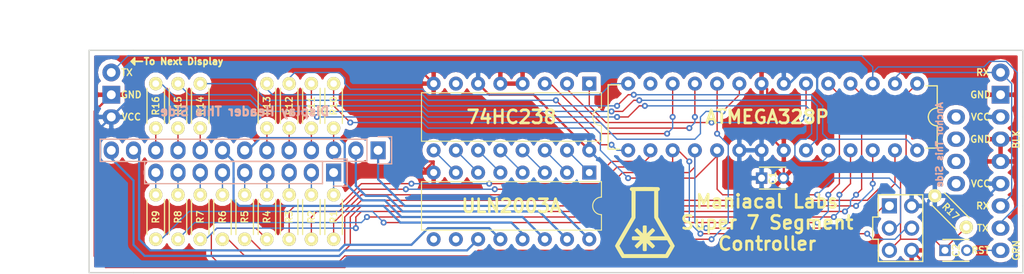
<source format=kicad_pcb>
(kicad_pcb (version 4) (host pcbnew 4.0.2-stable)

  (general
    (links 80)
    (no_connects 0)
    (area 69.139999 49.454999 391.870001 82.625001)
    (thickness 1.6)
    (drawings 42)
    (tracks 514)
    (zones 0)
    (modules 32)
    (nets 59)
  )

  (page A3)
  (layers
    (0 F.Cu signal)
    (31 B.Cu signal)
    (32 B.Adhes user)
    (33 F.Adhes user)
    (34 B.Paste user)
    (35 F.Paste user)
    (36 B.SilkS user)
    (37 F.SilkS user)
    (38 B.Mask user)
    (39 F.Mask user)
    (40 Dwgs.User user)
    (41 Cmts.User user)
    (42 Eco1.User user)
    (43 Eco2.User user)
    (44 Edge.Cuts user)
    (45 Margin user)
    (46 B.CrtYd user hide)
    (47 F.CrtYd user hide)
    (48 B.Fab user)
    (49 F.Fab user)
  )

  (setup
    (last_trace_width 0.1524)
    (trace_clearance 0.1524)
    (zone_clearance 0.508)
    (zone_45_only no)
    (trace_min 0.1524)
    (segment_width 0.2)
    (edge_width 0.15)
    (via_size 0.6858)
    (via_drill 0.3302)
    (via_min_size 0.6858)
    (via_min_drill 0.3302)
    (uvia_size 0.2794)
    (uvia_drill 0.1016)
    (uvias_allowed no)
    (uvia_min_size 0.2794)
    (uvia_min_drill 0.1016)
    (pcb_text_width 0.3)
    (pcb_text_size 1.5 1.5)
    (mod_edge_width 0.15)
    (mod_text_size 1 1)
    (mod_text_width 0.15)
    (pad_size 1.7272 2.032)
    (pad_drill 1.016)
    (pad_to_mask_clearance 0.2)
    (aux_axis_origin 0 0)
    (grid_origin 277.495 172.72)
    (visible_elements 7FFFFF7F)
    (pcbplotparams
      (layerselection 0x00030_80000001)
      (usegerberextensions false)
      (excludeedgelayer true)
      (linewidth 0.100000)
      (plotframeref false)
      (viasonmask false)
      (mode 1)
      (useauxorigin false)
      (hpglpennumber 1)
      (hpglpenspeed 20)
      (hpglpendiameter 15)
      (hpglpenoverlay 2)
      (psnegative false)
      (psa4output false)
      (plotreference true)
      (plotvalue true)
      (plotinvisibletext false)
      (padsonsilk false)
      (subtractmaskfromsilk false)
      (outputformat 1)
      (mirror false)
      (drillshape 1)
      (scaleselection 1)
      (outputdirectory ""))
  )

  (net 0 "")
  (net 1 GND)
  (net 2 VCC)
  (net 3 PC6)
  (net 4 RESET)
  (net 5 RX)
  (net 6 TX)
  (net 7 "Net-(IC1-Pad4)")
  (net 8 "Net-(IC1-Pad5)")
  (net 9 "Net-(IC1-Pad9)")
  (net 10 "Net-(IC1-Pad10)")
  (net 11 DC_1)
  (net 12 DC_2)
  (net 13 DC_3)
  (net 14 "Net-(IC1-Pad14)")
  (net 15 "Net-(IC1-Pad15)")
  (net 16 "Net-(IC1-Pad16)")
  (net 17 MOSI)
  (net 18 MISO)
  (net 19 SCK)
  (net 20 "Net-(IC1-Pad23)")
  (net 21 "Net-(IC1-Pad24)")
  (net 22 "Net-(IC1-Pad25)")
  (net 23 "Net-(IC1-Pad26)")
  (net 24 "Net-(IC1-Pad27)")
  (net 25 "Net-(IC1-Pad28)")
  (net 26 DC_A)
  (net 27 DC_B)
  (net 28 DC_C)
  (net 29 "Net-(IC1-Pad13)")
  (net 30 H_F1)
  (net 31 H_G1)
  (net 32 H_A1)
  (net 33 H_B1)
  (net 34 DC_4)
  (net 35 H_F2)
  (net 36 H_A2)
  (net 37 H_B2)
  (net 38 DC_5)
  (net 39 DC_6)
  (net 40 H_E1)
  (net 41 H_D1)
  (net 42 H_C1)
  (net 43 H_DP1)
  (net 44 H_E2)
  (net 45 H_D2)
  (net 46 H_G2)
  (net 47 H_C2)
  (net 48 H_DP2)
  (net 49 "Net-(IC2-Pad9)")
  (net 50 "Net-(IC2-Pad10)")
  (net 51 "Net-(IC2-Pad11)")
  (net 52 "Net-(IC2-Pad12)")
  (net 53 "Net-(IC2-Pad13)")
  (net 54 "Net-(IC2-Pad14)")
  (net 55 "Net-(IC2-Pad7)")
  (net 56 "Net-(IC2-Pad15)")
  (net 57 "Net-(U1-Pad9)")
  (net 58 "Net-(U1-Pad10)")

  (net_class Default "This is the default net class."
    (clearance 0.1524)
    (trace_width 0.1524)
    (via_dia 0.6858)
    (via_drill 0.3302)
    (uvia_dia 0.2794)
    (uvia_drill 0.1016)
    (add_net DC_A)
    (add_net DC_B)
    (add_net DC_C)
    (add_net H_A1)
    (add_net H_A2)
    (add_net H_B1)
    (add_net H_B2)
    (add_net H_C1)
    (add_net H_C2)
    (add_net H_D1)
    (add_net H_D2)
    (add_net H_DP1)
    (add_net H_DP2)
    (add_net H_E1)
    (add_net H_E2)
    (add_net H_F1)
    (add_net H_F2)
    (add_net H_G1)
    (add_net H_G2)
    (add_net MISO)
    (add_net MOSI)
    (add_net "Net-(IC1-Pad10)")
    (add_net "Net-(IC1-Pad13)")
    (add_net "Net-(IC1-Pad14)")
    (add_net "Net-(IC1-Pad15)")
    (add_net "Net-(IC1-Pad16)")
    (add_net "Net-(IC1-Pad23)")
    (add_net "Net-(IC1-Pad24)")
    (add_net "Net-(IC1-Pad25)")
    (add_net "Net-(IC1-Pad26)")
    (add_net "Net-(IC1-Pad27)")
    (add_net "Net-(IC1-Pad28)")
    (add_net "Net-(IC1-Pad4)")
    (add_net "Net-(IC1-Pad5)")
    (add_net "Net-(IC1-Pad9)")
    (add_net "Net-(IC2-Pad10)")
    (add_net "Net-(IC2-Pad11)")
    (add_net "Net-(IC2-Pad12)")
    (add_net "Net-(IC2-Pad13)")
    (add_net "Net-(IC2-Pad14)")
    (add_net "Net-(IC2-Pad15)")
    (add_net "Net-(IC2-Pad7)")
    (add_net "Net-(IC2-Pad9)")
    (add_net "Net-(U1-Pad10)")
    (add_net "Net-(U1-Pad9)")
    (add_net PC6)
    (add_net RESET)
    (add_net RX)
    (add_net SCK)
    (add_net TX)
  )

  (net_class "LED Power" ""
    (clearance 0.1524)
    (trace_width 0.254)
    (via_dia 0.6858)
    (via_drill 0.3302)
    (uvia_dia 0.2794)
    (uvia_drill 0.1016)
    (add_net DC_1)
    (add_net DC_2)
    (add_net DC_3)
    (add_net DC_4)
    (add_net DC_5)
    (add_net DC_6)
    (add_net GND)
    (add_net VCC)
  )

  (module Capacitors_ThroughHole:C_Disc_D3_P2.5 (layer F.Cu) (tedit 5866A08E) (tstamp 5866724E)
    (at 146.05 67.945)
    (descr "Capacitor 3mm Disc, Pitch 2.5mm")
    (tags Capacitor)
    (path /585DF6FF)
    (fp_text reference C1 (at 1.27 0 90) (layer F.SilkS)
      (effects (font (size 0.762 0.762) (thickness 0.15)))
    )
    (fp_text value 0.1uF (at 1.25 2.5) (layer F.Fab) hide
      (effects (font (size 1 1) (thickness 0.15)))
    )
    (fp_line (start -0.9 -1.5) (end 3.4 -1.5) (layer F.CrtYd) (width 0.05))
    (fp_line (start 3.4 -1.5) (end 3.4 1.5) (layer F.CrtYd) (width 0.05))
    (fp_line (start 3.4 1.5) (end -0.9 1.5) (layer F.CrtYd) (width 0.05))
    (fp_line (start -0.9 1.5) (end -0.9 -1.5) (layer F.CrtYd) (width 0.05))
    (fp_line (start -0.25 -1.25) (end 2.75 -1.25) (layer F.SilkS) (width 0.15))
    (fp_line (start 2.75 1.25) (end -0.25 1.25) (layer F.SilkS) (width 0.15))
    (pad 1 thru_hole rect (at 0 0) (size 1.3 1.3) (drill 0.8) (layers *.Cu *.Mask)
      (net 2 VCC))
    (pad 2 thru_hole circle (at 2.5 0) (size 1.3 1.3) (drill 0.8001) (layers *.Cu *.Mask)
      (net 1 GND))
    (model Capacitors_ThroughHole.3dshapes/C_Disc_D3_P2.5.wrl
      (at (xyz 0.049213 0 0))
      (scale (xyz 1 1 1))
      (rotate (xyz 0 0 0))
    )
  )

  (module footprints:DIP28 (layer F.Cu) (tedit 586B01B0) (tstamp 58667308)
    (at 163.83 57.15 270)
    (descr "28-lead dip package, row spacing 7.62 mm (300 mils)")
    (tags "dil dip 2.54 300")
    (path /585D871A)
    (fp_text reference IC1 (at 5.08 17.78 360) (layer F.SilkS) hide
      (effects (font (size 1 1) (thickness 0.15)))
    )
    (fp_text value ATMEGA328P-P (at 2.54 17.145 360) (layer F.Fab) hide
      (effects (font (size 1 1) (thickness 0.15)))
    )
    (fp_line (start 7.366 -2.286) (end 7.366 -1.016) (layer F.SilkS) (width 0.15))
    (fp_line (start 0.254 -2.286) (end 0.254 -1.016) (layer F.SilkS) (width 0.15))
    (fp_line (start 4.826 -2.286) (end 7.366 -2.286) (layer F.SilkS) (width 0.15))
    (fp_line (start 2.794 -2.286) (end 0.254 -2.286) (layer F.SilkS) (width 0.15))
    (fp_arc (start 3.81 -2.286) (end 4.826 -2.286) (angle 90) (layer F.SilkS) (width 0.15))
    (fp_arc (start 3.81 -2.286) (end 3.81 -1.27) (angle 90) (layer F.SilkS) (width 0.15))
    (fp_line (start -1.05 -2.45) (end -1.05 35.5) (layer F.CrtYd) (width 0.05))
    (fp_line (start 8.65 -2.45) (end 8.65 35.5) (layer F.CrtYd) (width 0.05))
    (fp_line (start -1.05 -2.45) (end 8.65 -2.45) (layer F.CrtYd) (width 0.05))
    (fp_line (start -1.05 35.5) (end 8.65 35.5) (layer F.CrtYd) (width 0.05))
    (fp_line (start 7.485 35.315) (end 7.485 34.045) (layer F.SilkS) (width 0.15))
    (fp_line (start 0.135 35.315) (end 0.135 34.045) (layer F.SilkS) (width 0.15))
    (fp_line (start 0.135 35.315) (end 7.485 35.315) (layer F.SilkS) (width 0.15))
    (pad 1 thru_hole oval (at 0 0 270) (size 1.6 1.6) (drill 0.8) (layers *.Cu *.Mask)
      (net 3 PC6))
    (pad 2 thru_hole oval (at 0 2.54 270) (size 1.6 1.6) (drill 0.8) (layers *.Cu *.Mask)
      (net 5 RX))
    (pad 3 thru_hole oval (at 0 5.08 270) (size 1.6 1.6) (drill 0.8) (layers *.Cu *.Mask)
      (net 6 TX))
    (pad 4 thru_hole oval (at 0 7.62 270) (size 1.6 1.6) (drill 0.8) (layers *.Cu *.Mask)
      (net 7 "Net-(IC1-Pad4)"))
    (pad 5 thru_hole oval (at 0 10.16 270) (size 1.6 1.6) (drill 0.8) (layers *.Cu *.Mask)
      (net 8 "Net-(IC1-Pad5)"))
    (pad 6 thru_hole oval (at 0 12.7 270) (size 1.6 1.6) (drill 0.8) (layers *.Cu *.Mask)
      (net 26 DC_A))
    (pad 7 thru_hole oval (at 0 15.24 270) (size 1.6 1.6) (drill 0.8) (layers *.Cu *.Mask)
      (net 2 VCC))
    (pad 8 thru_hole oval (at 0 17.78 270) (size 1.6 1.6) (drill 0.8) (layers *.Cu *.Mask)
      (net 1 GND))
    (pad 9 thru_hole oval (at 0 20.32 270) (size 1.6 1.6) (drill 0.8) (layers *.Cu *.Mask)
      (net 9 "Net-(IC1-Pad9)"))
    (pad 10 thru_hole oval (at 0 22.86 270) (size 1.6 1.6) (drill 0.8) (layers *.Cu *.Mask)
      (net 10 "Net-(IC1-Pad10)"))
    (pad 11 thru_hole oval (at 0 25.4 270) (size 1.6 1.6) (drill 0.8) (layers *.Cu *.Mask)
      (net 27 DC_B))
    (pad 12 thru_hole oval (at 0 27.94 270) (size 1.6 1.6) (drill 0.8) (layers *.Cu *.Mask)
      (net 28 DC_C))
    (pad 13 thru_hole oval (at 0 30.48 270) (size 1.6 1.6) (drill 0.8) (layers *.Cu *.Mask)
      (net 29 "Net-(IC1-Pad13)"))
    (pad 14 thru_hole oval (at 0 33.02 270) (size 1.6 1.6) (drill 0.8) (layers *.Cu *.Mask)
      (net 14 "Net-(IC1-Pad14)"))
    (pad 15 thru_hole oval (at 7.62 33.02 270) (size 1.6 1.6) (drill 0.8) (layers *.Cu *.Mask)
      (net 15 "Net-(IC1-Pad15)"))
    (pad 16 thru_hole oval (at 7.62 30.48 270) (size 1.6 1.6) (drill 0.8) (layers *.Cu *.Mask)
      (net 16 "Net-(IC1-Pad16)"))
    (pad 17 thru_hole oval (at 7.62 27.94 270) (size 1.6 1.6) (drill 0.8) (layers *.Cu *.Mask)
      (net 17 MOSI))
    (pad 18 thru_hole oval (at 7.62 25.4 270) (size 1.6 1.6) (drill 0.8) (layers *.Cu *.Mask)
      (net 18 MISO))
    (pad 19 thru_hole oval (at 7.62 22.86 270) (size 1.6 1.6) (drill 0.8) (layers *.Cu *.Mask)
      (net 19 SCK))
    (pad 20 thru_hole oval (at 7.62 20.32 270) (size 1.6 1.6) (drill 0.8) (layers *.Cu *.Mask)
      (net 2 VCC))
    (pad 21 thru_hole oval (at 7.62 17.78 270) (size 1.6 1.6) (drill 0.8) (layers *.Cu *.Mask)
      (net 2 VCC))
    (pad 22 thru_hole oval (at 7.62 15.24 270) (size 1.6 1.6) (drill 0.8) (layers *.Cu *.Mask)
      (net 1 GND))
    (pad 23 thru_hole oval (at 7.62 12.7 270) (size 1.6 1.6) (drill 0.8) (layers *.Cu *.Mask)
      (net 20 "Net-(IC1-Pad23)"))
    (pad 24 thru_hole oval (at 7.62 10.16 270) (size 1.6 1.6) (drill 0.8) (layers *.Cu *.Mask)
      (net 21 "Net-(IC1-Pad24)"))
    (pad 25 thru_hole oval (at 7.62 7.62 270) (size 1.6 1.6) (drill 0.8) (layers *.Cu *.Mask)
      (net 22 "Net-(IC1-Pad25)"))
    (pad 26 thru_hole oval (at 7.62 5.08 270) (size 1.6 1.6) (drill 0.8) (layers *.Cu *.Mask)
      (net 23 "Net-(IC1-Pad26)"))
    (pad 27 thru_hole oval (at 7.62 2.54 270) (size 1.6 1.6) (drill 0.8) (layers *.Cu *.Mask)
      (net 24 "Net-(IC1-Pad27)"))
    (pad 28 thru_hole oval (at 7.62 0 270) (size 1.6 1.6) (drill 0.8) (layers *.Cu *.Mask)
      (net 25 "Net-(IC1-Pad28)"))
    (model Housings_DIP.3dshapes/DIP-28_W7.62mm.wrl
      (at (xyz 0 0 0))
      (scale (xyz 1 1 1))
      (rotate (xyz 0 0 0))
    )
  )

  (module Capacitors_ThroughHole:C_Disc_D3_P2.5 (layer F.Cu) (tedit 5871BA6F) (tstamp 5866725A)
    (at 167.005 76.2)
    (descr "Capacitor 3mm Disc, Pitch 2.5mm")
    (tags Capacitor)
    (path /585E2D7F)
    (fp_text reference C2 (at 1.27 0 90) (layer F.SilkS)
      (effects (font (size 0.762 0.762) (thickness 0.15)))
    )
    (fp_text value 0.1uF (at 1.25 2.5) (layer F.Fab) hide
      (effects (font (size 1 1) (thickness 0.15)))
    )
    (fp_line (start -0.9 -1.5) (end 3.4 -1.5) (layer F.CrtYd) (width 0.05))
    (fp_line (start 3.4 -1.5) (end 3.4 1.5) (layer F.CrtYd) (width 0.05))
    (fp_line (start 3.4 1.5) (end -0.9 1.5) (layer F.CrtYd) (width 0.05))
    (fp_line (start -0.9 1.5) (end -0.9 -1.5) (layer F.CrtYd) (width 0.05))
    (fp_line (start -0.25 -1.25) (end 2.75 -1.25) (layer F.SilkS) (width 0.15))
    (fp_line (start 2.75 1.25) (end -0.25 1.25) (layer F.SilkS) (width 0.15))
    (pad 1 thru_hole rect (at 0 0) (size 1.3 1.3) (drill 0.8) (layers *.Cu *.Mask)
      (net 3 PC6))
    (pad 2 thru_hole circle (at 2.5 0) (size 1.3 1.3) (drill 0.8001) (layers *.Cu *.Mask)
      (net 4 RESET))
    (model Capacitors_ThroughHole.3dshapes/C_Disc_D3_P2.5.wrl
      (at (xyz 0.049213 0 0))
      (scale (xyz 1 1 1))
      (rotate (xyz 0 0 0))
    )
  )

  (module footprints:ICSP (layer F.Cu) (tedit 5866A23D) (tstamp 58667264)
    (at 163.195 71.12 270)
    (descr "Through hole socket strip")
    (tags "socket strip")
    (path /585F8038)
    (fp_text reference CON1 (at 0 -5.1 270) (layer F.SilkS) hide
      (effects (font (size 1 1) (thickness 0.15)))
    )
    (fp_text value AVR-ISP-6 (at 0 -3.1 270) (layer F.Fab) hide
      (effects (font (size 1 1) (thickness 0.15)))
    )
    (fp_line (start 1.27 3.81) (end 1.27 4.445) (layer F.SilkS) (width 0.15))
    (fp_line (start 1.27 4.445) (end 3.81 4.445) (layer F.SilkS) (width 0.15))
    (fp_line (start 3.81 4.445) (end 3.81 3.81) (layer F.SilkS) (width 0.15))
    (fp_line (start 3.81 3.81) (end 6.35 3.81) (layer F.SilkS) (width 0.15))
    (fp_line (start 1.27 -1.27) (end -1.27 -1.27) (layer F.SilkS) (width 0.15))
    (fp_line (start -1.27 -1.27) (end -1.27 1.27) (layer F.SilkS) (width 0.15))
    (fp_line (start 6.35 -1.27) (end 1.27 -1.27) (layer F.SilkS) (width 0.15))
    (fp_line (start -1.75 -1.75) (end -1.75 4.3) (layer F.CrtYd) (width 0.05))
    (fp_line (start 6.85 -1.75) (end 6.85 4.3) (layer F.CrtYd) (width 0.05))
    (fp_line (start -1.75 -1.75) (end 6.85 -1.75) (layer F.CrtYd) (width 0.05))
    (fp_line (start -1.75 4.3) (end 6.85 4.3) (layer F.CrtYd) (width 0.05))
    (fp_line (start 6.35 -1.27) (end 6.35 3.81) (layer F.SilkS) (width 0.15))
    (fp_line (start -1.27 3.81) (end -1.27 1.27) (layer F.SilkS) (width 0.15))
    (fp_line (start 1.27 3.81) (end -1.27 3.81) (layer F.SilkS) (width 0.15))
    (pad 1 thru_hole rect (at 0 2.54 270) (size 1.7272 1.7272) (drill 1.016) (layers *.Cu *.Mask)
      (net 18 MISO))
    (pad 2 thru_hole oval (at 0 0 270) (size 1.7272 1.7272) (drill 1.016) (layers *.Cu *.Mask)
      (net 2 VCC))
    (pad 4 thru_hole oval (at 2.54 0 270) (size 1.7272 1.7272) (drill 1.016) (layers *.Cu *.Mask)
      (net 17 MOSI))
    (pad 3 thru_hole oval (at 2.54 2.54 270) (size 1.7272 1.7272) (drill 1.016) (layers *.Cu *.Mask)
      (net 19 SCK))
    (pad 6 thru_hole oval (at 5.08 0 270) (size 1.7272 1.7272) (drill 1.016) (layers *.Cu *.Mask)
      (net 1 GND))
    (pad 5 thru_hole oval (at 5.08 2.54 270) (size 1.7272 1.7272) (drill 1.016) (layers *.Cu *.Mask)
      (net 3 PC6))
    (model Socket_Strips.3dshapes/Socket_Strip_Straight_2x03.wrl
      (at (xyz 0.1 -0.05 0))
      (scale (xyz 1 1 1))
      (rotate (xyz 0 0 180))
    )
  )

  (module Socket_Strips:Socket_Strip_Straight_1x13 (layer B.Cu) (tedit 5867003D) (tstamp 58667358)
    (at 102.235 64.77 180)
    (descr "Through hole socket strip")
    (tags "socket strip")
    (path /5867A2A3)
    (fp_text reference P3 (at -2.54 0 180) (layer B.SilkS) hide
      (effects (font (size 1 1) (thickness 0.15)) (justify mirror))
    )
    (fp_text value CONN_01X13 (at 0 3.1 180) (layer B.Fab) hide
      (effects (font (size 1 1) (thickness 0.15)) (justify mirror))
    )
    (fp_line (start -1.75 1.75) (end -1.75 -1.75) (layer B.CrtYd) (width 0.05))
    (fp_line (start 32.25 1.75) (end 32.25 -1.75) (layer B.CrtYd) (width 0.05))
    (fp_line (start -1.75 1.75) (end 32.25 1.75) (layer B.CrtYd) (width 0.05))
    (fp_line (start -1.75 -1.75) (end 32.25 -1.75) (layer B.CrtYd) (width 0.05))
    (fp_line (start 1.27 1.27) (end 31.75 1.27) (layer B.SilkS) (width 0.15))
    (fp_line (start 31.75 1.27) (end 31.75 -1.27) (layer B.SilkS) (width 0.15))
    (fp_line (start 31.75 -1.27) (end 1.27 -1.27) (layer B.SilkS) (width 0.15))
    (fp_line (start -1.55 -1.55) (end 0 -1.55) (layer B.SilkS) (width 0.15))
    (fp_line (start 1.27 -1.27) (end 1.27 1.27) (layer B.SilkS) (width 0.15))
    (fp_line (start 0 1.55) (end -1.55 1.55) (layer B.SilkS) (width 0.15))
    (fp_line (start -1.55 1.55) (end -1.55 -1.55) (layer B.SilkS) (width 0.15))
    (pad 1 thru_hole rect (at 0 0 180) (size 1.7272 2.032) (drill 1.016) (layers *.Cu *.Mask)
      (net 11 DC_1))
    (pad 2 thru_hole oval (at 2.54 0 180) (size 1.7272 2.032) (drill 1.016) (layers *.Cu *.Mask)
      (net 12 DC_2))
    (pad 3 thru_hole oval (at 5.08 0 180) (size 1.7272 2.032) (drill 1.016) (layers *.Cu *.Mask)
      (net 30 H_F1))
    (pad 4 thru_hole oval (at 7.62 0 180) (size 1.7272 2.032) (drill 1.016) (layers *.Cu *.Mask)
      (net 31 H_G1))
    (pad 5 thru_hole oval (at 10.16 0 180) (size 1.7272 2.032) (drill 1.016) (layers *.Cu *.Mask)
      (net 32 H_A1))
    (pad 6 thru_hole oval (at 12.7 0 180) (size 1.7272 2.032) (drill 1.016) (layers *.Cu *.Mask)
      (net 33 H_B1))
    (pad 7 thru_hole oval (at 15.24 0 180) (size 1.7272 2.032) (drill 1.016) (layers *.Cu *.Mask)
      (net 13 DC_3))
    (pad 8 thru_hole oval (at 17.78 0 180) (size 1.7272 2.032) (drill 1.016) (layers *.Cu *.Mask)
      (net 34 DC_4))
    (pad 9 thru_hole oval (at 20.32 0 180) (size 1.7272 2.032) (drill 1.016) (layers *.Cu *.Mask)
      (net 35 H_F2))
    (pad 10 thru_hole oval (at 22.86 0 180) (size 1.7272 2.032) (drill 1.016) (layers *.Cu *.Mask)
      (net 36 H_A2))
    (pad 11 thru_hole oval (at 25.4 0 180) (size 1.7272 2.032) (drill 1.016) (layers *.Cu *.Mask)
      (net 37 H_B2))
    (pad 12 thru_hole oval (at 27.94 0 180) (size 1.7272 2.032) (drill 1.016) (layers *.Cu *.Mask)
      (net 38 DC_5))
    (pad 13 thru_hole oval (at 30.48 0 180) (size 1.7272 2.032) (drill 1.016) (layers *.Cu *.Mask)
      (net 39 DC_6))
    (model Socket_Strips.3dshapes/Socket_Strip_Straight_1x13.wrl
      (at (xyz 0.6 0 0))
      (scale (xyz 1 1 1))
      (rotate (xyz 0 0 180))
    )
  )

  (module Socket_Strips:Socket_Strip_Straight_1x09 (layer B.Cu) (tedit 58670035) (tstamp 58667370)
    (at 97.155 67.31 180)
    (descr "Through hole socket strip")
    (tags "socket strip")
    (path /5867A59F)
    (fp_text reference P4 (at -2.54 0 180) (layer B.SilkS) hide
      (effects (font (size 1 1) (thickness 0.15)) (justify mirror))
    )
    (fp_text value CONN_01X09 (at 0 3.1 180) (layer B.Fab) hide
      (effects (font (size 1 1) (thickness 0.15)) (justify mirror))
    )
    (fp_line (start -1.75 1.75) (end -1.75 -1.75) (layer B.CrtYd) (width 0.05))
    (fp_line (start 22.1 1.75) (end 22.1 -1.75) (layer B.CrtYd) (width 0.05))
    (fp_line (start -1.75 1.75) (end 22.1 1.75) (layer B.CrtYd) (width 0.05))
    (fp_line (start -1.75 -1.75) (end 22.1 -1.75) (layer B.CrtYd) (width 0.05))
    (fp_line (start 1.27 -1.27) (end 21.59 -1.27) (layer B.SilkS) (width 0.15))
    (fp_line (start 21.59 -1.27) (end 21.59 1.27) (layer B.SilkS) (width 0.15))
    (fp_line (start 21.59 1.27) (end 1.27 1.27) (layer B.SilkS) (width 0.15))
    (fp_line (start -1.55 -1.55) (end 0 -1.55) (layer B.SilkS) (width 0.15))
    (fp_line (start 1.27 -1.27) (end 1.27 1.27) (layer B.SilkS) (width 0.15))
    (fp_line (start 0 1.55) (end -1.55 1.55) (layer B.SilkS) (width 0.15))
    (fp_line (start -1.55 1.55) (end -1.55 -1.55) (layer B.SilkS) (width 0.15))
    (pad 1 thru_hole rect (at 0 0 180) (size 1.7272 2.032) (drill 1.016) (layers *.Cu *.Mask)
      (net 40 H_E1))
    (pad 2 thru_hole oval (at 2.54 0 180) (size 1.7272 2.032) (drill 1.016) (layers *.Cu *.Mask)
      (net 41 H_D1))
    (pad 3 thru_hole oval (at 5.08 0 180) (size 1.7272 2.032) (drill 1.016) (layers *.Cu *.Mask)
      (net 42 H_C1))
    (pad 4 thru_hole oval (at 7.62 0 180) (size 1.7272 2.032) (drill 1.016) (layers *.Cu *.Mask)
      (net 43 H_DP1))
    (pad 5 thru_hole oval (at 10.16 0 180) (size 1.7272 2.032) (drill 1.016) (layers *.Cu *.Mask)
      (net 44 H_E2))
    (pad 6 thru_hole oval (at 12.7 0 180) (size 1.7272 2.032) (drill 1.016) (layers *.Cu *.Mask)
      (net 45 H_D2))
    (pad 7 thru_hole oval (at 15.24 0 180) (size 1.7272 2.032) (drill 1.016) (layers *.Cu *.Mask)
      (net 46 H_G2))
    (pad 8 thru_hole oval (at 17.78 0 180) (size 1.7272 2.032) (drill 1.016) (layers *.Cu *.Mask)
      (net 47 H_C2))
    (pad 9 thru_hole oval (at 20.32 0 180) (size 1.7272 2.032) (drill 1.016) (layers *.Cu *.Mask)
      (net 48 H_DP2))
    (model Socket_Strips.3dshapes/Socket_Strip_Straight_1x09.wrl
      (at (xyz 0.4 0 0))
      (scale (xyz 1 1 1))
      (rotate (xyz 0 0 180))
    )
  )

  (module footprints:0.125_Resistor (layer F.Cu) (tedit 585DB35A) (tstamp 586673D7)
    (at 97.155 72.39 90)
    (path /585D9542)
    (fp_text reference R1 (at 0 0 90) (layer F.SilkS)
      (effects (font (size 0.75 0.75) (thickness 0.15)))
    )
    (fp_text value 120 (at 0 -1.778 90) (layer F.Fab) hide
      (effects (font (size 1 1) (thickness 0.15)))
    )
    (fp_line (start -2 1) (end 2 1) (layer F.SilkS) (width 0.15))
    (fp_line (start -2 -1) (end 2 -1) (layer F.SilkS) (width 0.15))
    (pad 2 thru_hole circle (at 2.54 0 90) (size 1.524 1.524) (drill 0.762) (layers *.Cu *.Mask F.SilkS)
      (net 40 H_E1))
    (pad 1 thru_hole circle (at -2.54 0 90) (size 1.524 1.524) (drill 0.762) (layers *.Cu *.Mask F.SilkS)
      (net 18 MISO))
  )

  (module footprints:0.125_Resistor (layer F.Cu) (tedit 585DB35A) (tstamp 586673DD)
    (at 94.615 72.39 90)
    (path /585D94FD)
    (fp_text reference R2 (at 0 0 90) (layer F.SilkS)
      (effects (font (size 0.75 0.75) (thickness 0.15)))
    )
    (fp_text value 120 (at 0 -1.778 90) (layer F.Fab) hide
      (effects (font (size 1 1) (thickness 0.15)))
    )
    (fp_line (start -2 1) (end 2 1) (layer F.SilkS) (width 0.15))
    (fp_line (start -2 -1) (end 2 -1) (layer F.SilkS) (width 0.15))
    (pad 2 thru_hole circle (at 2.54 0 90) (size 1.524 1.524) (drill 0.762) (layers *.Cu *.Mask F.SilkS)
      (net 41 H_D1))
    (pad 1 thru_hole circle (at -2.54 0 90) (size 1.524 1.524) (drill 0.762) (layers *.Cu *.Mask F.SilkS)
      (net 17 MOSI))
  )

  (module footprints:0.125_Resistor (layer F.Cu) (tedit 585DB35A) (tstamp 586673E3)
    (at 92.075 72.39 90)
    (path /585D94BB)
    (fp_text reference R3 (at 0 0 90) (layer F.SilkS)
      (effects (font (size 0.75 0.75) (thickness 0.15)))
    )
    (fp_text value 120 (at 0 -1.778 90) (layer F.Fab) hide
      (effects (font (size 1 1) (thickness 0.15)))
    )
    (fp_line (start -2 1) (end 2 1) (layer F.SilkS) (width 0.15))
    (fp_line (start -2 -1) (end 2 -1) (layer F.SilkS) (width 0.15))
    (pad 2 thru_hole circle (at 2.54 0 90) (size 1.524 1.524) (drill 0.762) (layers *.Cu *.Mask F.SilkS)
      (net 42 H_C1))
    (pad 1 thru_hole circle (at -2.54 0 90) (size 1.524 1.524) (drill 0.762) (layers *.Cu *.Mask F.SilkS)
      (net 16 "Net-(IC1-Pad16)"))
  )

  (module footprints:0.125_Resistor (layer F.Cu) (tedit 585DB35A) (tstamp 586673E9)
    (at 89.535 72.39 90)
    (path /585D9A03)
    (fp_text reference R4 (at 0 0 90) (layer F.SilkS)
      (effects (font (size 0.75 0.75) (thickness 0.15)))
    )
    (fp_text value 120 (at 0 -1.778 90) (layer F.Fab) hide
      (effects (font (size 1 1) (thickness 0.15)))
    )
    (fp_line (start -2 1) (end 2 1) (layer F.SilkS) (width 0.15))
    (fp_line (start -2 -1) (end 2 -1) (layer F.SilkS) (width 0.15))
    (pad 2 thru_hole circle (at 2.54 0 90) (size 1.524 1.524) (drill 0.762) (layers *.Cu *.Mask F.SilkS)
      (net 43 H_DP1))
    (pad 1 thru_hole circle (at -2.54 0 90) (size 1.524 1.524) (drill 0.762) (layers *.Cu *.Mask F.SilkS)
      (net 10 "Net-(IC1-Pad10)"))
  )

  (module footprints:0.125_Resistor (layer F.Cu) (tedit 585DB35A) (tstamp 586673EF)
    (at 86.995 72.39 90)
    (path /585DBA13)
    (fp_text reference R5 (at 0 0 90) (layer F.SilkS)
      (effects (font (size 0.75 0.75) (thickness 0.15)))
    )
    (fp_text value 120 (at 0 -1.778 90) (layer F.Fab) hide
      (effects (font (size 1 1) (thickness 0.15)))
    )
    (fp_line (start -2 1) (end 2 1) (layer F.SilkS) (width 0.15))
    (fp_line (start -2 -1) (end 2 -1) (layer F.SilkS) (width 0.15))
    (pad 2 thru_hole circle (at 2.54 0 90) (size 1.524 1.524) (drill 0.762) (layers *.Cu *.Mask F.SilkS)
      (net 44 H_E2))
    (pad 1 thru_hole circle (at -2.54 0 90) (size 1.524 1.524) (drill 0.762) (layers *.Cu *.Mask F.SilkS)
      (net 24 "Net-(IC1-Pad27)"))
  )

  (module footprints:0.125_Resistor (layer F.Cu) (tedit 585DB35A) (tstamp 586673F5)
    (at 84.455 72.39 90)
    (path /585DBA0D)
    (fp_text reference R6 (at 0 0 90) (layer F.SilkS)
      (effects (font (size 0.75 0.75) (thickness 0.15)))
    )
    (fp_text value 120 (at 0 -1.778 90) (layer F.Fab) hide
      (effects (font (size 1 1) (thickness 0.15)))
    )
    (fp_line (start -2 1) (end 2 1) (layer F.SilkS) (width 0.15))
    (fp_line (start -2 -1) (end 2 -1) (layer F.SilkS) (width 0.15))
    (pad 2 thru_hole circle (at 2.54 0 90) (size 1.524 1.524) (drill 0.762) (layers *.Cu *.Mask F.SilkS)
      (net 45 H_D2))
    (pad 1 thru_hole circle (at -2.54 0 90) (size 1.524 1.524) (drill 0.762) (layers *.Cu *.Mask F.SilkS)
      (net 23 "Net-(IC1-Pad26)"))
  )

  (module footprints:0.125_Resistor (layer F.Cu) (tedit 585DB35A) (tstamp 586673FB)
    (at 81.915 72.39 90)
    (path /585DBA1F)
    (fp_text reference R7 (at 0 0 90) (layer F.SilkS)
      (effects (font (size 0.75 0.75) (thickness 0.15)))
    )
    (fp_text value 120 (at 0 -1.778 90) (layer F.Fab) hide
      (effects (font (size 1 1) (thickness 0.15)))
    )
    (fp_line (start -2 1) (end 2 1) (layer F.SilkS) (width 0.15))
    (fp_line (start -2 -1) (end 2 -1) (layer F.SilkS) (width 0.15))
    (pad 2 thru_hole circle (at 2.54 0 90) (size 1.524 1.524) (drill 0.762) (layers *.Cu *.Mask F.SilkS)
      (net 46 H_G2))
    (pad 1 thru_hole circle (at -2.54 0 90) (size 1.524 1.524) (drill 0.762) (layers *.Cu *.Mask F.SilkS)
      (net 7 "Net-(IC1-Pad4)"))
  )

  (module footprints:0.125_Resistor (layer F.Cu) (tedit 585DB35A) (tstamp 58667401)
    (at 79.375 72.39 90)
    (path /585DBA07)
    (fp_text reference R8 (at 0 0 90) (layer F.SilkS)
      (effects (font (size 0.75 0.75) (thickness 0.15)))
    )
    (fp_text value 120 (at 0 -1.778 90) (layer F.Fab) hide
      (effects (font (size 1 1) (thickness 0.15)))
    )
    (fp_line (start -2 1) (end 2 1) (layer F.SilkS) (width 0.15))
    (fp_line (start -2 -1) (end 2 -1) (layer F.SilkS) (width 0.15))
    (pad 2 thru_hole circle (at 2.54 0 90) (size 1.524 1.524) (drill 0.762) (layers *.Cu *.Mask F.SilkS)
      (net 47 H_C2))
    (pad 1 thru_hole circle (at -2.54 0 90) (size 1.524 1.524) (drill 0.762) (layers *.Cu *.Mask F.SilkS)
      (net 22 "Net-(IC1-Pad25)"))
  )

  (module footprints:0.125_Resistor (layer F.Cu) (tedit 585DB35A) (tstamp 58667407)
    (at 76.835 72.39 90)
    (path /585DBA25)
    (fp_text reference R9 (at 0 0 90) (layer F.SilkS)
      (effects (font (size 0.75 0.75) (thickness 0.15)))
    )
    (fp_text value 120 (at 0 -1.778 90) (layer F.Fab) hide
      (effects (font (size 1 1) (thickness 0.15)))
    )
    (fp_line (start -2 1) (end 2 1) (layer F.SilkS) (width 0.15))
    (fp_line (start -2 -1) (end 2 -1) (layer F.SilkS) (width 0.15))
    (pad 2 thru_hole circle (at 2.54 0 90) (size 1.524 1.524) (drill 0.762) (layers *.Cu *.Mask F.SilkS)
      (net 48 H_DP2))
    (pad 1 thru_hole circle (at -2.54 0 90) (size 1.524 1.524) (drill 0.762) (layers *.Cu *.Mask F.SilkS)
      (net 8 "Net-(IC1-Pad5)"))
  )

  (module footprints:0.125_Resistor (layer F.Cu) (tedit 585DB35A) (tstamp 5866740D)
    (at 97.155 59.69 270)
    (path /585D958A)
    (fp_text reference R10 (at 0 0 270) (layer F.SilkS)
      (effects (font (size 0.75 0.75) (thickness 0.15)))
    )
    (fp_text value 120 (at 0 -1.778 270) (layer F.Fab) hide
      (effects (font (size 1 1) (thickness 0.15)))
    )
    (fp_line (start -2 1) (end 2 1) (layer F.SilkS) (width 0.15))
    (fp_line (start -2 -1) (end 2 -1) (layer F.SilkS) (width 0.15))
    (pad 2 thru_hole circle (at 2.54 0 270) (size 1.524 1.524) (drill 0.762) (layers *.Cu *.Mask F.SilkS)
      (net 30 H_F1))
    (pad 1 thru_hole circle (at -2.54 0 270) (size 1.524 1.524) (drill 0.762) (layers *.Cu *.Mask F.SilkS)
      (net 19 SCK))
  )

  (module footprints:0.125_Resistor (layer F.Cu) (tedit 585DB35A) (tstamp 58667413)
    (at 94.615 59.69 270)
    (path /585D95D5)
    (fp_text reference R11 (at 0 0 270) (layer F.SilkS)
      (effects (font (size 0.75 0.75) (thickness 0.15)))
    )
    (fp_text value 120 (at 0 -1.778 270) (layer F.Fab) hide
      (effects (font (size 1 1) (thickness 0.15)))
    )
    (fp_line (start -2 1) (end 2 1) (layer F.SilkS) (width 0.15))
    (fp_line (start -2 -1) (end 2 -1) (layer F.SilkS) (width 0.15))
    (pad 2 thru_hole circle (at 2.54 0 270) (size 1.524 1.524) (drill 0.762) (layers *.Cu *.Mask F.SilkS)
      (net 31 H_G1))
    (pad 1 thru_hole circle (at -2.54 0 270) (size 1.524 1.524) (drill 0.762) (layers *.Cu *.Mask F.SilkS)
      (net 9 "Net-(IC1-Pad9)"))
  )

  (module footprints:0.125_Resistor (layer F.Cu) (tedit 585DB35A) (tstamp 58667419)
    (at 92.075 59.69 270)
    (path /585D9209)
    (fp_text reference R12 (at 0 0 270) (layer F.SilkS)
      (effects (font (size 0.75 0.75) (thickness 0.15)))
    )
    (fp_text value 120 (at 0 -1.778 270) (layer F.Fab) hide
      (effects (font (size 1 1) (thickness 0.15)))
    )
    (fp_line (start -2 1) (end 2 1) (layer F.SilkS) (width 0.15))
    (fp_line (start -2 -1) (end 2 -1) (layer F.SilkS) (width 0.15))
    (pad 2 thru_hole circle (at 2.54 0 270) (size 1.524 1.524) (drill 0.762) (layers *.Cu *.Mask F.SilkS)
      (net 32 H_A1))
    (pad 1 thru_hole circle (at -2.54 0 270) (size 1.524 1.524) (drill 0.762) (layers *.Cu *.Mask F.SilkS)
      (net 14 "Net-(IC1-Pad14)"))
  )

  (module footprints:0.125_Resistor (layer F.Cu) (tedit 585DB35A) (tstamp 5866741F)
    (at 89.535 59.69 270)
    (path /585D9465)
    (fp_text reference R13 (at 0 0 270) (layer F.SilkS)
      (effects (font (size 0.75 0.75) (thickness 0.15)))
    )
    (fp_text value 120 (at 0 -1.778 270) (layer F.Fab) hide
      (effects (font (size 1 1) (thickness 0.15)))
    )
    (fp_line (start -2 1) (end 2 1) (layer F.SilkS) (width 0.15))
    (fp_line (start -2 -1) (end 2 -1) (layer F.SilkS) (width 0.15))
    (pad 2 thru_hole circle (at 2.54 0 270) (size 1.524 1.524) (drill 0.762) (layers *.Cu *.Mask F.SilkS)
      (net 33 H_B1))
    (pad 1 thru_hole circle (at -2.54 0 270) (size 1.524 1.524) (drill 0.762) (layers *.Cu *.Mask F.SilkS)
      (net 15 "Net-(IC1-Pad15)"))
  )

  (module footprints:0.125_Resistor (layer F.Cu) (tedit 585DB35A) (tstamp 58667425)
    (at 81.915 59.69 270)
    (path /585DBA19)
    (fp_text reference R14 (at 0 0 270) (layer F.SilkS)
      (effects (font (size 0.75 0.75) (thickness 0.15)))
    )
    (fp_text value 120 (at 0 -1.778 270) (layer F.Fab) hide
      (effects (font (size 1 1) (thickness 0.15)))
    )
    (fp_line (start -2 1) (end 2 1) (layer F.SilkS) (width 0.15))
    (fp_line (start -2 -1) (end 2 -1) (layer F.SilkS) (width 0.15))
    (pad 2 thru_hole circle (at 2.54 0 270) (size 1.524 1.524) (drill 0.762) (layers *.Cu *.Mask F.SilkS)
      (net 35 H_F2))
    (pad 1 thru_hole circle (at -2.54 0 270) (size 1.524 1.524) (drill 0.762) (layers *.Cu *.Mask F.SilkS)
      (net 25 "Net-(IC1-Pad28)"))
  )

  (module footprints:0.125_Resistor (layer F.Cu) (tedit 585DB35A) (tstamp 5866742B)
    (at 79.375 59.69 270)
    (path /585DB9FB)
    (fp_text reference R15 (at 0 0 270) (layer F.SilkS)
      (effects (font (size 0.75 0.75) (thickness 0.15)))
    )
    (fp_text value 120 (at 0 -1.778 270) (layer F.Fab) hide
      (effects (font (size 1 1) (thickness 0.15)))
    )
    (fp_line (start -2 1) (end 2 1) (layer F.SilkS) (width 0.15))
    (fp_line (start -2 -1) (end 2 -1) (layer F.SilkS) (width 0.15))
    (pad 2 thru_hole circle (at 2.54 0 270) (size 1.524 1.524) (drill 0.762) (layers *.Cu *.Mask F.SilkS)
      (net 36 H_A2))
    (pad 1 thru_hole circle (at -2.54 0 270) (size 1.524 1.524) (drill 0.762) (layers *.Cu *.Mask F.SilkS)
      (net 20 "Net-(IC1-Pad23)"))
  )

  (module footprints:0.125_Resistor (layer F.Cu) (tedit 585DB35A) (tstamp 58667431)
    (at 76.835 59.69 270)
    (path /585DBA01)
    (fp_text reference R16 (at 0 0 270) (layer F.SilkS)
      (effects (font (size 0.75 0.75) (thickness 0.15)))
    )
    (fp_text value 120 (at 0 -1.778 270) (layer F.Fab) hide
      (effects (font (size 1 1) (thickness 0.15)))
    )
    (fp_line (start -2 1) (end 2 1) (layer F.SilkS) (width 0.15))
    (fp_line (start -2 -1) (end 2 -1) (layer F.SilkS) (width 0.15))
    (pad 2 thru_hole circle (at 2.54 0 270) (size 1.524 1.524) (drill 0.762) (layers *.Cu *.Mask F.SilkS)
      (net 37 H_B2))
    (pad 1 thru_hole circle (at -2.54 0 270) (size 1.524 1.524) (drill 0.762) (layers *.Cu *.Mask F.SilkS)
      (net 21 "Net-(IC1-Pad24)"))
  )

  (module footprints:0.125_Resistor (layer F.Cu) (tedit 585DB35A) (tstamp 58667437)
    (at 167.64 71.755 315)
    (path /585E2B58)
    (fp_text reference R17 (at 0 0 315) (layer F.SilkS)
      (effects (font (size 0.75 0.75) (thickness 0.15)))
    )
    (fp_text value 10k (at 0 -1.778 315) (layer F.Fab) hide
      (effects (font (size 1 1) (thickness 0.15)))
    )
    (fp_line (start -2 1) (end 2 1) (layer F.SilkS) (width 0.15))
    (fp_line (start -2 -1) (end 2 -1) (layer F.SilkS) (width 0.15))
    (pad 2 thru_hole circle (at 2.54 0 315) (size 1.524 1.524) (drill 0.762) (layers *.Cu *.Mask F.SilkS)
      (net 3 PC6))
    (pad 1 thru_hole circle (at -2.54 0 315) (size 1.524 1.524) (drill 0.762) (layers *.Cu *.Mask F.SilkS)
      (net 2 VCC))
  )

  (module misc:Strip_1x06 (layer F.Cu) (tedit 5871A17F) (tstamp 58667385)
    (at 173.355 63.5 270)
    (descr "Through hole socket strip")
    (tags "socket strip")
    (path /585E6DD7)
    (fp_text reference P5 (at 0 -5.1 270) (layer F.SilkS) hide
      (effects (font (size 1 1) (thickness 0.15)))
    )
    (fp_text value UART (at 0 -3.1 270) (layer F.Fab) hide
      (effects (font (size 1 1) (thickness 0.15)))
    )
    (fp_line (start -1.75 -1.75) (end -1.75 1.75) (layer F.CrtYd) (width 0.05))
    (fp_line (start 14.45 -1.75) (end 14.45 1.75) (layer F.CrtYd) (width 0.05))
    (fp_line (start -1.75 -1.75) (end 14.45 -1.75) (layer F.CrtYd) (width 0.05))
    (fp_line (start -1.75 1.75) (end 14.45 1.75) (layer F.CrtYd) (width 0.05))
    (pad 1 thru_hole oval (at 0 0 270) (size 1.7272 2.032) (drill 1.016) (layers *.Cu *.Mask)
      (net 1 GND))
    (pad 2 thru_hole oval (at 2.54 0 270) (size 1.7272 2.032) (drill 1.016) (layers *.Cu *.Mask)
      (net 1 GND))
    (pad 3 thru_hole oval (at 5.08 0 270) (size 1.7272 2.032) (drill 1.016) (layers *.Cu *.Mask)
      (net 2 VCC))
    (pad 4 thru_hole oval (at 7.62 0 270) (size 1.7272 2.032) (drill 1.016) (layers *.Cu *.Mask)
      (net 5 RX))
    (pad 5 thru_hole oval (at 10.16 0 270) (size 1.7272 2.032) (drill 1.016) (layers *.Cu *.Mask)
      (net 6 TX))
    (pad 6 thru_hole oval (at 12.7 0 270) (size 1.7272 2.032) (drill 1.016) (layers *.Cu *.Mask)
      (net 4 RESET))
    (model Socket_Strips.3dshapes/Socket_Strip_Straight_1x06.wrl
      (at (xyz 0.25 0 0))
      (scale (xyz 1 1 1))
      (rotate (xyz 0 0 180))
    )
  )

  (module misc:Strip_1x02 (layer F.Cu) (tedit 5866E684) (tstamp 58667396)
    (at 173.355 58.42 90)
    (descr "Through hole socket strip")
    (tags "socket strip")
    (path /585F7453)
    (fp_text reference P6 (at 0 -5.1 90) (layer F.SilkS) hide
      (effects (font (size 1 1) (thickness 0.15)))
    )
    (fp_text value CONN_01X02 (at 0 -3.1 90) (layer F.Fab) hide
      (effects (font (size 1 1) (thickness 0.15)))
    )
    (fp_line (start -1.75 -1.75) (end -1.75 1.75) (layer F.CrtYd) (width 0.05))
    (fp_line (start 4.3 -1.75) (end 4.3 1.75) (layer F.CrtYd) (width 0.05))
    (fp_line (start -1.75 -1.75) (end 4.3 -1.75) (layer F.CrtYd) (width 0.05))
    (fp_line (start -1.75 1.75) (end 4.3 1.75) (layer F.CrtYd) (width 0.05))
    (pad 1 thru_hole rect (at 0 0 90) (size 2.032 2.032) (drill 1.016) (layers *.Cu *.Mask)
      (net 1 GND))
    (pad 2 thru_hole oval (at 2.54 0 90) (size 2.032 2.032) (drill 1.016) (layers *.Cu *.Mask)
      (net 5 RX))
    (model Socket_Strips.3dshapes/Socket_Strip_Straight_1x02.wrl
      (at (xyz 0.05 0 0))
      (scale (xyz 1 1 1))
      (rotate (xyz 0 0 180))
    )
  )

  (module misc:Strip_1x02 (layer F.Cu) (tedit 5866E684) (tstamp 586673A7)
    (at 71.755 58.42 90)
    (descr "Through hole socket strip")
    (tags "socket strip")
    (path /585F771C)
    (fp_text reference P7 (at 0 -5.1 90) (layer F.SilkS) hide
      (effects (font (size 1 1) (thickness 0.15)))
    )
    (fp_text value CONN_01X02 (at 0 -3.1 90) (layer F.Fab) hide
      (effects (font (size 1 1) (thickness 0.15)))
    )
    (fp_line (start -1.75 -1.75) (end -1.75 1.75) (layer F.CrtYd) (width 0.05))
    (fp_line (start 4.3 -1.75) (end 4.3 1.75) (layer F.CrtYd) (width 0.05))
    (fp_line (start -1.75 -1.75) (end 4.3 -1.75) (layer F.CrtYd) (width 0.05))
    (fp_line (start -1.75 1.75) (end 4.3 1.75) (layer F.CrtYd) (width 0.05))
    (pad 1 thru_hole rect (at 0 0 90) (size 2.032 2.032) (drill 1.016) (layers *.Cu *.Mask)
      (net 1 GND))
    (pad 2 thru_hole oval (at 2.54 0 90) (size 2.032 2.032) (drill 1.016) (layers *.Cu *.Mask)
      (net 6 TX))
    (model Socket_Strips.3dshapes/Socket_Strip_Straight_1x02.wrl
      (at (xyz 0.05 0 0))
      (scale (xyz 1 1 1))
      (rotate (xyz 0 0 180))
    )
  )

  (module Housings_DIP:DIP-16_W7.62mm (layer F.Cu) (tedit 586B01A4) (tstamp 586AC7FD)
    (at 126.365 57.15 270)
    (descr "16-lead dip package, row spacing 7.62 mm (300 mils)")
    (tags "DIL DIP PDIP 2.54mm 7.62mm 300mil")
    (path /586AC672)
    (fp_text reference IC2 (at 3.81 -2.39 270) (layer F.SilkS) hide
      (effects (font (size 1 1) (thickness 0.15)))
    )
    (fp_text value 74HC238 (at 3.81 20.17 270) (layer F.Fab) hide
      (effects (font (size 1 1) (thickness 0.15)))
    )
    (fp_arc (start 3.81 -1.39) (end 2.81 -1.39) (angle -180) (layer F.SilkS) (width 0.12))
    (fp_line (start 1.635 -1.27) (end 6.985 -1.27) (layer F.Fab) (width 0.1))
    (fp_line (start 6.985 -1.27) (end 6.985 19.05) (layer F.Fab) (width 0.1))
    (fp_line (start 6.985 19.05) (end 0.635 19.05) (layer F.Fab) (width 0.1))
    (fp_line (start 0.635 19.05) (end 0.635 -0.27) (layer F.Fab) (width 0.1))
    (fp_line (start 0.635 -0.27) (end 1.635 -1.27) (layer F.Fab) (width 0.1))
    (fp_line (start 2.81 -1.39) (end 1.04 -1.39) (layer F.SilkS) (width 0.12))
    (fp_line (start 1.04 -1.39) (end 1.04 19.17) (layer F.SilkS) (width 0.12))
    (fp_line (start 1.04 19.17) (end 6.58 19.17) (layer F.SilkS) (width 0.12))
    (fp_line (start 6.58 19.17) (end 6.58 -1.39) (layer F.SilkS) (width 0.12))
    (fp_line (start 6.58 -1.39) (end 4.81 -1.39) (layer F.SilkS) (width 0.12))
    (fp_line (start -1.1 -1.6) (end -1.1 19.3) (layer F.CrtYd) (width 0.05))
    (fp_line (start -1.1 19.3) (end 8.7 19.3) (layer F.CrtYd) (width 0.05))
    (fp_line (start 8.7 19.3) (end 8.7 -1.6) (layer F.CrtYd) (width 0.05))
    (fp_line (start 8.7 -1.6) (end -1.1 -1.6) (layer F.CrtYd) (width 0.05))
    (pad 1 thru_hole rect (at 0 0 270) (size 1.6 1.6) (drill 0.8) (layers *.Cu *.Mask)
      (net 26 DC_A))
    (pad 9 thru_hole oval (at 7.62 17.78 270) (size 1.6 1.6) (drill 0.8) (layers *.Cu *.Mask)
      (net 49 "Net-(IC2-Pad9)"))
    (pad 2 thru_hole oval (at 0 2.54 270) (size 1.6 1.6) (drill 0.8) (layers *.Cu *.Mask)
      (net 27 DC_B))
    (pad 10 thru_hole oval (at 7.62 15.24 270) (size 1.6 1.6) (drill 0.8) (layers *.Cu *.Mask)
      (net 50 "Net-(IC2-Pad10)"))
    (pad 3 thru_hole oval (at 0 5.08 270) (size 1.6 1.6) (drill 0.8) (layers *.Cu *.Mask)
      (net 28 DC_C))
    (pad 11 thru_hole oval (at 7.62 12.7 270) (size 1.6 1.6) (drill 0.8) (layers *.Cu *.Mask)
      (net 51 "Net-(IC2-Pad11)"))
    (pad 4 thru_hole oval (at 0 7.62 270) (size 1.6 1.6) (drill 0.8) (layers *.Cu *.Mask)
      (net 1 GND))
    (pad 12 thru_hole oval (at 7.62 10.16 270) (size 1.6 1.6) (drill 0.8) (layers *.Cu *.Mask)
      (net 52 "Net-(IC2-Pad12)"))
    (pad 5 thru_hole oval (at 0 10.16 270) (size 1.6 1.6) (drill 0.8) (layers *.Cu *.Mask)
      (net 1 GND))
    (pad 13 thru_hole oval (at 7.62 7.62 270) (size 1.6 1.6) (drill 0.8) (layers *.Cu *.Mask)
      (net 53 "Net-(IC2-Pad13)"))
    (pad 6 thru_hole oval (at 0 12.7 270) (size 1.6 1.6) (drill 0.8) (layers *.Cu *.Mask)
      (net 2 VCC))
    (pad 14 thru_hole oval (at 7.62 5.08 270) (size 1.6 1.6) (drill 0.8) (layers *.Cu *.Mask)
      (net 54 "Net-(IC2-Pad14)"))
    (pad 7 thru_hole oval (at 0 15.24 270) (size 1.6 1.6) (drill 0.8) (layers *.Cu *.Mask)
      (net 55 "Net-(IC2-Pad7)"))
    (pad 15 thru_hole oval (at 7.62 2.54 270) (size 1.6 1.6) (drill 0.8) (layers *.Cu *.Mask)
      (net 56 "Net-(IC2-Pad15)"))
    (pad 8 thru_hole oval (at 0 17.78 270) (size 1.6 1.6) (drill 0.8) (layers *.Cu *.Mask)
      (net 1 GND))
    (pad 16 thru_hole oval (at 7.62 0 270) (size 1.6 1.6) (drill 0.8) (layers *.Cu *.Mask)
      (net 2 VCC))
    (model Housings_DIP.3dshapes/DIP-16_W7.62mm.wrl
      (at (xyz 0 0 0))
      (scale (xyz 1 1 1))
      (rotate (xyz 0 0 0))
    )
  )

  (module Housings_DIP:DIP-16_W7.62mm (layer F.Cu) (tedit 586B01A8) (tstamp 586AC820)
    (at 126.365 67.31 270)
    (descr "16-lead dip package, row spacing 7.62 mm (300 mils)")
    (tags "DIL DIP PDIP 2.54mm 7.62mm 300mil")
    (path /586AB8C8)
    (fp_text reference U1 (at 3.81 -2.39 270) (layer F.SilkS) hide
      (effects (font (size 1 1) (thickness 0.15)))
    )
    (fp_text value ULN2003A (at 3.81 20.17 270) (layer F.Fab) hide
      (effects (font (size 1 1) (thickness 0.15)))
    )
    (fp_arc (start 3.81 -1.39) (end 2.81 -1.39) (angle -180) (layer F.SilkS) (width 0.12))
    (fp_line (start 1.635 -1.27) (end 6.985 -1.27) (layer F.Fab) (width 0.1))
    (fp_line (start 6.985 -1.27) (end 6.985 19.05) (layer F.Fab) (width 0.1))
    (fp_line (start 6.985 19.05) (end 0.635 19.05) (layer F.Fab) (width 0.1))
    (fp_line (start 0.635 19.05) (end 0.635 -0.27) (layer F.Fab) (width 0.1))
    (fp_line (start 0.635 -0.27) (end 1.635 -1.27) (layer F.Fab) (width 0.1))
    (fp_line (start 2.81 -1.39) (end 1.04 -1.39) (layer F.SilkS) (width 0.12))
    (fp_line (start 1.04 -1.39) (end 1.04 19.17) (layer F.SilkS) (width 0.12))
    (fp_line (start 1.04 19.17) (end 6.58 19.17) (layer F.SilkS) (width 0.12))
    (fp_line (start 6.58 19.17) (end 6.58 -1.39) (layer F.SilkS) (width 0.12))
    (fp_line (start 6.58 -1.39) (end 4.81 -1.39) (layer F.SilkS) (width 0.12))
    (fp_line (start -1.1 -1.6) (end -1.1 19.3) (layer F.CrtYd) (width 0.05))
    (fp_line (start -1.1 19.3) (end 8.7 19.3) (layer F.CrtYd) (width 0.05))
    (fp_line (start 8.7 19.3) (end 8.7 -1.6) (layer F.CrtYd) (width 0.05))
    (fp_line (start 8.7 -1.6) (end -1.1 -1.6) (layer F.CrtYd) (width 0.05))
    (pad 1 thru_hole rect (at 0 0 270) (size 1.6 1.6) (drill 0.8) (layers *.Cu *.Mask)
      (net 56 "Net-(IC2-Pad15)"))
    (pad 9 thru_hole oval (at 7.62 17.78 270) (size 1.6 1.6) (drill 0.8) (layers *.Cu *.Mask)
      (net 57 "Net-(U1-Pad9)"))
    (pad 2 thru_hole oval (at 0 2.54 270) (size 1.6 1.6) (drill 0.8) (layers *.Cu *.Mask)
      (net 54 "Net-(IC2-Pad14)"))
    (pad 10 thru_hole oval (at 7.62 15.24 270) (size 1.6 1.6) (drill 0.8) (layers *.Cu *.Mask)
      (net 58 "Net-(U1-Pad10)"))
    (pad 3 thru_hole oval (at 0 5.08 270) (size 1.6 1.6) (drill 0.8) (layers *.Cu *.Mask)
      (net 53 "Net-(IC2-Pad13)"))
    (pad 11 thru_hole oval (at 7.62 12.7 270) (size 1.6 1.6) (drill 0.8) (layers *.Cu *.Mask)
      (net 39 DC_6))
    (pad 4 thru_hole oval (at 0 7.62 270) (size 1.6 1.6) (drill 0.8) (layers *.Cu *.Mask)
      (net 52 "Net-(IC2-Pad12)"))
    (pad 12 thru_hole oval (at 7.62 10.16 270) (size 1.6 1.6) (drill 0.8) (layers *.Cu *.Mask)
      (net 38 DC_5))
    (pad 5 thru_hole oval (at 0 10.16 270) (size 1.6 1.6) (drill 0.8) (layers *.Cu *.Mask)
      (net 51 "Net-(IC2-Pad11)"))
    (pad 13 thru_hole oval (at 7.62 7.62 270) (size 1.6 1.6) (drill 0.8) (layers *.Cu *.Mask)
      (net 34 DC_4))
    (pad 6 thru_hole oval (at 0 12.7 270) (size 1.6 1.6) (drill 0.8) (layers *.Cu *.Mask)
      (net 50 "Net-(IC2-Pad10)"))
    (pad 14 thru_hole oval (at 7.62 5.08 270) (size 1.6 1.6) (drill 0.8) (layers *.Cu *.Mask)
      (net 13 DC_3))
    (pad 7 thru_hole oval (at 0 15.24 270) (size 1.6 1.6) (drill 0.8) (layers *.Cu *.Mask)
      (net 49 "Net-(IC2-Pad9)"))
    (pad 15 thru_hole oval (at 7.62 2.54 270) (size 1.6 1.6) (drill 0.8) (layers *.Cu *.Mask)
      (net 12 DC_2))
    (pad 8 thru_hole oval (at 0 17.78 270) (size 1.6 1.6) (drill 0.8) (layers *.Cu *.Mask)
      (net 1 GND))
    (pad 16 thru_hole oval (at 7.62 0 270) (size 1.6 1.6) (drill 0.8) (layers *.Cu *.Mask)
      (net 11 DC_1))
    (model Housings_DIP.3dshapes/DIP-16_W7.62mm.wrl
      (at (xyz 0 0 0))
      (scale (xyz 1 1 1))
      (rotate (xyz 0 0 0))
    )
  )

  (module misc:Strip_1x04 (layer F.Cu) (tedit 5866E92E) (tstamp 586ACC7A)
    (at 168.275 68.58 90)
    (descr "Through hole socket strip")
    (tags "socket strip")
    (fp_text reference REF** (at 0 -5.1 90) (layer F.SilkS) hide
      (effects (font (size 1 1) (thickness 0.15)))
    )
    (fp_text value Socket_Strip_Straight_1x04 (at 0 -3.1 90) (layer F.Fab) hide
      (effects (font (size 1 1) (thickness 0.15)))
    )
    (fp_line (start -1.75 -1.75) (end -1.75 1.75) (layer F.CrtYd) (width 0.05))
    (fp_line (start 9.4 -1.75) (end 9.4 1.75) (layer F.CrtYd) (width 0.05))
    (fp_line (start -1.75 -1.75) (end 9.4 -1.75) (layer F.CrtYd) (width 0.05))
    (fp_line (start -1.75 1.75) (end 9.4 1.75) (layer F.CrtYd) (width 0.05))
    (pad 1 thru_hole oval (at 0 0 90) (size 1.7272 2.032) (drill 1.016) (layers *.Cu *.Mask))
    (pad 2 thru_hole oval (at 2.54 0 90) (size 1.7272 2.032) (drill 1.016) (layers *.Cu *.Mask))
    (pad 3 thru_hole oval (at 5.08 0 90) (size 1.7272 2.032) (drill 1.016) (layers *.Cu *.Mask))
    (pad 4 thru_hole oval (at 7.62 0 90) (size 1.7272 2.032) (drill 1.016) (layers *.Cu *.Mask))
    (model Socket_Strips.3dshapes/Socket_Strip_Straight_1x04.wrl
      (at (xyz 0.15 0 0))
      (scale (xyz 1 1 1))
      (rotate (xyz 0 0 180))
    )
  )

  (module misc:Strip_1x01 (layer F.Cu) (tedit 586AE8E1) (tstamp 586ACC7C)
    (at 173.355 60.96 90)
    (descr "Through hole socket strip")
    (tags "socket strip")
    (fp_text reference REF** (at 0 -5.1 90) (layer F.SilkS) hide
      (effects (font (size 1 1) (thickness 0.15)))
    )
    (fp_text value Socket_Strip_Straight_1x01 (at 0 -3.1 90) (layer F.Fab) hide
      (effects (font (size 1 1) (thickness 0.15)))
    )
    (fp_line (start -1.75 -1.75) (end -1.75 1.75) (layer F.CrtYd) (width 0.05))
    (fp_line (start 1.75 -1.75) (end 1.75 1.75) (layer F.CrtYd) (width 0.05))
    (fp_line (start -1.75 -1.75) (end 1.75 -1.75) (layer F.CrtYd) (width 0.05))
    (fp_line (start -1.75 1.75) (end 1.75 1.75) (layer F.CrtYd) (width 0.05))
    (pad 1 thru_hole oval (at 0 0 90) (size 1.7272 2.032) (drill 1.016) (layers *.Cu *.Mask)
      (net 2 VCC))
    (model Socket_Strips.3dshapes/Socket_Strip_Straight_1x01.wrl
      (at (xyz 0 0 0))
      (scale (xyz 1 1 1))
      (rotate (xyz 0 0 180))
    )
  )

  (module misc:Strip_1x01 (layer F.Cu) (tedit 586AEA14) (tstamp 586ACC7F)
    (at 71.755 60.96 90)
    (descr "Through hole socket strip")
    (tags "socket strip")
    (fp_text reference REF** (at 0 -5.1 90) (layer F.SilkS) hide
      (effects (font (size 1 1) (thickness 0.15)))
    )
    (fp_text value Socket_Strip_Straight_1x01 (at 0 -3.1 90) (layer F.Fab) hide
      (effects (font (size 1 1) (thickness 0.15)))
    )
    (fp_line (start -1.75 -1.75) (end -1.75 1.75) (layer F.CrtYd) (width 0.05))
    (fp_line (start 1.75 -1.75) (end 1.75 1.75) (layer F.CrtYd) (width 0.05))
    (fp_line (start -1.75 -1.75) (end 1.75 -1.75) (layer F.CrtYd) (width 0.05))
    (fp_line (start -1.75 1.75) (end 1.75 1.75) (layer F.CrtYd) (width 0.05))
    (pad 1 thru_hole oval (at 0 0 90) (size 1.7272 2.032) (drill 1.016) (layers *.Cu *.Mask)
      (net 2 VCC))
    (model Socket_Strips.3dshapes/Socket_Strip_Straight_1x01.wrl
      (at (xyz 0 0 0))
      (scale (xyz 1 1 1))
      (rotate (xyz 0 0 180))
    )
  )

  (module misc:logo_MLlabs_small (layer F.Cu) (tedit 0) (tstamp 586AFAF3)
    (at 132.715 73.025)
    (fp_text reference G*** (at 0 0) (layer F.SilkS) hide
      (effects (font (thickness 0.3)))
    )
    (fp_text value LOGO (at 0.75 0) (layer F.SilkS) hide
      (effects (font (thickness 0.3)))
    )
    (fp_poly (pts (xy 0.280132 -4.064859) (xy 0.46933 -4.064296) (xy 0.651803 -4.063447) (xy 0.824802 -4.062307)
      (xy 0.98558 -4.060879) (xy 1.131388 -4.059163) (xy 1.259478 -4.057157) (xy 1.367101 -4.054863)
      (xy 1.451511 -4.052281) (xy 1.509958 -4.049409) (xy 1.539694 -4.046249) (xy 1.541045 -4.045899)
      (xy 1.61465 -4.010199) (xy 1.668272 -3.957046) (xy 1.701256 -3.892418) (xy 1.712948 -3.822294)
      (xy 1.702692 -3.752654) (xy 1.669833 -3.689475) (xy 1.613717 -3.638736) (xy 1.587218 -3.624447)
      (xy 1.524819 -3.595688) (xy 1.524409 -2.113859) (xy 1.524 -0.632031) (xy 1.951194 0.108641)
      (xy 2.041737 0.265615) (xy 2.144897 0.444444) (xy 2.257416 0.639483) (xy 2.376038 0.84509)
      (xy 2.497507 1.05562) (xy 2.618568 1.265429) (xy 2.735963 1.468874) (xy 2.846437 1.660312)
      (xy 2.895756 1.74577) (xy 2.984967 1.900722) (xy 3.069309 2.047946) (xy 3.147458 2.185082)
      (xy 3.218089 2.309771) (xy 3.279877 2.419652) (xy 3.331497 2.512365) (xy 3.371624 2.585552)
      (xy 3.398934 2.636852) (xy 3.412102 2.663905) (xy 3.413125 2.667254) (xy 3.405259 2.687854)
      (xy 3.382954 2.73233) (xy 3.348145 2.797359) (xy 3.302767 2.879615) (xy 3.248756 2.975774)
      (xy 3.188047 3.082511) (xy 3.122577 3.196503) (xy 3.054279 3.314423) (xy 2.985091 3.432948)
      (xy 2.916948 3.548754) (xy 2.851784 3.658515) (xy 2.791537 3.758906) (xy 2.738141 3.846605)
      (xy 2.693532 3.918285) (xy 2.659645 3.970622) (xy 2.638416 4.000292) (xy 2.634599 4.004468)
      (xy 2.587124 4.048125) (xy -2.587125 4.048125) (xy -2.6346 4.004468) (xy -2.651394 3.982746)
      (xy -2.681461 3.937288) (xy -2.722866 3.87142) (xy -2.773675 3.788466) (xy -2.83195 3.691753)
      (xy -2.895758 3.584605) (xy -2.963162 3.470346) (xy -3.032228 3.352303) (xy -3.101019 3.2338)
      (xy -3.1676 3.118163) (xy -3.230037 3.008717) (xy -3.286392 2.908786) (xy -3.334733 2.821695)
      (xy -3.373121 2.750771) (xy -3.399623 2.699338) (xy -3.412303 2.67072) (xy -3.413126 2.666933)
      (xy -3.406861 2.651738) (xy -2.908183 2.651738) (xy -2.633492 3.127681) (xy -2.358802 3.603625)
      (xy 2.358654 3.603625) (xy 2.633694 3.126873) (xy 2.908735 2.650121) (xy 2.800627 2.464091)
      (xy 2.752108 2.380084) (xy 2.701391 2.291405) (xy 2.654699 2.208982) (xy 2.620228 2.147315)
      (xy 2.547937 2.016567) (xy 0.532125 2.016125) (xy 0.827748 2.313781) (xy 0.907725 2.394852)
      (xy 0.980741 2.469905) (xy 1.043638 2.535609) (xy 1.093257 2.588634) (xy 1.12644 2.62565)
      (xy 1.139732 2.642697) (xy 1.147043 2.68023) (xy 1.134704 2.715316) (xy 1.109692 2.75107)
      (xy 1.069306 2.795828) (xy 1.020048 2.84377) (xy 0.96842 2.889074) (xy 0.920926 2.925919)
      (xy 0.884067 2.948484) (xy 0.86948 2.95275) (xy 0.847132 2.9422) (xy 0.805787 2.910232)
      (xy 0.744908 2.856363) (xy 0.66396 2.780114) (xy 0.562408 2.681002) (xy 0.52081 2.639741)
      (xy 0.206375 2.326732) (xy 0.206375 2.761522) (xy 0.206186 2.892308) (xy 0.20548 2.995011)
      (xy 0.204051 3.073296) (xy 0.201691 3.13083) (xy 0.198191 3.171276) (xy 0.193345 3.198301)
      (xy 0.186944 3.21557) (xy 0.180102 3.225343) (xy 0.163266 3.238829) (xy 0.137807 3.247459)
      (xy 0.097181 3.252237) (xy 0.034844 3.254165) (xy -0.009246 3.254375) (xy -0.082993 3.253988)
      (xy -0.131948 3.25182) (xy -0.163068 3.24636) (xy -0.18331 3.236094) (xy -0.19963 3.219512)
      (xy -0.205947 3.211627) (xy -0.216079 3.19762) (xy -0.223883 3.181895) (xy -0.229608 3.160501)
      (xy -0.233503 3.129484) (xy -0.235815 3.084892) (xy -0.236793 3.022771) (xy -0.236686 2.93917)
      (xy -0.235741 2.830136) (xy -0.23488 2.751238) (xy -0.233664 2.63983) (xy -0.232637 2.539621)
      (xy -0.231836 2.454754) (xy -0.2313 2.389372) (xy -0.231063 2.347619) (xy -0.231154 2.333611)
      (xy -0.242126 2.344389) (xy -0.272577 2.374776) (xy -0.319606 2.421863) (xy -0.380307 2.482739)
      (xy -0.451779 2.554496) (xy -0.531118 2.634225) (xy -0.532779 2.635894) (xy -0.614205 2.716741)
      (xy -0.690054 2.790133) (xy -0.75699 2.852994) (xy -0.811678 2.902247) (xy -0.850782 2.934816)
      (xy -0.870663 2.947556) (xy -0.891093 2.948152) (xy -0.915531 2.937567) (xy -0.948775 2.912398)
      (xy -0.995625 2.869244) (xy -1.033382 2.83219) (xy -1.095633 2.767657) (xy -1.135484 2.719575)
      (xy -1.155419 2.684681) (xy -1.158875 2.667521) (xy -1.153549 2.649558) (xy -1.136229 2.622344)
      (xy -1.10491 2.583608) (xy -1.057584 2.531079) (xy -0.992243 2.462484) (xy -0.90688 2.375551)
      (xy -0.853434 2.321867) (xy -0.547993 2.016125) (xy -0.975443 2.016125) (xy -1.114762 2.016235)
      (xy -1.225588 2.015593) (xy -1.311172 2.012739) (xy -1.374762 2.006213) (xy -1.419608 1.994556)
      (xy -1.44896 1.976308) (xy -1.466068 1.950009) (xy -1.47418 1.9142) (xy -1.476546 1.86742)
      (xy -1.476417 1.808211) (xy -1.476375 1.791107) (xy -1.476751 1.729737) (xy -1.475702 1.68098)
      (xy -1.469967 1.64339) (xy -1.456283 1.615522) (xy -1.431389 1.595933) (xy -1.392023 1.583178)
      (xy -1.334922 1.575811) (xy -1.256824 1.572388) (xy -1.154468 1.571465) (xy -1.024591 1.571596)
      (xy -0.980804 1.571625) (xy -0.548733 1.571625) (xy -0.861742 1.257189) (xy -0.951102 1.166371)
      (xy -1.028596 1.085517) (xy -1.091949 1.017128) (xy -1.138886 0.963706) (xy -1.167132 0.927753)
      (xy -1.17475 0.91299) (xy -1.163254 0.886392) (xy -1.132729 0.845976) (xy -1.089124 0.797523)
      (xy -1.038387 0.746817) (xy -0.986466 0.699641) (xy -0.93931 0.661778) (xy -0.902866 0.63901)
      (xy -0.888823 0.635) (xy -0.869893 0.641738) (xy -0.838933 0.663065) (xy -0.794064 0.700648)
      (xy -0.73341 0.756153) (xy -0.655092 0.831247) (xy -0.557233 0.927597) (xy -0.540655 0.944083)
      (xy -0.230188 1.253166) (xy -0.234866 0.828775) (xy -0.236547 0.690249) (xy -0.237206 0.580203)
      (xy -0.235349 0.495374) (xy -0.229485 0.432496) (xy -0.218121 0.388302) (xy -0.199764 0.359528)
      (xy -0.172922 0.342909) (xy -0.136103 0.335179) (xy -0.087814 0.333073) (xy -0.026564 0.333325)
      (xy -0.008454 0.333375) (xy 0.071777 0.334496) (xy 0.126137 0.338371) (xy 0.160445 0.345763)
      (xy 0.180519 0.357438) (xy 0.181428 0.358321) (xy 0.188921 0.369469) (xy 0.19478 0.38854)
      (xy 0.199198 0.419092) (xy 0.202365 0.464686) (xy 0.204473 0.528878) (xy 0.205714 0.61523)
      (xy 0.206279 0.727298) (xy 0.206375 0.822142) (xy 0.206375 1.261017) (xy 0.52081 0.948008)
      (xy 0.624977 0.84524) (xy 0.709018 0.764457) (xy 0.774393 0.704357) (xy 0.822558 0.663639)
      (xy 0.854973 0.641001) (xy 0.871435 0.635) (xy 0.90364 0.64705) (xy 0.951929 0.681515)
      (xy 1.011031 0.734218) (xy 1.077277 0.800807) (xy 1.120369 0.852289) (xy 1.142644 0.892492)
      (xy 1.146437 0.925242) (xy 1.139732 0.945052) (xy 1.124448 0.964412) (xy 1.089823 1.002842)
      (xy 1.039016 1.057013) (xy 0.975186 1.123594) (xy 0.901491 1.199256) (xy 0.827748 1.273968)
      (xy 0.532125 1.571625) (xy 2.288589 1.571625) (xy 2.257294 1.520031) (xy 2.222471 1.461823)
      (xy 2.176078 1.383049) (xy 2.119623 1.286349) (xy 2.054614 1.174365) (xy 1.982559 1.049736)
      (xy 1.904966 0.915105) (xy 1.823344 0.773113) (xy 1.739201 0.6264) (xy 1.654044 0.477608)
      (xy 1.569382 0.329378) (xy 1.486723 0.184351) (xy 1.407576 0.045167) (xy 1.333448 -0.085532)
      (xy 1.265847 -0.205104) (xy 1.206282 -0.31091) (xy 1.15626 -0.400307) (xy 1.117291 -0.470655)
      (xy 1.090882 -0.519312) (xy 1.07854 -0.543639) (xy 1.077896 -0.545341) (xy 1.075786 -0.56837)
      (xy 1.073779 -0.620989) (xy 1.071895 -0.701038) (xy 1.070154 -0.806357) (xy 1.068575 -0.934788)
      (xy 1.067179 -1.08417) (xy 1.065985 -1.252344) (xy 1.065013 -1.43715) (xy 1.064282 -1.636427)
      (xy 1.063814 -1.848017) (xy 1.063627 -2.06976) (xy 1.063625 -2.099364) (xy 1.063625 -3.603625)
      (xy -1.063011 -3.603625) (xy -1.071563 -0.531813) (xy -1.415271 0.0635) (xy -1.504982 0.218868)
      (xy -1.604527 0.391244) (xy -1.709479 0.572961) (xy -1.81541 0.756356) (xy -1.917894 0.933764)
      (xy -2.012504 1.097521) (xy -2.08006 1.214437) (xy -2.225644 1.466399) (xy -2.357143 1.69405)
      (xy -2.474336 1.89701) (xy -2.577005 2.074897) (xy -2.664929 2.227331) (xy -2.73789 2.353931)
      (xy -2.795668 2.454316) (xy -2.838043 2.528107) (xy -2.864795 2.574921) (xy -2.869919 2.583962)
      (xy -2.908183 2.651738) (xy -3.406861 2.651738) (xy -3.405407 2.648214) (xy -3.383339 2.60501)
      (xy -3.348556 2.540273) (xy -3.302689 2.456953) (xy -3.247372 2.357999) (xy -3.184237 2.246362)
      (xy -3.114917 2.124993) (xy -3.070081 2.047074) (xy -2.983993 1.89789) (xy -2.891116 1.736959)
      (xy -2.795258 1.570876) (xy -2.700224 1.406236) (xy -2.609821 1.249633) (xy -2.527855 1.107663)
      (xy -2.461177 0.992187) (xy -2.389938 0.868821) (xy -2.306741 0.724738) (xy -2.2155 0.566716)
      (xy -2.12013 0.401537) (xy -2.024545 0.235979) (xy -1.932659 0.076823) (xy -1.859659 -0.049628)
      (xy -1.524 -0.631069) (xy -1.52441 -2.113378) (xy -1.52482 -3.595688) (xy -1.587219 -3.624447)
      (xy -1.652017 -3.669134) (xy -1.693317 -3.728451) (xy -1.711775 -3.796419) (xy -1.708045 -3.867059)
      (xy -1.682782 -3.934394) (xy -1.636642 -3.992443) (xy -1.570279 -4.035229) (xy -1.541046 -4.045899)
      (xy -1.514499 -4.04909) (xy -1.458952 -4.051991) (xy -1.377153 -4.054604) (xy -1.271849 -4.056929)
      (xy -1.145789 -4.058965) (xy -1.001721 -4.060712) (xy -0.842394 -4.06217) (xy -0.670554 -4.06334)
      (xy -0.488951 -4.06422) (xy -0.300333 -4.064813) (xy -0.107448 -4.065117) (xy 0.086957 -4.065132)
      (xy 0.280132 -4.064859)) (layer F.SilkS) (width 0.01))
  )

  (gr_line (start 175.895 71.12) (end 175.895 76.2) (angle 90) (layer Edge.Cuts) (width 0.15))
  (gr_line (start 175.895 55.88) (end 175.895 60.96) (angle 90) (layer Edge.Cuts) (width 0.15))
  (gr_text ATMEGA328P (at 146.685 60.96) (layer F.SilkS) (tstamp 586B0245)
    (effects (font (size 1.5 1.5) (thickness 0.3)))
  )
  (gr_text ULN2003A (at 117.475 71.12) (layer F.SilkS) (tstamp 586B0177)
    (effects (font (size 1.5 1.5) (thickness 0.3)))
  )
  (gr_text 74HC238 (at 117.475 60.96) (layer F.SilkS)
    (effects (font (size 1.5 1.5) (thickness 0.3)))
  )
  (gr_line (start 74.295 54.483) (end 74.295 54.864) (angle 90) (layer F.SilkS) (width 0.2))
  (gr_line (start 74.422 54.483) (end 74.295 54.483) (angle 90) (layer F.SilkS) (width 0.2))
  (gr_line (start 74.295 54.483) (end 74.422 54.483) (angle 90) (layer F.SilkS) (width 0.2))
  (gr_line (start 74.422 54.991) (end 74.422 54.483) (angle 90) (layer F.SilkS) (width 0.2))
  (gr_line (start 74.041 54.61) (end 74.422 54.991) (angle 90) (layer F.SilkS) (width 0.2))
  (gr_line (start 74.422 54.229) (end 74.422 54.864) (angle 90) (layer F.SilkS) (width 0.2))
  (gr_line (start 74.041 54.61) (end 74.422 54.229) (angle 90) (layer F.SilkS) (width 0.2))
  (gr_line (start 75.311 54.61) (end 74.041 54.61) (angle 90) (layer F.SilkS) (width 0.2))
  (gr_text "To Next Display" (at 80.01 54.61) (layer F.SilkS) (tstamp 586AFD21)
    (effects (font (size 0.762 0.762) (thickness 0.1905)))
  )
  (gr_text "Anchor This Side" (at 166.37 64.135 90) (layer B.SilkS) (tstamp 586AFD00)
    (effects (font (size 0.762 0.762) (thickness 0.1905)) (justify mirror))
  )
  (gr_text "Display Header This Side" (at 86.995 60.325) (layer B.SilkS)
    (effects (font (size 1.016 1.016) (thickness 0.254)) (justify mirror))
  )
  (gr_text "Maniacal Labs\nSuper 7 Segment\nController" (at 146.685 73.025) (layer F.SilkS)
    (effects (font (size 1.5 1.5) (thickness 0.3)))
  )
  (dimension 25.4 (width 0.3) (layer F.Fab)
    (gr_text "1.0000 in" (at 65.325 66.04 90) (layer F.Fab)
      (effects (font (size 1.5 1.5) (thickness 0.3)))
    )
    (feature1 (pts (xy 69.215 53.34) (xy 63.975 53.34)))
    (feature2 (pts (xy 69.215 78.74) (xy 63.975 78.74)))
    (crossbar (pts (xy 66.675 78.74) (xy 66.675 53.34)))
    (arrow1a (pts (xy 66.675 53.34) (xy 67.261421 54.466504)))
    (arrow1b (pts (xy 66.675 53.34) (xy 66.088579 54.466504)))
    (arrow2a (pts (xy 66.675 78.74) (xy 67.261421 77.613496)))
    (arrow2b (pts (xy 66.675 78.74) (xy 66.088579 77.613496)))
  )
  (dimension 106.68 (width 0.3) (layer F.Fab)
    (gr_text "4.2000 in" (at 122.555 49.45) (layer F.Fab)
      (effects (font (size 1.5 1.5) (thickness 0.3)))
    )
    (feature1 (pts (xy 175.895 53.34) (xy 175.895 48.1)))
    (feature2 (pts (xy 69.215 53.34) (xy 69.215 48.1)))
    (crossbar (pts (xy 69.215 50.8) (xy 175.895 50.8)))
    (arrow1a (pts (xy 175.895 50.8) (xy 174.768496 51.386421)))
    (arrow1b (pts (xy 175.895 50.8) (xy 174.768496 50.213579)))
    (arrow2a (pts (xy 69.215 50.8) (xy 70.341504 51.386421)))
    (arrow2b (pts (xy 69.215 50.8) (xy 70.341504 50.213579)))
  )
  (gr_line (start 175.895 55.88) (end 175.895 53.34) (angle 90) (layer Edge.Cuts) (width 0.15))
  (gr_line (start 175.895 60.96) (end 175.895 71.12) (angle 90) (layer Edge.Cuts) (width 0.15))
  (gr_line (start 175.895 78.74) (end 175.895 76.2) (angle 90) (layer Edge.Cuts) (width 0.15))
  (gr_text VCC (at 74.041 60.96) (layer F.SilkS)
    (effects (font (size 0.762 0.762) (thickness 0.1524)))
  )
  (gr_text VCC (at 171.069 60.96) (layer F.SilkS)
    (effects (font (size 0.762 0.762) (thickness 0.1524)))
  )
  (gr_text GND (at 74.041 58.42) (layer F.SilkS)
    (effects (font (size 0.762 0.762) (thickness 0.1524)))
  )
  (gr_text TX (at 73.533 55.88) (layer F.SilkS)
    (effects (font (size 0.762 0.762) (thickness 0.1524)))
  )
  (gr_text GRN (at 175.133 76.2 90) (layer F.SilkS)
    (effects (font (size 0.762 0.762) (thickness 0.1524)))
  )
  (gr_text BLK (at 175.133 63.5 90) (layer F.SilkS)
    (effects (font (size 0.762 0.762) (thickness 0.1524)))
  )
  (gr_text RX (at 171.323 55.88) (layer F.SilkS)
    (effects (font (size 0.762 0.762) (thickness 0.1524)))
  )
  (gr_text GND (at 171.069 58.42) (layer F.SilkS)
    (effects (font (size 0.762 0.762) (thickness 0.1524)))
  )
  (gr_text GND (at 171.069 63.5) (layer F.SilkS)
    (effects (font (size 0.762 0.762) (thickness 0.1524)))
  )
  (gr_text VCC (at 171.069 68.58) (layer F.SilkS)
    (effects (font (size 0.762 0.762) (thickness 0.1524)))
  )
  (gr_text RX (at 171.323 71.12) (layer F.SilkS)
    (effects (font (size 0.762 0.762) (thickness 0.1524)))
  )
  (gr_text TX (at 171.323 73.66) (layer F.SilkS)
    (effects (font (size 0.762 0.762) (thickness 0.1524)))
  )
  (gr_text RST (at 171.069 76.2) (layer F.SilkS)
    (effects (font (size 0.762 0.762) (thickness 0.1524)))
  )
  (gr_line (start 69.215 78.74) (end 74.295 78.74) (angle 90) (layer Edge.Cuts) (width 0.15))
  (gr_line (start 69.215 53.34) (end 69.215 78.74) (angle 90) (layer Edge.Cuts) (width 0.15))
  (gr_line (start 74.295 53.34) (end 69.215 53.34) (angle 90) (layer Edge.Cuts) (width 0.15))
  (gr_line (start 175.895 78.74) (end 140.335 78.74) (angle 90) (layer Edge.Cuts) (width 0.15))
  (gr_line (start 140.335 53.34) (end 175.895 53.34) (angle 90) (layer Edge.Cuts) (width 0.15))
  (gr_line (start 74.295 78.74) (end 140.335 78.74) (angle 90) (layer Edge.Cuts) (width 0.15))
  (gr_line (start 74.295 53.34) (end 140.335 53.34) (angle 90) (layer Edge.Cuts) (width 0.15))

  (segment (start 148.59 64.77) (end 148.59 67.905) (width 0.254) (layer F.Cu) (net 1))
  (segment (start 148.59 67.905) (end 148.55 67.945) (width 0.254) (layer F.Cu) (net 1) (tstamp 5871BAA4))
  (segment (start 173.355 63.5) (end 173.355 66.04) (width 0.254) (layer F.Cu) (net 1))
  (segment (start 108.585 66.04) (end 108.585 67.31) (width 0.254) (layer F.Cu) (net 1))
  (segment (start 108.585 66.04) (end 107.6325 66.9925) (width 0.254) (layer F.Cu) (net 1))
  (segment (start 107.6325 66.9925) (end 107.315 66.675) (width 0.254) (layer F.Cu) (net 1) (tstamp 586AF251))
  (segment (start 108.585 66.04) (end 106.68 66.04) (width 0.254) (layer F.Cu) (net 1) (tstamp 586AF24C))
  (segment (start 164.465 77.47) (end 99.06 77.47) (width 0.254) (layer F.Cu) (net 1))
  (segment (start 69.85 60.325) (end 71.755 58.42) (width 0.254) (layer F.Cu) (net 1) (tstamp 586AF055))
  (segment (start 69.85 76.835) (end 69.85 60.325) (width 0.254) (layer F.Cu) (net 1) (tstamp 586AF04D))
  (segment (start 71.12 78.105) (end 69.85 76.835) (width 0.254) (layer F.Cu) (net 1) (tstamp 586AF04C))
  (segment (start 98.425 78.105) (end 71.12 78.105) (width 0.254) (layer F.Cu) (net 1) (tstamp 586AF045))
  (segment (start 99.06 77.47) (end 98.425 78.105) (width 0.254) (layer F.Cu) (net 1) (tstamp 586AF03A))
  (segment (start 148.59 64.77) (end 146.685 62.865) (width 0.254) (layer F.Cu) (net 1))
  (segment (start 146.685 57.785) (end 146.05 57.15) (width 0.254) (layer F.Cu) (net 1) (tstamp 586AEE5C))
  (segment (start 146.685 62.865) (end 146.685 57.785) (width 0.254) (layer F.Cu) (net 1) (tstamp 586AEE56))
  (segment (start 116.205 55.88) (end 115.57 55.245) (width 0.254) (layer F.Cu) (net 1))
  (segment (start 108.585 57.15) (end 106.68 57.15) (width 0.254) (layer F.Cu) (net 1))
  (segment (start 108.585 57.15) (end 108.585 55.245) (width 0.254) (layer F.Cu) (net 1))
  (segment (start 108.585 57.15) (end 106.68 55.245) (width 0.254) (layer F.Cu) (net 1))
  (segment (start 106.68 55.245) (end 107.315 55.245) (width 0.254) (layer F.Cu) (net 1) (tstamp 586AED6F))
  (segment (start 171.45 59.055) (end 172.085 58.42) (width 0.254) (layer F.Cu) (net 1))
  (segment (start 171.45 64.135) (end 171.45 62.23) (width 0.254) (layer F.Cu) (net 1))
  (segment (start 163.195 76.2) (end 164.465 77.47) (width 0.254) (layer F.Cu) (net 1))
  (segment (start 171.45 64.135) (end 172.085 63.5) (width 0.254) (layer F.Cu) (net 1) (tstamp 586AEC91))
  (segment (start 171.45 76.835) (end 171.45 64.135) (width 0.254) (layer F.Cu) (net 1) (tstamp 586AEC90))
  (segment (start 170.815 77.47) (end 171.45 76.835) (width 0.254) (layer F.Cu) (net 1) (tstamp 586AEC8E))
  (segment (start 164.465 77.47) (end 170.815 77.47) (width 0.254) (layer F.Cu) (net 1) (tstamp 586AEC8C))
  (segment (start 172.085 63.5) (end 173.355 63.5) (width 0.254) (layer F.Cu) (net 1) (tstamp 586AEC95))
  (segment (start 108.585 67.31) (end 107.95 67.31) (width 0.254) (layer F.Cu) (net 1))
  (segment (start 107.95 67.31) (end 107.315 66.675) (width 0.254) (layer F.Cu) (net 1) (tstamp 586AEC4D))
  (segment (start 107.315 66.675) (end 106.68 66.04) (width 0.254) (layer F.Cu) (net 1) (tstamp 586AF254))
  (segment (start 106.68 66.04) (end 106.68 57.15) (width 0.254) (layer F.Cu) (net 1) (tstamp 586AEC4F))
  (segment (start 106.68 57.15) (end 106.68 55.245) (width 0.254) (layer F.Cu) (net 1) (tstamp 586AED7A))
  (segment (start 173.355 63.5) (end 172.085 63.5) (width 0.254) (layer F.Cu) (net 1))
  (segment (start 171.45 62.865) (end 171.45 62.23) (width 0.254) (layer F.Cu) (net 1) (tstamp 586AE8C5))
  (segment (start 172.085 63.5) (end 171.45 62.865) (width 0.254) (layer F.Cu) (net 1) (tstamp 586AE8C3))
  (segment (start 171.45 62.23) (end 171.45 59.055) (width 0.254) (layer F.Cu) (net 1) (tstamp 586AEC9A))
  (segment (start 171.45 59.055) (end 171.45 57.785) (width 0.254) (layer F.Cu) (net 1) (tstamp 586AEC9F))
  (segment (start 116.84 55.245) (end 115.57 55.245) (width 0.254) (layer F.Cu) (net 1))
  (segment (start 115.57 55.245) (end 108.585 55.245) (width 0.254) (layer F.Cu) (net 1) (tstamp 586AED7E))
  (segment (start 108.585 55.245) (end 107.315 55.245) (width 0.254) (layer F.Cu) (net 1) (tstamp 586AED76))
  (segment (start 107.315 55.245) (end 106.68 55.245) (width 0.254) (layer F.Cu) (net 1) (tstamp 586AED72))
  (segment (start 106.68 55.245) (end 76.835 55.245) (width 0.254) (layer F.Cu) (net 1) (tstamp 586AEC56))
  (segment (start 76.835 55.245) (end 73.66 58.42) (width 0.254) (layer F.Cu) (net 1) (tstamp 586AE89B))
  (segment (start 73.66 58.42) (end 71.755 58.42) (width 0.254) (layer F.Cu) (net 1) (tstamp 586AE8A5))
  (segment (start 120.015 55.245) (end 118.11 55.245) (width 0.254) (layer F.Cu) (net 1))
  (segment (start 118.745 55.88) (end 118.11 55.245) (width 0.254) (layer F.Cu) (net 1))
  (segment (start 116.205 55.88) (end 116.205 57.15) (width 0.254) (layer F.Cu) (net 1) (tstamp 586AE88C))
  (segment (start 118.11 55.245) (end 116.84 55.245) (width 0.254) (layer F.Cu) (net 1) (tstamp 586AE88A))
  (segment (start 116.84 55.245) (end 116.205 55.88) (width 0.254) (layer F.Cu) (net 1) (tstamp 586AE88B))
  (segment (start 146.05 57.15) (end 146.05 55.88) (width 0.254) (layer F.Cu) (net 1))
  (segment (start 146.05 55.88) (end 145.415 55.245) (width 0.254) (layer F.Cu) (net 1) (tstamp 586AE87B))
  (segment (start 118.745 55.88) (end 118.745 57.15) (width 0.254) (layer F.Cu) (net 1) (tstamp 586AE887))
  (segment (start 119.38 55.245) (end 118.745 55.88) (width 0.254) (layer F.Cu) (net 1) (tstamp 586AE885))
  (segment (start 145.415 55.245) (end 120.015 55.245) (width 0.254) (layer F.Cu) (net 1) (tstamp 586AE87E))
  (segment (start 120.015 55.245) (end 119.38 55.245) (width 0.254) (layer F.Cu) (net 1) (tstamp 586AE897))
  (segment (start 172.085 58.42) (end 173.355 58.42) (width 0.254) (layer F.Cu) (net 1) (tstamp 586AE3C2))
  (segment (start 171.45 57.785) (end 172.085 58.42) (width 0.254) (layer F.Cu) (net 1) (tstamp 586AE3C1))
  (segment (start 171.45 56.515) (end 171.45 57.785) (width 0.254) (layer F.Cu) (net 1) (tstamp 586AE3BD))
  (segment (start 170.18 55.245) (end 171.45 56.515) (width 0.254) (layer F.Cu) (net 1) (tstamp 586AE3BB))
  (segment (start 146.685 55.245) (end 170.18 55.245) (width 0.254) (layer F.Cu) (net 1) (tstamp 586AE3B9))
  (segment (start 146.05 55.88) (end 146.685 55.245) (width 0.254) (layer F.Cu) (net 1) (tstamp 586AE3B6))
  (segment (start 146.05 67.945) (end 146.05 64.77) (width 0.254) (layer B.Cu) (net 2))
  (segment (start 143.51 64.77) (end 146.05 64.77) (width 0.254) (layer B.Cu) (net 2))
  (segment (start 148.59 57.15) (end 148.59 55.88) (width 0.254) (layer B.Cu) (net 2))
  (segment (start 73.66 59.055) (end 71.755 60.96) (width 0.254) (layer B.Cu) (net 2) (tstamp 586AF17D))
  (segment (start 73.66 58.42) (end 73.66 59.055) (width 0.254) (layer B.Cu) (net 2) (tstamp 586AF17B))
  (segment (start 76.835 55.245) (end 73.66 58.42) (width 0.254) (layer B.Cu) (net 2) (tstamp 586AF179))
  (segment (start 147.955 55.245) (end 76.835 55.245) (width 0.254) (layer B.Cu) (net 2) (tstamp 586AF173))
  (segment (start 148.59 55.88) (end 147.955 55.245) (width 0.254) (layer B.Cu) (net 2) (tstamp 586AF16A))
  (segment (start 165.843949 69.958949) (end 165.843949 64.243949) (width 0.254) (layer B.Cu) (net 2))
  (segment (start 150.495 55.88) (end 149.225 57.15) (width 0.254) (layer B.Cu) (net 2) (tstamp 586AF00E))
  (segment (start 151.765 55.88) (end 150.495 55.88) (width 0.254) (layer B.Cu) (net 2) (tstamp 586AF00D))
  (segment (start 152.4 56.515) (end 151.765 55.88) (width 0.254) (layer B.Cu) (net 2) (tstamp 586AF008))
  (segment (start 152.4 57.785) (end 152.4 56.515) (width 0.254) (layer B.Cu) (net 2) (tstamp 586AF007))
  (segment (start 153.67 59.055) (end 152.4 57.785) (width 0.254) (layer B.Cu) (net 2) (tstamp 586AF005))
  (segment (start 153.67 61.595) (end 153.67 59.055) (width 0.254) (layer B.Cu) (net 2) (tstamp 586AF004))
  (segment (start 154.94 62.865) (end 153.67 61.595) (width 0.254) (layer B.Cu) (net 2) (tstamp 586AEFFF))
  (segment (start 164.465 62.865) (end 154.94 62.865) (width 0.254) (layer B.Cu) (net 2) (tstamp 586AEFFD))
  (segment (start 165.843949 64.243949) (end 164.465 62.865) (width 0.254) (layer B.Cu) (net 2) (tstamp 586AEFFB))
  (segment (start 149.225 57.15) (end 148.59 57.15) (width 0.254) (layer B.Cu) (net 2) (tstamp 586AF00F))
  (segment (start 126.365 64.77) (end 128.905 67.31) (width 0.254) (layer B.Cu) (net 2))
  (segment (start 128.905 67.31) (end 128.905 76.835) (width 0.254) (layer B.Cu) (net 2) (tstamp 586AE9C7))
  (segment (start 121.92 77.47) (end 71.12 77.47) (width 0.254) (layer B.Cu) (net 2))
  (segment (start 71.12 77.47) (end 70.485 76.835) (width 0.254) (layer B.Cu) (net 2) (tstamp 586AEA39))
  (segment (start 70.485 76.835) (end 70.485 62.23) (width 0.254) (layer B.Cu) (net 2) (tstamp 586AEA3F))
  (segment (start 70.485 62.23) (end 71.755 60.96) (width 0.254) (layer B.Cu) (net 2) (tstamp 586AEA42))
  (segment (start 128.27 77.47) (end 121.92 77.47) (width 0.254) (layer B.Cu) (net 2) (tstamp 586AE9E9))
  (segment (start 128.905 76.835) (end 128.905 77.47) (width 0.254) (layer B.Cu) (net 2))
  (segment (start 128.27 77.47) (end 128.905 76.835) (width 0.254) (layer B.Cu) (net 2))
  (segment (start 129.54 77.47) (end 128.905 77.47) (width 0.254) (layer B.Cu) (net 2))
  (segment (start 128.905 77.47) (end 128.27 77.47) (width 0.254) (layer B.Cu) (net 2) (tstamp 586AE9EF))
  (segment (start 142.24 77.47) (end 129.54 77.47) (width 0.254) (layer B.Cu) (net 2) (tstamp 586AE9D4))
  (segment (start 129.54 77.47) (end 128.905 76.835) (width 0.254) (layer B.Cu) (net 2) (tstamp 586AE9BF))
  (segment (start 165.843949 69.958949) (end 165.626051 69.958949) (width 0.254) (layer B.Cu) (net 2))
  (segment (start 165.626051 69.958949) (end 165.1 70.485) (width 0.254) (layer B.Cu) (net 2) (tstamp 586AE99B))
  (segment (start 165.1 70.485) (end 165.1 76.835) (width 0.254) (layer B.Cu) (net 2) (tstamp 586AE99E))
  (segment (start 173.355 60.96) (end 172.085 60.96) (width 0.254) (layer B.Cu) (net 2))
  (segment (start 172.085 68.58) (end 173.355 68.58) (width 0.254) (layer B.Cu) (net 2) (tstamp 586AE8EB))
  (segment (start 171.45 67.945) (end 172.085 68.58) (width 0.254) (layer B.Cu) (net 2) (tstamp 586AE8EA))
  (segment (start 171.45 61.595) (end 171.45 67.945) (width 0.254) (layer B.Cu) (net 2) (tstamp 586AE8E8))
  (segment (start 172.085 60.96) (end 171.45 61.595) (width 0.254) (layer B.Cu) (net 2) (tstamp 586AE8E7))
  (segment (start 113.665 57.15) (end 114.935 58.42) (width 0.254) (layer F.Cu) (net 2))
  (segment (start 114.935 58.42) (end 120.015 58.42) (width 0.254) (layer F.Cu) (net 2) (tstamp 586AE868))
  (segment (start 120.015 58.42) (end 126.365 64.77) (width 0.254) (layer F.Cu) (net 2) (tstamp 586AE86B))
  (segment (start 163.195 71.12) (end 164.682898 71.12) (width 0.254) (layer B.Cu) (net 2))
  (segment (start 164.682898 71.12) (end 165.843949 69.958949) (width 0.254) (layer B.Cu) (net 2) (tstamp 586AE492))
  (segment (start 165.843949 69.958949) (end 171.976051 69.958949) (width 0.254) (layer B.Cu) (net 2))
  (segment (start 171.976051 69.958949) (end 173.355 68.58) (width 0.254) (layer B.Cu) (net 2) (tstamp 586AE433))
  (segment (start 143.51 67.31) (end 143.51 64.77) (width 0.254) (layer B.Cu) (net 2))
  (segment (start 143.51 76.2) (end 143.51 77.47) (width 0.254) (layer B.Cu) (net 2))
  (segment (start 143.51 76.2) (end 142.24 77.47) (width 0.254) (layer B.Cu) (net 2))
  (segment (start 144.78 77.47) (end 143.51 77.47) (width 0.254) (layer B.Cu) (net 2))
  (segment (start 143.51 77.47) (end 142.24 77.47) (width 0.254) (layer B.Cu) (net 2) (tstamp 586AE9D8))
  (segment (start 144.78 77.47) (end 143.51 76.2) (width 0.254) (layer B.Cu) (net 2) (tstamp 586AE9AC))
  (segment (start 164.465 77.47) (end 144.78 77.47) (width 0.254) (layer B.Cu) (net 2) (tstamp 586AE9A5))
  (segment (start 165.1 76.835) (end 164.465 77.47) (width 0.254) (layer B.Cu) (net 2) (tstamp 586AE9A3))
  (segment (start 143.51 76.2) (end 143.51 67.31) (width 0.254) (layer B.Cu) (net 2) (tstamp 586AE9AE))
  (segment (start 167.005 76.2) (end 167.005 75.982102) (width 0.1524) (layer F.Cu) (net 3))
  (segment (start 167.005 75.982102) (end 169.436051 73.551051) (width 0.1524) (layer F.Cu) (net 3) (tstamp 586AD9FA))
  (segment (start 160.655 76.2) (end 161.925 74.93) (width 0.1524) (layer F.Cu) (net 3))
  (segment (start 161.925 74.93) (end 165.735 74.93) (width 0.1524) (layer F.Cu) (net 3) (tstamp 586AD9F3))
  (segment (start 165.735 74.93) (end 167.005 76.2) (width 0.1524) (layer F.Cu) (net 3) (tstamp 586AD9F6))
  (segment (start 163.83 57.15) (end 162.56 58.42) (width 0.1524) (layer F.Cu) (net 3))
  (segment (start 161.925 66.675) (end 161.925 74.93) (width 0.1524) (layer F.Cu) (net 3) (tstamp 586AD9EB))
  (segment (start 162.56 66.04) (end 161.925 66.675) (width 0.1524) (layer F.Cu) (net 3) (tstamp 586AD9E6))
  (segment (start 162.56 58.42) (end 162.56 66.04) (width 0.1524) (layer F.Cu) (net 3) (tstamp 586AD9E3))
  (segment (start 173.355 76.2) (end 169.505 76.2) (width 0.1524) (layer B.Cu) (net 4))
  (segment (start 173.355 71.12) (end 174.625 69.85) (width 0.1524) (layer B.Cu) (net 5))
  (segment (start 174.625 57.15) (end 173.355 55.88) (width 0.1524) (layer B.Cu) (net 5) (tstamp 586ADA19))
  (segment (start 174.625 69.85) (end 174.625 57.15) (width 0.1524) (layer B.Cu) (net 5) (tstamp 586ADA12))
  (segment (start 173.355 55.88) (end 171.45 55.88) (width 0.1524) (layer B.Cu) (net 5))
  (segment (start 161.925 55.88) (end 161.29 56.515) (width 0.1524) (layer B.Cu) (net 5) (tstamp 586AD9DA))
  (segment (start 171.45 55.88) (end 161.925 55.88) (width 0.1524) (layer B.Cu) (net 5) (tstamp 586AD9D2))
  (segment (start 161.29 56.515) (end 161.29 57.15) (width 0.1524) (layer B.Cu) (net 5) (tstamp 586AD9DB))
  (segment (start 158.75 57.15) (end 158.75 55.245) (width 0.1524) (layer B.Cu) (net 6))
  (segment (start 73.66 53.975) (end 71.755 55.88) (width 0.1524) (layer B.Cu) (net 6) (tstamp 586AF160))
  (segment (start 157.48 53.975) (end 73.66 53.975) (width 0.1524) (layer B.Cu) (net 6) (tstamp 586AF15A))
  (segment (start 158.75 55.245) (end 157.48 53.975) (width 0.1524) (layer B.Cu) (net 6) (tstamp 586AF157))
  (segment (start 158.75 57.15) (end 158.75 55.88) (width 0.1524) (layer B.Cu) (net 6))
  (segment (start 175.26 71.12) (end 175.26 55.88) (width 0.1524) (layer B.Cu) (net 6) (tstamp 586ADA2D))
  (segment (start 175.26 55.88) (end 173.99 54.61) (width 0.1524) (layer B.Cu) (net 6) (tstamp 586ADA32))
  (segment (start 173.99 54.61) (end 172.085 54.61) (width 0.1524) (layer B.Cu) (net 6) (tstamp 586ADA34))
  (segment (start 172.085 54.61) (end 171.45 55.245) (width 0.1524) (layer B.Cu) (net 6) (tstamp 586ADA36))
  (segment (start 171.45 55.245) (end 159.385 55.245) (width 0.1524) (layer B.Cu) (net 6) (tstamp 586ADA38))
  (segment (start 159.385 55.245) (end 158.75 55.88) (width 0.1524) (layer B.Cu) (net 6) (tstamp 586ADA3A))
  (segment (start 173.355 73.025) (end 175.26 71.12) (width 0.1524) (layer B.Cu) (net 6) (tstamp 586ADA27))
  (segment (start 72.39 55.245) (end 71.755 55.88) (width 0.1524) (layer B.Cu) (net 6) (tstamp 586AEA2D))
  (segment (start 173.355 73.66) (end 173.355 73.025) (width 0.1524) (layer B.Cu) (net 6))
  (segment (start 81.915 74.93) (end 82.55 74.93) (width 0.1524) (layer B.Cu) (net 7))
  (segment (start 82.55 74.93) (end 83.82 73.66) (width 0.1524) (layer B.Cu) (net 7) (tstamp 586AD82D))
  (segment (start 83.82 73.66) (end 99.695 73.66) (width 0.1524) (layer B.Cu) (net 7) (tstamp 586AD831))
  (via (at 99.695 73.66) (size 0.6858) (drill 0.3302) (layers F.Cu B.Cu) (net 7))
  (segment (start 99.695 73.66) (end 99.695 72.39) (width 0.1524) (layer F.Cu) (net 7) (tstamp 586AD83D))
  (segment (start 99.695 72.39) (end 100.33 71.755) (width 0.1524) (layer F.Cu) (net 7) (tstamp 586AD83E))
  (segment (start 100.33 71.755) (end 155.575 71.755) (width 0.1524) (layer F.Cu) (net 7) (tstamp 586AD83F))
  (via (at 155.575 71.755) (size 0.6858) (drill 0.3302) (layers F.Cu B.Cu) (net 7))
  (segment (start 155.575 71.755) (end 156.21 71.12) (width 0.1524) (layer B.Cu) (net 7) (tstamp 586AD84A))
  (segment (start 156.21 71.12) (end 156.21 70.485) (width 0.1524) (layer B.Cu) (net 7) (tstamp 586AD84B))
  (segment (start 156.21 70.485) (end 156.845 69.85) (width 0.1524) (layer B.Cu) (net 7) (tstamp 586AD850))
  (via (at 156.845 69.85) (size 0.6858) (drill 0.3302) (layers F.Cu B.Cu) (net 7))
  (segment (start 156.845 69.85) (end 157.48 69.215) (width 0.1524) (layer F.Cu) (net 7) (tstamp 586AD855))
  (segment (start 157.48 69.215) (end 157.48 58.42) (width 0.1524) (layer F.Cu) (net 7) (tstamp 586AD856))
  (segment (start 157.48 58.42) (end 156.21 57.15) (width 0.1524) (layer F.Cu) (net 7) (tstamp 586AD857))
  (segment (start 76.835 74.93) (end 77.47 74.93) (width 0.1524) (layer B.Cu) (net 8))
  (segment (start 77.47 74.93) (end 80.645 71.755) (width 0.1524) (layer B.Cu) (net 8) (tstamp 586AD892))
  (segment (start 80.645 71.755) (end 101.6 71.755) (width 0.1524) (layer B.Cu) (net 8) (tstamp 586AD89E))
  (segment (start 101.6 71.755) (end 102.87 73.025) (width 0.1524) (layer B.Cu) (net 8) (tstamp 586AD8A5))
  (via (at 102.87 73.025) (size 0.6858) (drill 0.3302) (layers F.Cu B.Cu) (net 8))
  (segment (start 102.87 73.025) (end 152.4 73.025) (width 0.1524) (layer F.Cu) (net 8) (tstamp 586AD8A9))
  (via (at 152.4 73.025) (size 0.6858) (drill 0.3302) (layers F.Cu B.Cu) (net 8))
  (segment (start 152.4 73.025) (end 153.67 71.755) (width 0.1524) (layer B.Cu) (net 8) (tstamp 586AD8B3))
  (segment (start 153.67 71.755) (end 153.67 69.85) (width 0.1524) (layer B.Cu) (net 8) (tstamp 586AD8B4))
  (via (at 153.67 69.85) (size 0.6858) (drill 0.3302) (layers F.Cu B.Cu) (net 8))
  (segment (start 153.67 69.85) (end 154.94 68.58) (width 0.1524) (layer F.Cu) (net 8) (tstamp 586AD8B7))
  (segment (start 154.94 68.58) (end 154.94 58.42) (width 0.1524) (layer F.Cu) (net 8) (tstamp 586AD8B8))
  (segment (start 154.94 58.42) (end 153.67 57.15) (width 0.1524) (layer F.Cu) (net 8) (tstamp 586AD8B9))
  (segment (start 143.51 57.15) (end 143.51 58.42) (width 0.1524) (layer F.Cu) (net 9))
  (segment (start 94.615 60.325) (end 94.615 57.15) (width 0.1524) (layer F.Cu) (net 9) (tstamp 586AE61A))
  (segment (start 95.25 60.96) (end 94.615 60.325) (width 0.1524) (layer F.Cu) (net 9) (tstamp 586AE619))
  (via (at 95.25 60.96) (size 0.6858) (drill 0.3302) (layers F.Cu B.Cu) (net 9))
  (segment (start 107.315 60.96) (end 95.25 60.96) (width 0.1524) (layer B.Cu) (net 9) (tstamp 586AE614))
  (segment (start 107.95 61.595) (end 107.315 60.96) (width 0.1524) (layer B.Cu) (net 9) (tstamp 586AE612))
  (segment (start 127.635 61.595) (end 107.95 61.595) (width 0.1524) (layer B.Cu) (net 9) (tstamp 586AE607))
  (segment (start 129.54 63.5) (end 127.635 61.595) (width 0.1524) (layer B.Cu) (net 9) (tstamp 586AE5FE))
  (segment (start 138.43 63.5) (end 129.54 63.5) (width 0.1524) (layer B.Cu) (net 9) (tstamp 586AE5FB))
  (segment (start 139.065 62.865) (end 138.43 63.5) (width 0.1524) (layer B.Cu) (net 9) (tstamp 586AE5F8))
  (segment (start 139.065 60.96) (end 139.065 62.865) (width 0.1524) (layer B.Cu) (net 9) (tstamp 586AE5F6))
  (segment (start 139.7 60.325) (end 139.065 60.96) (width 0.1524) (layer B.Cu) (net 9) (tstamp 586AE5F2))
  (segment (start 141.605 60.325) (end 139.7 60.325) (width 0.1524) (layer B.Cu) (net 9) (tstamp 586AE5F1))
  (via (at 141.605 60.325) (size 0.6858) (drill 0.3302) (layers F.Cu B.Cu) (net 9))
  (segment (start 143.51 58.42) (end 141.605 60.325) (width 0.1524) (layer F.Cu) (net 9) (tstamp 586AE5EB))
  (segment (start 89.535 74.93) (end 88.265 73.66) (width 0.1524) (layer F.Cu) (net 10))
  (segment (start 140.97 62.865) (end 140.97 57.15) (width 0.1524) (layer F.Cu) (net 10) (tstamp 586AEC28))
  (via (at 140.97 62.865) (size 0.6858) (drill 0.3302) (layers F.Cu B.Cu) (net 10))
  (segment (start 142.24 64.135) (end 140.97 62.865) (width 0.1524) (layer B.Cu) (net 10) (tstamp 586AEC24))
  (segment (start 142.24 73.025) (end 142.24 64.135) (width 0.1524) (layer B.Cu) (net 10) (tstamp 586AEC1F))
  (segment (start 140.335 74.93) (end 142.24 73.025) (width 0.1524) (layer B.Cu) (net 10) (tstamp 586AEC1E))
  (via (at 140.335 74.93) (size 0.6858) (drill 0.3302) (layers F.Cu B.Cu) (net 10))
  (segment (start 128.27 74.93) (end 140.335 74.93) (width 0.1524) (layer F.Cu) (net 10) (tstamp 586AEC13))
  (segment (start 127 76.2) (end 128.27 74.93) (width 0.1524) (layer F.Cu) (net 10) (tstamp 586AEC11))
  (segment (start 113.665 76.2) (end 127 76.2) (width 0.1524) (layer F.Cu) (net 10) (tstamp 586AEC0D))
  (segment (start 113.03 76.835) (end 113.665 76.2) (width 0.1524) (layer F.Cu) (net 10) (tstamp 586AEC09))
  (segment (start 98.425 76.835) (end 113.03 76.835) (width 0.1524) (layer F.Cu) (net 10) (tstamp 586AEBF3))
  (segment (start 97.79 77.47) (end 98.425 76.835) (width 0.1524) (layer F.Cu) (net 10) (tstamp 586AEBEC))
  (segment (start 83.82 77.47) (end 97.79 77.47) (width 0.1524) (layer F.Cu) (net 10) (tstamp 586AEBEA))
  (segment (start 83.185 76.835) (end 83.82 77.47) (width 0.1524) (layer F.Cu) (net 10) (tstamp 586AEBE9))
  (segment (start 83.185 74.295) (end 83.185 76.835) (width 0.1524) (layer F.Cu) (net 10) (tstamp 586AEBE7))
  (segment (start 83.82 73.66) (end 83.185 74.295) (width 0.1524) (layer F.Cu) (net 10) (tstamp 586AEBE4))
  (segment (start 88.265 73.66) (end 83.82 73.66) (width 0.1524) (layer F.Cu) (net 10) (tstamp 586AEBE3))
  (segment (start 102.235 64.77) (end 102.235 68.072) (width 0.254) (layer B.Cu) (net 11))
  (segment (start 122.555 71.12) (end 126.365 74.93) (width 0.254) (layer B.Cu) (net 11) (tstamp 586AE21D))
  (segment (start 105.283 71.12) (end 122.555 71.12) (width 0.254) (layer B.Cu) (net 11) (tstamp 586AE216))
  (segment (start 102.235 68.072) (end 105.283 71.12) (width 0.254) (layer B.Cu) (net 11) (tstamp 586AE20E))
  (segment (start 126.365 74.93) (end 125.73 74.93) (width 0.1524) (layer B.Cu) (net 11))
  (segment (start 99.695 64.77) (end 99.695 68.834) (width 0.254) (layer B.Cu) (net 12))
  (segment (start 120.65 71.755) (end 123.825 74.93) (width 0.254) (layer B.Cu) (net 12) (tstamp 586AE20A))
  (segment (start 105.029 71.755) (end 120.65 71.755) (width 0.254) (layer B.Cu) (net 12) (tstamp 586AE203))
  (segment (start 103.251 69.977) (end 105.029 71.755) (width 0.254) (layer B.Cu) (net 12) (tstamp 586AE1FF))
  (segment (start 100.838 69.977) (end 103.251 69.977) (width 0.254) (layer B.Cu) (net 12) (tstamp 586AE1FC))
  (segment (start 99.695 68.834) (end 100.838 69.977) (width 0.254) (layer B.Cu) (net 12) (tstamp 586AE1F6))
  (segment (start 123.825 74.93) (end 123.825 74.295) (width 0.1524) (layer B.Cu) (net 12))
  (segment (start 86.995 64.77) (end 87.376 64.77) (width 0.254) (layer B.Cu) (net 13))
  (segment (start 87.376 64.77) (end 88.773 63.373) (width 0.254) (layer B.Cu) (net 13) (tstamp 586AE1C3))
  (segment (start 88.773 63.373) (end 97.79 63.373) (width 0.254) (layer B.Cu) (net 13) (tstamp 586AE1C6))
  (segment (start 97.79 63.373) (end 98.425 64.008) (width 0.254) (layer B.Cu) (net 13) (tstamp 586AE1D0))
  (segment (start 98.425 64.008) (end 98.425 68.453) (width 0.254) (layer B.Cu) (net 13) (tstamp 586AE1D1))
  (segment (start 98.425 68.453) (end 100.457 70.485) (width 0.254) (layer B.Cu) (net 13) (tstamp 586AE1D6))
  (segment (start 100.457 70.485) (end 102.997 70.485) (width 0.254) (layer B.Cu) (net 13) (tstamp 586AE1DD))
  (segment (start 102.997 70.485) (end 104.902 72.39) (width 0.254) (layer B.Cu) (net 13) (tstamp 586AE1DF))
  (segment (start 104.902 72.39) (end 118.745 72.39) (width 0.254) (layer B.Cu) (net 13) (tstamp 586AE1E6))
  (segment (start 118.745 72.39) (end 121.285 74.93) (width 0.254) (layer B.Cu) (net 13) (tstamp 586AE1EC))
  (segment (start 121.285 74.93) (end 121.285 74.295) (width 0.1524) (layer B.Cu) (net 13))
  (segment (start 107.315 57.785) (end 99.06 57.785) (width 0.1524) (layer B.Cu) (net 14))
  (segment (start 130.81 57.15) (end 128.905 57.15) (width 0.1524) (layer B.Cu) (net 14) (tstamp 586AD783))
  (segment (start 127.635 58.42) (end 128.905 57.15) (width 0.1524) (layer B.Cu) (net 14) (tstamp 586AD781))
  (segment (start 107.95 58.42) (end 127.635 58.42) (width 0.1524) (layer B.Cu) (net 14) (tstamp 586AD77F))
  (segment (start 107.315 57.785) (end 107.95 58.42) (width 0.1524) (layer B.Cu) (net 14) (tstamp 586AD77D))
  (segment (start 97.79 55.88) (end 98.425 56.515) (width 0.1524) (layer B.Cu) (net 14) (tstamp 586AD775))
  (segment (start 92.71 55.88) (end 97.79 55.88) (width 0.1524) (layer B.Cu) (net 14) (tstamp 586AD773))
  (segment (start 92.71 55.88) (end 92.075 56.515) (width 0.1524) (layer B.Cu) (net 14) (tstamp 586AD771))
  (segment (start 98.425 57.15) (end 98.425 56.515) (width 0.1524) (layer B.Cu) (net 14) (tstamp 586AE853))
  (segment (start 99.06 57.785) (end 98.425 57.15) (width 0.1524) (layer B.Cu) (net 14) (tstamp 586AE851))
  (segment (start 92.075 57.15) (end 92.075 56.515) (width 0.1524) (layer B.Cu) (net 14))
  (via (at 122.555 59.055) (size 0.6858) (drill 0.3302) (layers F.Cu B.Cu) (net 15))
  (segment (start 107.95 59.055) (end 122.555 59.055) (width 0.1524) (layer B.Cu) (net 15) (tstamp 586AD8E7))
  (segment (start 107.315 58.42) (end 107.95 59.055) (width 0.1524) (layer B.Cu) (net 15) (tstamp 586AD8E5))
  (segment (start 90.17 58.42) (end 107.315 58.42) (width 0.1524) (layer B.Cu) (net 15) (tstamp 586AD8E2))
  (segment (start 89.535 57.785) (end 90.17 58.42) (width 0.1524) (layer B.Cu) (net 15) (tstamp 586AD8E0))
  (segment (start 129.54 64.77) (end 130.81 64.77) (width 0.1524) (layer B.Cu) (net 15) (tstamp 586AE5D4))
  (segment (start 128.905 64.135) (end 129.54 64.77) (width 0.1524) (layer B.Cu) (net 15) (tstamp 586AE5D3))
  (via (at 128.905 64.135) (size 0.6858) (drill 0.3302) (layers F.Cu B.Cu) (net 15))
  (segment (start 127.635 64.135) (end 128.905 64.135) (width 0.1524) (layer F.Cu) (net 15) (tstamp 586AE5CB))
  (segment (start 122.555 59.055) (end 127.635 64.135) (width 0.1524) (layer F.Cu) (net 15) (tstamp 586AE5CA))
  (segment (start 89.535 57.15) (end 89.535 57.785) (width 0.1524) (layer B.Cu) (net 15))
  (segment (start 130.175 64.77) (end 130.81 64.77) (width 0.1524) (layer B.Cu) (net 15) (tstamp 586AD78D))
  (via (at 106.045 68.58) (size 0.6858) (drill 0.3302) (layers F.Cu B.Cu) (net 16))
  (segment (start 133.35 65.405) (end 132.715 66.04) (width 0.1524) (layer F.Cu) (net 16) (tstamp 586AD7AB))
  (segment (start 128.905 66.04) (end 132.715 66.04) (width 0.1524) (layer F.Cu) (net 16) (tstamp 586AD7A9))
  (segment (start 128.27 66.675) (end 128.905 66.04) (width 0.1524) (layer F.Cu) (net 16) (tstamp 586AD7A7))
  (segment (start 128.27 67.945) (end 128.27 66.675) (width 0.1524) (layer F.Cu) (net 16) (tstamp 586AD7A5))
  (segment (start 127.635 68.58) (end 128.27 67.945) (width 0.1524) (layer F.Cu) (net 16) (tstamp 586AD7A3))
  (segment (start 114.935 68.58) (end 127.635 68.58) (width 0.1524) (layer F.Cu) (net 16) (tstamp 586AF2BE))
  (segment (start 100.33 68.58) (end 106.045 68.58) (width 0.1524) (layer F.Cu) (net 16) (tstamp 586AD7A1))
  (segment (start 97.79 71.12) (end 100.33 68.58) (width 0.1524) (layer F.Cu) (net 16) (tstamp 586AD79F))
  (segment (start 92.71 71.12) (end 97.79 71.12) (width 0.1524) (layer F.Cu) (net 16) (tstamp 586AD79D))
  (segment (start 92.075 71.755) (end 92.71 71.12) (width 0.1524) (layer F.Cu) (net 16) (tstamp 586AD79B))
  (segment (start 92.075 71.755) (end 92.075 74.93) (width 0.1524) (layer F.Cu) (net 16))
  (via (at 114.935 68.58) (size 0.6858) (drill 0.3302) (layers F.Cu B.Cu) (net 16))
  (segment (start 106.045 68.58) (end 114.935 68.58) (width 0.1524) (layer B.Cu) (net 16) (tstamp 586AF2D5))
  (segment (start 133.35 65.405) (end 133.35 64.77) (width 0.1524) (layer F.Cu) (net 16) (tstamp 586AD7AD))
  (via (at 115.57 69.215) (size 0.6858) (drill 0.3302) (layers F.Cu B.Cu) (net 17))
  (segment (start 94.615 72.39) (end 95.25 71.755) (width 0.1524) (layer F.Cu) (net 17) (tstamp 586AD7B1))
  (segment (start 95.25 71.755) (end 97.79 71.755) (width 0.1524) (layer F.Cu) (net 17) (tstamp 586AD7B3))
  (segment (start 97.79 71.755) (end 100.33 69.215) (width 0.1524) (layer F.Cu) (net 17) (tstamp 586AD7B5))
  (segment (start 115.57 69.215) (end 127.635 69.215) (width 0.1524) (layer F.Cu) (net 17) (tstamp 586AF2C9))
  (segment (start 100.33 69.215) (end 105.41 69.215) (width 0.1524) (layer F.Cu) (net 17) (tstamp 586AD7B7))
  (segment (start 127.635 69.215) (end 128.905 67.945) (width 0.1524) (layer F.Cu) (net 17) (tstamp 586AD7B9))
  (segment (start 128.905 67.945) (end 128.905 67.31) (width 0.1524) (layer F.Cu) (net 17) (tstamp 586AD7BB))
  (segment (start 128.905 67.31) (end 129.54 66.675) (width 0.1524) (layer F.Cu) (net 17) (tstamp 586AD7BD))
  (segment (start 129.54 66.675) (end 135.255 66.675) (width 0.1524) (layer F.Cu) (net 17) (tstamp 586AD7BF))
  (segment (start 135.255 66.675) (end 135.89 66.04) (width 0.1524) (layer F.Cu) (net 17) (tstamp 586AD7C1))
  (segment (start 135.89 64.77) (end 135.89 66.04) (width 0.1524) (layer F.Cu) (net 17) (tstamp 586AD7C3))
  (segment (start 94.615 72.39) (end 94.615 74.93) (width 0.1524) (layer F.Cu) (net 17))
  (via (at 105.41 69.215) (size 0.6858) (drill 0.3302) (layers F.Cu B.Cu) (net 17))
  (segment (start 115.57 69.215) (end 105.41 69.215) (width 0.1524) (layer B.Cu) (net 17) (tstamp 586AF2DB))
  (via (at 139.065 74.295) (size 0.6858) (drill 0.3302) (layers F.Cu B.Cu) (net 17))
  (segment (start 136.525 64.77) (end 137.795 66.04) (width 0.1524) (layer F.Cu) (net 17) (tstamp 586ADAA5))
  (via (at 137.795 66.04) (size 0.6858) (drill 0.3302) (layers F.Cu B.Cu) (net 17))
  (segment (start 137.795 73.025) (end 137.795 66.04) (width 0.1524) (layer B.Cu) (net 17) (tstamp 586ADA9F))
  (segment (start 139.065 74.295) (end 137.795 73.025) (width 0.1524) (layer B.Cu) (net 17) (tstamp 586ADA9D))
  (segment (start 158.75 74.93) (end 158.115 74.295) (width 0.1524) (layer B.Cu) (net 17) (tstamp 586ADA98))
  (segment (start 161.29 74.93) (end 158.75 74.93) (width 0.1524) (layer B.Cu) (net 17) (tstamp 586ADA96))
  (segment (start 161.29 74.93) (end 162.56 73.66) (width 0.1524) (layer B.Cu) (net 17) (tstamp 586ADA93))
  (via (at 158.115 74.295) (size 0.6858) (drill 0.3302) (layers F.Cu B.Cu) (net 17))
  (segment (start 139.065 74.295) (end 158.115 74.295) (width 0.1524) (layer F.Cu) (net 17) (tstamp 586AE96B))
  (segment (start 163.195 73.66) (end 162.56 73.66) (width 0.1524) (layer B.Cu) (net 17))
  (segment (start 136.525 64.77) (end 135.89 64.77) (width 0.1524) (layer F.Cu) (net 17) (tstamp 586ADAA6))
  (segment (start 139.065 73.66) (end 139.7 73.66) (width 0.1524) (layer B.Cu) (net 18))
  (segment (start 139.065 73.66) (end 138.43 73.025) (width 0.1524) (layer B.Cu) (net 18) (tstamp 586ADA66))
  (segment (start 138.43 64.77) (end 138.43 73.025) (width 0.1524) (layer B.Cu) (net 18) (tstamp 586ADA68))
  (segment (start 157.48 73.66) (end 160.02 71.12) (width 0.1524) (layer F.Cu) (net 18) (tstamp 586AE981))
  (segment (start 139.7 73.66) (end 157.48 73.66) (width 0.1524) (layer F.Cu) (net 18) (tstamp 586AE980))
  (via (at 139.7 73.66) (size 0.6858) (drill 0.3302) (layers F.Cu B.Cu) (net 18))
  (segment (start 160.02 71.12) (end 160.655 71.12) (width 0.1524) (layer F.Cu) (net 18) (tstamp 586AE982))
  (segment (start 97.155 74.93) (end 97.155 73.025) (width 0.1524) (layer F.Cu) (net 18))
  (segment (start 138.43 66.675) (end 138.43 64.77) (width 0.1524) (layer F.Cu) (net 18) (tstamp 586AD7CE))
  (segment (start 137.795 67.31) (end 138.43 66.675) (width 0.1524) (layer F.Cu) (net 18) (tstamp 586AD7CD))
  (segment (start 130.175 67.31) (end 137.795 67.31) (width 0.1524) (layer F.Cu) (net 18) (tstamp 586AD7CC))
  (segment (start 129.54 67.945) (end 130.175 67.31) (width 0.1524) (layer F.Cu) (net 18) (tstamp 586AD7CB))
  (segment (start 127.635 69.85) (end 129.54 67.945) (width 0.1524) (layer F.Cu) (net 18) (tstamp 586AD7CA))
  (segment (start 100.33 69.85) (end 127.635 69.85) (width 0.1524) (layer F.Cu) (net 18) (tstamp 586AD7C9))
  (segment (start 97.155 73.025) (end 100.33 69.85) (width 0.1524) (layer F.Cu) (net 18) (tstamp 586AD7C7))
  (segment (start 140.97 64.77) (end 140.97 65.405) (width 0.1524) (layer F.Cu) (net 19))
  (segment (start 140.97 65.405) (end 138.43 67.945) (width 0.1524) (layer F.Cu) (net 19) (tstamp 586AED43))
  (segment (start 97.155 59.69) (end 97.155 57.15) (width 0.1524) (layer F.Cu) (net 19) (tstamp 586AED65))
  (segment (start 99.06 61.595) (end 97.155 59.69) (width 0.1524) (layer F.Cu) (net 19) (tstamp 586AED64))
  (via (at 99.06 61.595) (size 0.6858) (drill 0.3302) (layers F.Cu B.Cu) (net 19))
  (segment (start 107.315 61.595) (end 99.06 61.595) (width 0.1524) (layer B.Cu) (net 19) (tstamp 586AED5F))
  (segment (start 107.95 62.23) (end 107.315 61.595) (width 0.1524) (layer B.Cu) (net 19) (tstamp 586AED5D))
  (segment (start 127 62.23) (end 107.95 62.23) (width 0.1524) (layer B.Cu) (net 19) (tstamp 586AED56))
  (segment (start 127.635 62.865) (end 127 62.23) (width 0.1524) (layer B.Cu) (net 19) (tstamp 586AED54))
  (segment (start 127.635 64.77) (end 127.635 62.865) (width 0.1524) (layer B.Cu) (net 19) (tstamp 586AED4C))
  (segment (start 130.81 67.945) (end 127.635 64.77) (width 0.1524) (layer B.Cu) (net 19) (tstamp 586AED4B))
  (via (at 130.81 67.945) (size 0.6858) (drill 0.3302) (layers F.Cu B.Cu) (net 19))
  (segment (start 138.43 67.945) (end 130.81 67.945) (width 0.1524) (layer F.Cu) (net 19) (tstamp 586AED46))
  (via (at 152.4 69.85) (size 0.6858) (drill 0.3302) (layers F.Cu B.Cu) (net 19))
  (segment (start 154.305 67.945) (end 152.4 69.85) (width 0.1524) (layer B.Cu) (net 19) (tstamp 586ADA85))
  (segment (start 160.655 67.945) (end 154.305 67.945) (width 0.1524) (layer B.Cu) (net 19) (tstamp 586ADA81))
  (segment (start 161.925 69.215) (end 160.655 67.945) (width 0.1524) (layer B.Cu) (net 19) (tstamp 586ADA7F))
  (segment (start 161.925 73.025) (end 161.925 69.215) (width 0.1524) (layer B.Cu) (net 19) (tstamp 586ADA7D))
  (segment (start 161.29 73.66) (end 161.925 73.025) (width 0.1524) (layer B.Cu) (net 19) (tstamp 586ADA6D))
  (segment (start 140.97 69.215) (end 140.97 64.77) (width 0.1524) (layer F.Cu) (net 19) (tstamp 586AE94E))
  (segment (start 141.605 69.85) (end 140.97 69.215) (width 0.1524) (layer F.Cu) (net 19) (tstamp 586AE94D))
  (segment (start 152.4 69.85) (end 141.605 69.85) (width 0.1524) (layer F.Cu) (net 19) (tstamp 586AE94C))
  (segment (start 160.655 73.66) (end 161.29 73.66) (width 0.1524) (layer B.Cu) (net 19))
  (segment (start 144.145 59.055) (end 151.765 59.055) (width 0.1524) (layer B.Cu) (net 20))
  (segment (start 106.68 59.69) (end 107.315 59.69) (width 0.1524) (layer B.Cu) (net 20))
  (segment (start 88.9 59.69) (end 106.68 59.69) (width 0.1524) (layer B.Cu) (net 20) (tstamp 586AD95E))
  (segment (start 87.63 58.42) (end 88.9 59.69) (width 0.1524) (layer B.Cu) (net 20) (tstamp 586AD95D))
  (segment (start 80.645 58.42) (end 87.63 58.42) (width 0.1524) (layer B.Cu) (net 20) (tstamp 586AD957))
  (segment (start 79.375 57.15) (end 80.645 58.42) (width 0.1524) (layer B.Cu) (net 20))
  (segment (start 132.08 59.055) (end 144.145 59.055) (width 0.1524) (layer B.Cu) (net 20) (tstamp 586AD984))
  (via (at 132.08 59.055) (size 0.6858) (drill 0.3302) (layers F.Cu B.Cu) (net 20))
  (segment (start 131.445 59.055) (end 132.08 59.055) (width 0.1524) (layer F.Cu) (net 20) (tstamp 586AD981))
  (segment (start 130.175 60.325) (end 131.445 59.055) (width 0.1524) (layer F.Cu) (net 20) (tstamp 586AD980))
  (segment (start 128.905 60.325) (end 130.175 60.325) (width 0.1524) (layer F.Cu) (net 20) (tstamp 586AD97F))
  (via (at 128.905 60.325) (size 0.6858) (drill 0.3302) (layers F.Cu B.Cu) (net 20))
  (segment (start 107.95 60.325) (end 128.905 60.325) (width 0.1524) (layer B.Cu) (net 20) (tstamp 586AD976))
  (segment (start 107.315 59.69) (end 107.95 60.325) (width 0.1524) (layer B.Cu) (net 20) (tstamp 586AD973))
  (segment (start 152.4 63.5) (end 151.13 64.77) (width 0.1524) (layer B.Cu) (net 20) (tstamp 586AEDE8))
  (segment (start 152.4 59.69) (end 152.4 63.5) (width 0.1524) (layer B.Cu) (net 20) (tstamp 586AEDE6))
  (segment (start 151.765 59.055) (end 152.4 59.69) (width 0.1524) (layer B.Cu) (net 20) (tstamp 586AEDE3))
  (segment (start 151.13 64.135) (end 151.13 64.77) (width 0.1524) (layer F.Cu) (net 20) (tstamp 586AE767))
  (segment (start 144.78 59.69) (end 151.13 59.69) (width 0.1524) (layer B.Cu) (net 21))
  (segment (start 132.715 59.69) (end 144.145 59.69) (width 0.1524) (layer B.Cu) (net 21) (tstamp 586AD9B6))
  (via (at 132.715 59.69) (size 0.6858) (drill 0.3302) (layers F.Cu B.Cu) (net 21))
  (segment (start 132.08 59.69) (end 132.715 59.69) (width 0.1524) (layer F.Cu) (net 21) (tstamp 586AD9B2))
  (segment (start 130.81 60.96) (end 132.08 59.69) (width 0.1524) (layer F.Cu) (net 21) (tstamp 586AD9B0))
  (segment (start 129.54 60.96) (end 130.81 60.96) (width 0.1524) (layer F.Cu) (net 21) (tstamp 586AD9AF))
  (via (at 129.54 60.96) (size 0.6858) (drill 0.3302) (layers F.Cu B.Cu) (net 21))
  (segment (start 107.95 60.96) (end 129.54 60.96) (width 0.1524) (layer B.Cu) (net 21) (tstamp 586AD99F))
  (segment (start 107.315 60.325) (end 107.95 60.96) (width 0.1524) (layer B.Cu) (net 21) (tstamp 586AD99A))
  (segment (start 88.9 60.325) (end 107.315 60.325) (width 0.1524) (layer B.Cu) (net 21) (tstamp 586AD999))
  (segment (start 87.63 59.055) (end 88.9 60.325) (width 0.1524) (layer B.Cu) (net 21) (tstamp 586AD998))
  (segment (start 79.375 59.055) (end 87.63 59.055) (width 0.1524) (layer B.Cu) (net 21) (tstamp 586AD997))
  (segment (start 77.47 57.15) (end 79.375 59.055) (width 0.1524) (layer B.Cu) (net 21) (tstamp 586AD994))
  (segment (start 144.145 59.69) (end 144.78 59.69) (width 0.1524) (layer B.Cu) (net 21))
  (segment (start 153.035 66.04) (end 153.67 65.405) (width 0.1524) (layer B.Cu) (net 21) (tstamp 586AEE4C))
  (segment (start 150.495 66.04) (end 153.035 66.04) (width 0.1524) (layer B.Cu) (net 21) (tstamp 586AEE4B))
  (segment (start 149.86 65.405) (end 150.495 66.04) (width 0.1524) (layer B.Cu) (net 21) (tstamp 586AEE4A))
  (segment (start 149.86 64.135) (end 149.86 65.405) (width 0.1524) (layer B.Cu) (net 21) (tstamp 586AEE48))
  (segment (start 150.495 63.5) (end 149.86 64.135) (width 0.1524) (layer B.Cu) (net 21) (tstamp 586AEE46))
  (segment (start 151.13 63.5) (end 150.495 63.5) (width 0.1524) (layer B.Cu) (net 21) (tstamp 586AEE44))
  (segment (start 151.765 62.865) (end 151.13 63.5) (width 0.1524) (layer B.Cu) (net 21) (tstamp 586AEE42))
  (segment (start 151.765 60.325) (end 151.765 62.865) (width 0.1524) (layer B.Cu) (net 21) (tstamp 586AEE40))
  (segment (start 151.13 59.69) (end 151.765 60.325) (width 0.1524) (layer B.Cu) (net 21) (tstamp 586AEE3E))
  (segment (start 153.67 65.405) (end 153.67 64.77) (width 0.1524) (layer B.Cu) (net 21) (tstamp 586AEE4D))
  (segment (start 153.67 65.405) (end 153.67 64.77) (width 0.1524) (layer F.Cu) (net 21) (tstamp 586AE781))
  (segment (start 76.835 57.15) (end 77.47 57.15) (width 0.1524) (layer B.Cu) (net 21))
  (segment (start 79.375 74.93) (end 81.28 73.025) (width 0.1524) (layer B.Cu) (net 22))
  (segment (start 156.21 68.58) (end 156.21 64.77) (width 0.1524) (layer F.Cu) (net 22) (tstamp 586AD88B))
  (segment (start 154.94 69.85) (end 156.21 68.58) (width 0.1524) (layer F.Cu) (net 22) (tstamp 586AD88A))
  (via (at 154.94 69.85) (size 0.6858) (drill 0.3302) (layers F.Cu B.Cu) (net 22))
  (segment (start 154.94 71.755) (end 154.94 69.85) (width 0.1524) (layer B.Cu) (net 22) (tstamp 586AD881))
  (segment (start 154.305 72.39) (end 154.94 71.755) (width 0.1524) (layer B.Cu) (net 22) (tstamp 586AD880))
  (via (at 154.305 72.39) (size 0.6858) (drill 0.3302) (layers F.Cu B.Cu) (net 22))
  (segment (start 100.965 72.39) (end 154.305 72.39) (width 0.1524) (layer F.Cu) (net 22) (tstamp 586AD87A))
  (via (at 100.965 72.39) (size 0.6858) (drill 0.3302) (layers F.Cu B.Cu) (net 22))
  (segment (start 100.33 73.025) (end 100.965 72.39) (width 0.1524) (layer B.Cu) (net 22) (tstamp 586AD86E))
  (segment (start 81.28 73.025) (end 100.33 73.025) (width 0.1524) (layer B.Cu) (net 22) (tstamp 586AD86B))
  (segment (start 84.455 74.93) (end 85.09 74.93) (width 0.1524) (layer F.Cu) (net 23))
  (segment (start 85.09 74.93) (end 86.995 76.835) (width 0.1524) (layer F.Cu) (net 23) (tstamp 586AD817))
  (segment (start 86.995 76.835) (end 97.79 76.835) (width 0.1524) (layer F.Cu) (net 23) (tstamp 586AD819))
  (segment (start 97.79 76.835) (end 99.06 75.565) (width 0.1524) (layer F.Cu) (net 23) (tstamp 586AD81A))
  (segment (start 99.06 75.565) (end 99.06 72.39) (width 0.1524) (layer F.Cu) (net 23) (tstamp 586AD81B))
  (segment (start 99.06 72.39) (end 100.33 71.12) (width 0.1524) (layer F.Cu) (net 23) (tstamp 586AD81C))
  (segment (start 100.33 71.12) (end 156.845 71.12) (width 0.1524) (layer F.Cu) (net 23) (tstamp 586AD81D))
  (via (at 156.845 71.12) (size 0.6858) (drill 0.3302) (layers F.Cu B.Cu) (net 23))
  (segment (start 156.845 71.12) (end 158.75 69.215) (width 0.1524) (layer B.Cu) (net 23) (tstamp 586AD820))
  (segment (start 158.75 69.215) (end 158.75 68.58) (width 0.1524) (layer B.Cu) (net 23) (tstamp 586AD821))
  (via (at 158.75 68.58) (size 0.6858) (drill 0.3302) (layers F.Cu B.Cu) (net 23))
  (segment (start 158.75 68.58) (end 158.75 64.77) (width 0.1524) (layer F.Cu) (net 23) (tstamp 586AD824))
  (segment (start 86.995 74.93) (end 87.63 74.93) (width 0.1524) (layer F.Cu) (net 24))
  (segment (start 87.63 74.93) (end 88.9 76.2) (width 0.1524) (layer F.Cu) (net 24) (tstamp 586AD801))
  (segment (start 88.9 76.2) (end 97.79 76.2) (width 0.1524) (layer F.Cu) (net 24) (tstamp 586AD803))
  (segment (start 97.79 76.2) (end 98.425 75.565) (width 0.1524) (layer F.Cu) (net 24) (tstamp 586AD805))
  (segment (start 98.425 75.565) (end 98.425 72.39) (width 0.1524) (layer F.Cu) (net 24) (tstamp 586AD807))
  (segment (start 98.425 72.39) (end 100.33 70.485) (width 0.1524) (layer F.Cu) (net 24) (tstamp 586AD809))
  (segment (start 100.33 70.485) (end 158.115 70.485) (width 0.1524) (layer F.Cu) (net 24) (tstamp 586AD80B))
  (segment (start 158.115 70.485) (end 159.385 69.215) (width 0.1524) (layer F.Cu) (net 24) (tstamp 586AD80D))
  (segment (start 159.385 69.215) (end 160.655 69.215) (width 0.1524) (layer F.Cu) (net 24) (tstamp 586AD80F))
  (segment (start 160.655 69.215) (end 161.29 68.58) (width 0.1524) (layer F.Cu) (net 24) (tstamp 586AD811))
  (segment (start 161.29 68.58) (end 161.29 64.77) (width 0.1524) (layer F.Cu) (net 24) (tstamp 586AD813))
  (segment (start 151.765 58.42) (end 153.035 59.69) (width 0.1524) (layer B.Cu) (net 25))
  (segment (start 81.915 57.15) (end 87.63 57.15) (width 0.1524) (layer B.Cu) (net 25))
  (segment (start 87.63 57.15) (end 89.535 59.055) (width 0.1524) (layer B.Cu) (net 25) (tstamp 586AD91E))
  (segment (start 89.535 59.055) (end 107.315 59.055) (width 0.1524) (layer B.Cu) (net 25) (tstamp 586AD922))
  (segment (start 107.315 59.055) (end 107.95 59.69) (width 0.1524) (layer B.Cu) (net 25) (tstamp 586AD925))
  (segment (start 107.95 59.69) (end 129.54 59.69) (width 0.1524) (layer B.Cu) (net 25) (tstamp 586AD927))
  (via (at 129.54 59.69) (size 0.6858) (drill 0.3302) (layers F.Cu B.Cu) (net 25))
  (segment (start 129.54 59.69) (end 130.81 58.42) (width 0.1524) (layer F.Cu) (net 25) (tstamp 586AD935))
  (segment (start 130.81 58.42) (end 131.445 58.42) (width 0.1524) (layer F.Cu) (net 25) (tstamp 586AD936))
  (via (at 131.445 58.42) (size 0.6858) (drill 0.3302) (layers F.Cu B.Cu) (net 25))
  (segment (start 149.86 58.42) (end 151.765 58.42) (width 0.1524) (layer B.Cu) (net 25) (tstamp 586AE7BE))
  (segment (start 131.445 58.42) (end 144.78 58.42) (width 0.1524) (layer B.Cu) (net 25) (tstamp 586AD93A))
  (segment (start 144.78 58.42) (end 149.86 58.42) (width 0.1524) (layer B.Cu) (net 25))
  (segment (start 162.56 63.5) (end 163.83 64.77) (width 0.1524) (layer B.Cu) (net 25) (tstamp 586AEFE3))
  (segment (start 153.67 63.5) (end 162.56 63.5) (width 0.1524) (layer B.Cu) (net 25) (tstamp 586AEFE1))
  (segment (start 153.035 62.865) (end 153.67 63.5) (width 0.1524) (layer B.Cu) (net 25) (tstamp 586AEFDF))
  (segment (start 153.035 59.69) (end 153.035 62.865) (width 0.1524) (layer B.Cu) (net 25) (tstamp 586AEFDE))
  (segment (start 149.225 61.595) (end 141.605 61.595) (width 0.1524) (layer B.Cu) (net 26))
  (segment (start 149.225 61.595) (end 150.495 61.595) (width 0.1524) (layer B.Cu) (net 26) (tstamp 586AE79E))
  (segment (start 150.495 61.595) (end 151.13 60.96) (width 0.1524) (layer B.Cu) (net 26) (tstamp 586AE79F))
  (via (at 151.13 60.96) (size 0.6858) (drill 0.3302) (layers F.Cu B.Cu) (net 26))
  (segment (start 151.13 57.15) (end 151.13 60.96) (width 0.1524) (layer F.Cu) (net 26) (tstamp 586AE7A2))
  (segment (start 126.365 59.69) (end 126.365 57.15) (width 0.1524) (layer F.Cu) (net 26))
  (segment (start 140.335 61.595) (end 141.605 61.595) (width 0.1524) (layer B.Cu) (net 26) (tstamp 586AE535))
  (via (at 140.335 61.595) (size 0.6858) (drill 0.3302) (layers F.Cu B.Cu) (net 26))
  (segment (start 128.27 61.595) (end 140.335 61.595) (width 0.1524) (layer F.Cu) (net 26) (tstamp 586AE52C))
  (segment (start 126.365 59.69) (end 128.27 61.595) (width 0.1524) (layer F.Cu) (net 26) (tstamp 586AE529))
  (segment (start 126.365 57.15) (end 126.365 56.515) (width 0.1524) (layer B.Cu) (net 26))
  (segment (start 151.13 56.515) (end 151.13 57.15) (width 0.1524) (layer B.Cu) (net 26) (tstamp 586AD6DD))
  (segment (start 123.825 57.15) (end 123.825 57.785) (width 0.1524) (layer F.Cu) (net 27))
  (segment (start 123.825 57.785) (end 128.27 62.23) (width 0.1524) (layer F.Cu) (net 27) (tstamp 586AE53F))
  (segment (start 128.27 62.23) (end 137.795 62.23) (width 0.1524) (layer F.Cu) (net 27) (tstamp 586AE542))
  (via (at 137.795 62.23) (size 0.6858) (drill 0.3302) (layers F.Cu B.Cu) (net 27))
  (segment (start 137.795 62.23) (end 138.43 61.595) (width 0.1524) (layer B.Cu) (net 27) (tstamp 586AE546))
  (segment (start 138.43 61.595) (end 138.43 60.96) (width 0.1524) (layer B.Cu) (net 27) (tstamp 586AE547))
  (via (at 138.43 60.96) (size 0.6858) (drill 0.3302) (layers F.Cu B.Cu) (net 27))
  (segment (start 138.43 60.96) (end 138.43 57.15) (width 0.1524) (layer F.Cu) (net 27) (tstamp 586AE54A))
  (segment (start 121.285 57.15) (end 121.92 57.15) (width 0.1524) (layer F.Cu) (net 28))
  (segment (start 121.92 57.15) (end 127.635 62.865) (width 0.1524) (layer F.Cu) (net 28) (tstamp 586AE54D))
  (segment (start 127.635 62.865) (end 135.255 62.865) (width 0.1524) (layer F.Cu) (net 28) (tstamp 586AE54F))
  (via (at 135.255 62.865) (size 0.6858) (drill 0.3302) (layers F.Cu B.Cu) (net 28))
  (segment (start 135.255 62.865) (end 135.89 62.23) (width 0.1524) (layer B.Cu) (net 28) (tstamp 586AE553))
  (segment (start 135.89 62.23) (end 135.89 60.96) (width 0.1524) (layer B.Cu) (net 28) (tstamp 586AE554))
  (via (at 135.89 60.96) (size 0.6858) (drill 0.3302) (layers F.Cu B.Cu) (net 28))
  (segment (start 135.89 60.96) (end 135.89 57.15) (width 0.1524) (layer F.Cu) (net 28) (tstamp 586AE557))
  (segment (start 97.155 62.23) (end 97.155 64.77) (width 0.1524) (layer F.Cu) (net 30))
  (segment (start 94.615 64.77) (end 94.615 62.23) (width 0.1524) (layer F.Cu) (net 31))
  (segment (start 92.075 62.23) (end 92.075 64.77) (width 0.1524) (layer F.Cu) (net 32))
  (segment (start 89.535 64.77) (end 89.535 62.23) (width 0.1524) (layer F.Cu) (net 33))
  (segment (start 100.33 71.12) (end 86.36 71.12) (width 0.254) (layer B.Cu) (net 34))
  (segment (start 85.725 70.485) (end 85.725 67.945) (width 0.254) (layer B.Cu) (net 34) (tstamp 586AE64A))
  (segment (start 86.36 71.12) (end 85.725 70.485) (width 0.254) (layer B.Cu) (net 34) (tstamp 586AE649))
  (segment (start 102.87 71.12) (end 100.33 71.12) (width 0.254) (layer B.Cu) (net 34))
  (segment (start 100.33 71.12) (end 100.076 71.12) (width 0.254) (layer B.Cu) (net 34) (tstamp 586AE647))
  (segment (start 117.475 73.025) (end 104.775 73.025) (width 0.254) (layer B.Cu) (net 34) (tstamp 586ADDE9))
  (segment (start 104.775 73.025) (end 102.87 71.12) (width 0.254) (layer B.Cu) (net 34) (tstamp 586ADDF2))
  (segment (start 118.745 74.295) (end 117.475 73.025) (width 0.254) (layer B.Cu) (net 34) (tstamp 586ADDE8))
  (segment (start 85.725 66.04) (end 84.455 64.77) (width 0.254) (layer B.Cu) (net 34) (tstamp 586ADE73))
  (segment (start 85.725 67.945) (end 85.725 66.04) (width 0.254) (layer B.Cu) (net 34) (tstamp 586AE64D))
  (segment (start 85.725 68.199) (end 85.725 67.945) (width 0.254) (layer B.Cu) (net 34) (tstamp 586ADE6E))
  (segment (start 118.745 74.93) (end 118.745 74.295) (width 0.254) (layer B.Cu) (net 34))
  (segment (start 81.915 62.23) (end 81.915 64.77) (width 0.1524) (layer F.Cu) (net 35))
  (segment (start 79.375 64.77) (end 79.375 62.23) (width 0.1524) (layer F.Cu) (net 36))
  (segment (start 76.835 62.23) (end 76.835 64.77) (width 0.1524) (layer F.Cu) (net 37))
  (segment (start 116.205 74.93) (end 114.935 73.66) (width 0.254) (layer B.Cu) (net 38))
  (segment (start 74.93 74.93) (end 74.93 65.405) (width 0.254) (layer B.Cu) (net 38) (tstamp 586ADB38))
  (segment (start 75.565 75.565) (end 74.93 74.93) (width 0.254) (layer B.Cu) (net 38) (tstamp 586ADB37))
  (segment (start 76.2 76.2) (end 75.565 75.565) (width 0.254) (layer B.Cu) (net 38) (tstamp 586ADB32))
  (segment (start 97.79 76.2) (end 76.2 76.2) (width 0.254) (layer B.Cu) (net 38) (tstamp 586ADB31))
  (segment (start 98.425 75.565) (end 97.79 76.2) (width 0.254) (layer B.Cu) (net 38) (tstamp 586ADB30))
  (segment (start 106.045 75.565) (end 98.425 75.565) (width 0.254) (layer B.Cu) (net 38) (tstamp 586ADB2F))
  (segment (start 106.68 74.93) (end 106.045 75.565) (width 0.254) (layer B.Cu) (net 38) (tstamp 586ADB2D))
  (segment (start 107.95 73.66) (end 106.68 74.93) (width 0.254) (layer B.Cu) (net 38) (tstamp 586ADB2A))
  (segment (start 114.935 73.66) (end 107.95 73.66) (width 0.254) (layer B.Cu) (net 38) (tstamp 586ADB29))
  (segment (start 74.93 65.405) (end 74.295 64.77) (width 0.1524) (layer B.Cu) (net 38) (tstamp 586ADB39))
  (segment (start 113.665 74.93) (end 112.395 76.2) (width 0.254) (layer B.Cu) (net 39))
  (segment (start 74.295 68.224398) (end 71.755 65.684398) (width 0.254) (layer B.Cu) (net 39) (tstamp 586ADDA3))
  (segment (start 74.295 75.565) (end 74.295 68.224398) (width 0.254) (layer B.Cu) (net 39) (tstamp 586ADDA0))
  (segment (start 75.565 76.835) (end 74.295 75.565) (width 0.254) (layer B.Cu) (net 39) (tstamp 586ADD9C))
  (segment (start 97.79 76.835) (end 75.565 76.835) (width 0.254) (layer B.Cu) (net 39) (tstamp 586ADD9B))
  (segment (start 98.425 76.2) (end 97.79 76.835) (width 0.254) (layer B.Cu) (net 39) (tstamp 586ADD99))
  (segment (start 112.395 76.2) (end 98.425 76.2) (width 0.254) (layer B.Cu) (net 39) (tstamp 586ADD97))
  (segment (start 71.755 65.684398) (end 71.755 64.77) (width 0.254) (layer B.Cu) (net 39) (tstamp 586ADDA5))
  (segment (start 97.155 67.31) (end 97.155 69.85) (width 0.1524) (layer B.Cu) (net 40))
  (segment (start 94.615 69.85) (end 94.615 67.31) (width 0.1524) (layer B.Cu) (net 41))
  (segment (start 92.075 67.31) (end 92.075 69.85) (width 0.1524) (layer B.Cu) (net 42))
  (segment (start 89.535 69.85) (end 89.535 67.31) (width 0.1524) (layer B.Cu) (net 43))
  (segment (start 86.995 67.31) (end 86.995 69.85) (width 0.1524) (layer B.Cu) (net 44))
  (segment (start 84.455 69.85) (end 84.455 67.31) (width 0.1524) (layer B.Cu) (net 45))
  (segment (start 81.915 67.31) (end 81.915 69.85) (width 0.1524) (layer B.Cu) (net 46))
  (segment (start 79.375 69.85) (end 79.375 67.31) (width 0.1524) (layer B.Cu) (net 47))
  (segment (start 76.835 67.31) (end 76.835 69.85) (width 0.1524) (layer B.Cu) (net 48))
  (segment (start 108.585 64.77) (end 111.125 67.31) (width 0.1524) (layer B.Cu) (net 49))
  (segment (start 111.125 64.77) (end 113.665 67.31) (width 0.1524) (layer B.Cu) (net 50))
  (segment (start 113.665 64.77) (end 116.205 67.31) (width 0.1524) (layer B.Cu) (net 51))
  (segment (start 116.205 64.77) (end 118.745 67.31) (width 0.1524) (layer B.Cu) (net 52))
  (segment (start 118.745 64.77) (end 121.285 67.31) (width 0.1524) (layer B.Cu) (net 53))
  (segment (start 121.285 64.77) (end 123.825 67.31) (width 0.1524) (layer B.Cu) (net 54))
  (segment (start 123.825 64.77) (end 126.365 67.31) (width 0.1524) (layer B.Cu) (net 56))

  (zone (net 2) (net_name VCC) (layer B.Cu) (tstamp 586AF1A9) (hatch edge 0.508)
    (connect_pads (clearance 0.508))
    (min_thickness 0.254)
    (fill yes (arc_segments 16) (thermal_gap 0.508) (thermal_bridge_width 0.508))
    (polygon
      (pts
        (xy 175.641 78.486) (xy 69.469 78.486) (xy 69.469 53.594) (xy 175.641 53.594) (xy 175.641 78.486)
      )
    )
    (filled_polygon
      (pts
        (xy 72.320143 54.309069) (xy 71.755 54.196655) (xy 71.12319 54.32233) (xy 70.587567 54.680222) (xy 70.229675 55.215845)
        (xy 70.104 55.847655) (xy 70.104 55.912345) (xy 70.229675 56.544155) (xy 70.432004 56.846962) (xy 70.287559 56.93991)
        (xy 70.142569 57.15211) (xy 70.09156 57.404) (xy 70.09156 59.436) (xy 70.135838 59.671317) (xy 70.27491 59.887441)
        (xy 70.456361 60.011421) (xy 70.404268 60.057964) (xy 70.150291 60.585209) (xy 70.147642 60.600974) (xy 70.268783 60.833)
        (xy 71.628 60.833) (xy 71.628 60.813) (xy 71.882 60.813) (xy 71.882 60.833) (xy 73.241217 60.833)
        (xy 73.362358 60.600974) (xy 73.359709 60.585209) (xy 73.105732 60.057964) (xy 73.051876 60.009846) (xy 73.222441 59.90009)
        (xy 73.367431 59.68789) (xy 73.41844 59.436) (xy 73.41844 57.404) (xy 73.374162 57.168683) (xy 73.23509 56.952559)
        (xy 73.078794 56.845767) (xy 73.280325 56.544155) (xy 73.406 55.912345) (xy 73.406 55.847655) (xy 73.304319 55.336469)
        (xy 73.954588 54.6862) (xy 157.185412 54.6862) (xy 158.0388 55.539589) (xy 158.0388 55.904398) (xy 157.735302 56.107189)
        (xy 157.48 56.489275) (xy 157.224698 56.107189) (xy 156.759151 55.79612) (xy 156.21 55.686887) (xy 155.660849 55.79612)
        (xy 155.195302 56.107189) (xy 154.94 56.489275) (xy 154.684698 56.107189) (xy 154.219151 55.79612) (xy 153.67 55.686887)
        (xy 153.120849 55.79612) (xy 152.655302 56.107189) (xy 152.4 56.489275) (xy 152.144698 56.107189) (xy 151.679151 55.79612)
        (xy 151.13 55.686887) (xy 150.580849 55.79612) (xy 150.115302 56.107189) (xy 149.845014 56.511703) (xy 149.742389 56.294866)
        (xy 149.327423 55.918959) (xy 148.939039 55.758096) (xy 148.717 55.880085) (xy 148.717 57.023) (xy 148.737 57.023)
        (xy 148.737 57.277) (xy 148.717 57.277) (xy 148.717 57.297) (xy 148.463 57.297) (xy 148.463 57.277)
        (xy 148.443 57.277) (xy 148.443 57.023) (xy 148.463 57.023) (xy 148.463 55.880085) (xy 148.240961 55.758096)
        (xy 147.852577 55.918959) (xy 147.437611 56.294866) (xy 147.334986 56.511703) (xy 147.064698 56.107189) (xy 146.599151 55.79612)
        (xy 146.05 55.686887) (xy 145.500849 55.79612) (xy 145.035302 56.107189) (xy 144.78 56.489275) (xy 144.524698 56.107189)
        (xy 144.059151 55.79612) (xy 143.51 55.686887) (xy 142.960849 55.79612) (xy 142.495302 56.107189) (xy 142.24 56.489275)
        (xy 141.984698 56.107189) (xy 141.519151 55.79612) (xy 140.97 55.686887) (xy 140.420849 55.79612) (xy 139.955302 56.107189)
        (xy 139.7 56.489275) (xy 139.444698 56.107189) (xy 138.979151 55.79612) (xy 138.43 55.686887) (xy 137.880849 55.79612)
        (xy 137.415302 56.107189) (xy 137.16 56.489275) (xy 136.904698 56.107189) (xy 136.439151 55.79612) (xy 135.89 55.686887)
        (xy 135.340849 55.79612) (xy 134.875302 56.107189) (xy 134.62 56.489275) (xy 134.364698 56.107189) (xy 133.899151 55.79612)
        (xy 133.35 55.686887) (xy 132.800849 55.79612) (xy 132.335302 56.107189) (xy 132.08 56.489275) (xy 131.824698 56.107189)
        (xy 131.359151 55.79612) (xy 130.81 55.686887) (xy 130.260849 55.79612) (xy 129.795302 56.107189) (xy 129.573726 56.4388)
        (xy 128.905 56.4388) (xy 128.67799 56.483955) (xy 128.632835 56.492937) (xy 128.402105 56.647106) (xy 127.81244 57.236771)
        (xy 127.81244 56.35) (xy 127.768162 56.114683) (xy 127.62909 55.898559) (xy 127.41689 55.753569) (xy 127.165 55.70256)
        (xy 125.565 55.70256) (xy 125.329683 55.746838) (xy 125.113559 55.88591) (xy 124.968569 56.09811) (xy 124.937185 56.253089)
        (xy 124.839698 56.107189) (xy 124.374151 55.79612) (xy 123.825 55.686887) (xy 123.275849 55.79612) (xy 122.810302 56.107189)
        (xy 122.555 56.489275) (xy 122.299698 56.107189) (xy 121.834151 55.79612) (xy 121.285 55.686887) (xy 120.735849 55.79612)
        (xy 120.270302 56.107189) (xy 120.015 56.489275) (xy 119.759698 56.107189) (xy 119.294151 55.79612) (xy 118.745 55.686887)
        (xy 118.195849 55.79612) (xy 117.730302 56.107189) (xy 117.475 56.489275) (xy 117.219698 56.107189) (xy 116.754151 55.79612)
        (xy 116.205 55.686887) (xy 115.655849 55.79612) (xy 115.190302 56.107189) (xy 114.920014 56.511703) (xy 114.817389 56.294866)
        (xy 114.402423 55.918959) (xy 114.014039 55.758096) (xy 113.792 55.880085) (xy 113.792 57.023) (xy 113.812 57.023)
        (xy 113.812 57.277) (xy 113.792 57.277) (xy 113.792 57.297) (xy 113.538 57.297) (xy 113.538 57.277)
        (xy 113.518 57.277) (xy 113.518 57.023) (xy 113.538 57.023) (xy 113.538 55.880085) (xy 113.315961 55.758096)
        (xy 112.927577 55.918959) (xy 112.512611 56.294866) (xy 112.409986 56.511703) (xy 112.139698 56.107189) (xy 111.674151 55.79612)
        (xy 111.125 55.686887) (xy 110.575849 55.79612) (xy 110.110302 56.107189) (xy 109.855 56.489275) (xy 109.599698 56.107189)
        (xy 109.134151 55.79612) (xy 108.585 55.686887) (xy 108.035849 55.79612) (xy 107.570302 56.107189) (xy 107.259233 56.572736)
        (xy 107.159565 57.0738) (xy 99.354589 57.0738) (xy 99.1362 56.855412) (xy 99.1362 56.515) (xy 99.082063 56.242836)
        (xy 99.021478 56.152164) (xy 98.927895 56.012106) (xy 98.292894 55.377106) (xy 98.062165 55.222937) (xy 97.79 55.1688)
        (xy 92.71 55.1688) (xy 92.437836 55.222937) (xy 92.207106 55.377105) (xy 91.831425 55.752787) (xy 91.798339 55.752758)
        (xy 91.284697 55.96499) (xy 90.891371 56.35763) (xy 90.805051 56.565512) (xy 90.72001 56.359697) (xy 90.32737 55.966371)
        (xy 89.8141 55.753243) (xy 89.258339 55.752758) (xy 88.744697 55.96499) (xy 88.351371 56.35763) (xy 88.202336 56.716548)
        (xy 88.132894 56.647106) (xy 87.902165 56.492937) (xy 87.63 56.4388) (xy 83.132695 56.4388) (xy 83.10001 56.359697)
        (xy 82.70737 55.966371) (xy 82.1941 55.753243) (xy 81.638339 55.752758) (xy 81.124697 55.96499) (xy 80.731371 56.35763)
        (xy 80.645051 56.565512) (xy 80.56001 56.359697) (xy 80.16737 55.966371) (xy 79.6541 55.753243) (xy 79.098339 55.752758)
        (xy 78.584697 55.96499) (xy 78.191371 56.35763) (xy 78.105051 56.565512) (xy 78.02001 56.359697) (xy 77.62737 55.966371)
        (xy 77.1141 55.753243) (xy 76.558339 55.752758) (xy 76.044697 55.96499) (xy 75.651371 56.35763) (xy 75.438243 56.8709)
        (xy 75.437758 57.426661) (xy 75.64999 57.940303) (xy 76.04263 58.333629) (xy 76.5559 58.546757) (xy 77.111661 58.547242)
        (xy 77.625303 58.33501) (xy 77.637273 58.323061) (xy 78.872106 59.557894) (xy 79.102835 59.712063) (xy 79.375 59.7662)
        (xy 87.335412 59.7662) (xy 88.397105 60.827894) (xy 88.627835 60.982063) (xy 88.67299 60.991045) (xy 88.809526 61.018203)
        (xy 88.744697 61.04499) (xy 88.351371 61.43763) (xy 88.138243 61.9509) (xy 88.137758 62.506661) (xy 88.264671 62.813814)
        (xy 88.234184 62.834185) (xy 87.747817 63.320552) (xy 87.568489 63.200729) (xy 86.995 63.086655) (xy 86.421511 63.200729)
        (xy 85.93533 63.525585) (xy 85.725 63.840366) (xy 85.51467 63.525585) (xy 85.028489 63.200729) (xy 84.455 63.086655)
        (xy 83.881511 63.200729) (xy 83.39533 63.525585) (xy 83.185 63.840366) (xy 82.97467 63.525585) (xy 82.746955 63.373431)
        (xy 83.098629 63.02237) (xy 83.311757 62.5091) (xy 83.312242 61.953339) (xy 83.10001 61.439697) (xy 82.70737 61.046371)
        (xy 82.1941 60.833243) (xy 81.638339 60.832758) (xy 81.124697 61.04499) (xy 80.731371 61.43763) (xy 80.645051 61.645512)
        (xy 80.56001 61.439697) (xy 80.16737 61.046371) (xy 79.6541 60.833243) (xy 79.098339 60.832758) (xy 78.584697 61.04499)
        (xy 78.191371 61.43763) (xy 78.105051 61.645512) (xy 78.02001 61.439697) (xy 77.62737 61.046371) (xy 77.1141 60.833243)
        (xy 76.558339 60.832758) (xy 76.044697 61.04499) (xy 75.651371 61.43763) (xy 75.438243 61.9509) (xy 75.437758 62.506661)
        (xy 75.64999 63.020303) (xy 76.002719 63.373648) (xy 75.77533 63.525585) (xy 75.565 63.840366) (xy 75.35467 63.525585)
        (xy 74.868489 63.200729) (xy 74.295 63.086655) (xy 73.721511 63.200729) (xy 73.23533 63.525585) (xy 73.025 63.840366)
        (xy 72.81467 63.525585) (xy 72.328489 63.200729) (xy 71.755 63.086655) (xy 71.181511 63.200729) (xy 70.69533 63.525585)
        (xy 70.370474 64.011766) (xy 70.2564 64.585255) (xy 70.2564 64.954745) (xy 70.370474 65.528234) (xy 70.69533 66.014415)
        (xy 71.181511 66.339271) (xy 71.36967 66.376698) (xy 73.533 68.540029) (xy 73.533 75.565) (xy 73.591004 75.856605)
        (xy 73.638906 75.928295) (xy 73.756185 76.103815) (xy 75.026184 77.373815) (xy 75.192918 77.485223) (xy 75.273395 77.538996)
        (xy 75.565 77.597) (xy 97.79 77.597) (xy 98.081605 77.538996) (xy 98.328815 77.373815) (xy 98.740631 76.962)
        (xy 112.395 76.962) (xy 112.686605 76.903996) (xy 112.933815 76.738815) (xy 113.343473 76.329157) (xy 113.665 76.393113)
        (xy 114.214151 76.28388) (xy 114.679698 75.972811) (xy 114.935 75.590725) (xy 115.190302 75.972811) (xy 115.655849 76.28388)
        (xy 116.205 76.393113) (xy 116.754151 76.28388) (xy 117.219698 75.972811) (xy 117.475 75.590725) (xy 117.730302 75.972811)
        (xy 118.195849 76.28388) (xy 118.745 76.393113) (xy 119.294151 76.28388) (xy 119.759698 75.972811) (xy 120.015 75.590725)
        (xy 120.270302 75.972811) (xy 120.735849 76.28388) (xy 121.285 76.393113) (xy 121.834151 76.28388) (xy 122.299698 75.972811)
        (xy 122.555 75.590725) (xy 122.810302 75.972811) (xy 123.275849 76.28388) (xy 123.825 76.393113) (xy 124.374151 76.28388)
        (xy 124.839698 75.972811) (xy 125.095 75.590725) (xy 125.350302 75.972811) (xy 125.815849 76.28388) (xy 126.365 76.393113)
        (xy 126.914151 76.28388) (xy 127.379698 75.972811) (xy 127.690767 75.507264) (xy 127.8 74.958113) (xy 127.8 74.901887)
        (xy 127.690767 74.352736) (xy 127.379698 73.887189) (xy 126.914151 73.57612) (xy 126.365 73.466887) (xy 126.043473 73.530843)
        (xy 123.093815 70.581185) (xy 122.949864 70.485) (xy 122.846605 70.416004) (xy 122.555 70.358) (xy 105.59863 70.358)
        (xy 105.433551 70.192921) (xy 105.603663 70.193069) (xy 105.963212 70.044507) (xy 106.081726 69.9262) (xy 114.898206 69.9262)
        (xy 115.015341 70.04354) (xy 115.37463 70.19273) (xy 115.763663 70.193069) (xy 116.123212 70.044507) (xy 116.39854 69.769659)
        (xy 116.54773 69.41037) (xy 116.548069 69.021337) (xy 116.42724 68.728907) (xy 116.754151 68.66388) (xy 117.219698 68.352811)
        (xy 117.475 67.970725) (xy 117.730302 68.352811) (xy 118.195849 68.66388) (xy 118.745 68.773113) (xy 119.294151 68.66388)
        (xy 119.759698 68.352811) (xy 120.015 67.970725) (xy 120.270302 68.352811) (xy 120.735849 68.66388) (xy 121.285 68.773113)
        (xy 121.834151 68.66388) (xy 122.299698 68.352811) (xy 122.555 67.970725) (xy 122.810302 68.352811) (xy 123.275849 68.66388)
        (xy 123.825 68.773113) (xy 124.374151 68.66388) (xy 124.839698 68.352811) (xy 124.936101 68.208535) (xy 124.961838 68.345317)
        (xy 125.10091 68.561441) (xy 125.31311 68.706431) (xy 125.565 68.75744) (xy 127.165 68.75744) (xy 127.400317 68.713162)
        (xy 127.616441 68.57409) (xy 127.761431 68.36189) (xy 127.81244 68.11) (xy 127.81244 66.51) (xy 127.768162 66.274683)
        (xy 127.62909 66.058559) (xy 127.41689 65.913569) (xy 127.238796 65.877504) (xy 127.500052 65.64084) (xy 129.832075 67.972863)
        (xy 129.831931 68.138663) (xy 129.980493 68.498212) (xy 130.255341 68.77354) (xy 130.61463 68.92273) (xy 131.003663 68.923069)
        (xy 131.363212 68.774507) (xy 131.63854 68.499659) (xy 131.78773 68.14037) (xy 131.788069 67.751337) (xy 131.639507 67.391788)
        (xy 131.364659 67.11646) (xy 131.00537 66.96727) (xy 130.837912 66.967124) (xy 129.305304 65.434516) (xy 129.54 65.4812)
        (xy 129.573726 65.4812) (xy 129.795302 65.812811) (xy 130.260849 66.12388) (xy 130.81 66.233113) (xy 131.359151 66.12388)
        (xy 131.824698 65.812811) (xy 132.08 65.430725) (xy 132.335302 65.812811) (xy 132.800849 66.12388) (xy 133.35 66.233113)
        (xy 133.899151 66.12388) (xy 134.364698 65.812811) (xy 134.62 65.430725) (xy 134.875302 65.812811) (xy 135.340849 66.12388)
        (xy 135.89 66.233113) (xy 136.439151 66.12388) (xy 136.817247 65.871244) (xy 136.816931 66.233663) (xy 136.965493 66.593212)
        (xy 137.0838 66.711726) (xy 137.0838 73.025) (xy 137.137937 73.297165) (xy 137.292106 73.527894) (xy 138.087075 74.322864)
        (xy 138.086931 74.488663) (xy 138.235493 74.848212) (xy 138.510341 75.12354) (xy 138.86963 75.27273) (xy 139.258663 75.273069)
        (xy 139.395331 75.216599) (xy 139.505493 75.483212) (xy 139.780341 75.75854) (xy 140.13963 75.90773) (xy 140.528663 75.908069)
        (xy 140.888212 75.759507) (xy 141.16354 75.484659) (xy 141.31273 75.12537) (xy 141.312876 74.957912) (xy 142.742894 73.527894)
        (xy 142.897063 73.297165) (xy 142.9512 73.025) (xy 142.9512 70.043663) (xy 151.421931 70.043663) (xy 151.570493 70.403212)
        (xy 151.845341 70.67854) (xy 152.20463 70.82773) (xy 152.593663 70.828069) (xy 152.953212 70.679507) (xy 152.9588 70.673929)
        (xy 152.9588 71.460411) (xy 152.372136 72.047075) (xy 152.206337 72.046931) (xy 151.846788 72.195493) (xy 151.57146 72.470341)
        (xy 151.42227 72.82963) (xy 151.421931 73.218663) (xy 151.570493 73.578212) (xy 151.845341 73.85354) (xy 152.20463 74.00273)
        (xy 152.593663 74.003069) (xy 152.953212 73.854507) (xy 153.22854 73.579659) (xy 153.37773 73.22037) (xy 153.377876 73.052912)
        (xy 153.481529 72.949259) (xy 153.750341 73.21854) (xy 154.10963 73.36773) (xy 154.498663 73.368069) (xy 154.858212 73.219507)
        (xy 155.13354 72.944659) (xy 155.24479 72.676739) (xy 155.37963 72.73273) (xy 155.768663 72.733069) (xy 156.128212 72.584507)
        (xy 156.40354 72.309659) (xy 156.51479 72.041739) (xy 156.64963 72.09773) (xy 157.038663 72.098069) (xy 157.398212 71.949507)
        (xy 157.67354 71.674659) (xy 157.82273 71.31537) (xy 157.822876 71.147912) (xy 159.252894 69.717894) (xy 159.407063 69.487165)
        (xy 159.452068 69.260911) (xy 159.57854 69.134659) (xy 159.72773 68.77537) (xy 159.727834 68.6562) (xy 160.360412 68.6562)
        (xy 161.2138 69.509589) (xy 161.2138 69.60896) (xy 159.7914 69.60896) (xy 159.556083 69.653238) (xy 159.339959 69.79231)
        (xy 159.194969 70.00451) (xy 159.14396 70.2564) (xy 159.14396 71.9836) (xy 159.188238 72.218917) (xy 159.32731 72.435041)
        (xy 159.53951 72.580031) (xy 159.583345 72.588908) (xy 159.270474 73.057152) (xy 159.1564 73.630641) (xy 159.1564 73.689359)
        (xy 159.261712 74.2188) (xy 159.092967 74.2188) (xy 159.093069 74.101337) (xy 158.944507 73.741788) (xy 158.669659 73.46646)
        (xy 158.31037 73.31727) (xy 157.921337 73.316931) (xy 157.561788 73.465493) (xy 157.28646 73.740341) (xy 157.13727 74.09963)
        (xy 157.136931 74.488663) (xy 157.285493 74.848212) (xy 157.560341 75.12354) (xy 157.91963 75.27273) (xy 158.087087 75.272876)
        (xy 158.247106 75.432895) (xy 158.477836 75.587063) (xy 158.75 75.6412) (xy 159.261712 75.6412) (xy 159.1564 76.170641)
        (xy 159.1564 76.229359) (xy 159.270474 76.802848) (xy 159.59533 77.289029) (xy 160.081511 77.613885) (xy 160.655 77.727959)
        (xy 161.228489 77.613885) (xy 161.71467 77.289029) (xy 161.925 76.974248) (xy 162.13533 77.289029) (xy 162.621511 77.613885)
        (xy 163.195 77.727959) (xy 163.768489 77.613885) (xy 164.25467 77.289029) (xy 164.579526 76.802848) (xy 164.6936 76.229359)
        (xy 164.6936 76.170641) (xy 164.579526 75.597152) (xy 164.25467 75.110971) (xy 163.983828 74.93) (xy 164.25467 74.749029)
        (xy 164.579526 74.262848) (xy 164.6936 73.689359) (xy 164.6936 73.630641) (xy 164.579526 73.057152) (xy 164.25467 72.570971)
        (xy 163.983839 72.390008) (xy 164.401821 72.00849) (xy 164.649968 71.479027) (xy 164.529469 71.247) (xy 163.322 71.247)
        (xy 163.322 71.267) (xy 163.068 71.267) (xy 163.068 71.247) (xy 163.048 71.247) (xy 163.048 70.993)
        (xy 163.068 70.993) (xy 163.068 69.786183) (xy 163.322 69.786183) (xy 163.322 70.993) (xy 164.529469 70.993)
        (xy 164.649968 70.760973) (xy 164.436882 70.306318) (xy 164.462587 70.306318) (xy 164.700669 70.8085) (xy 165.112805 71.181346)
        (xy 165.49658 71.340311) (xy 165.716949 71.21818) (xy 165.716949 70.085949) (xy 165.970949 70.085949) (xy 165.970949 71.21818)
        (xy 166.191318 71.340311) (xy 166.6935 71.102229) (xy 167.066346 70.690093) (xy 167.225311 70.306318) (xy 167.10318 70.085949)
        (xy 165.970949 70.085949) (xy 165.716949 70.085949) (xy 164.584718 70.085949) (xy 164.462587 70.306318) (xy 164.436882 70.306318)
        (xy 164.401821 70.23151) (xy 163.969947 69.837312) (xy 163.554026 69.665042) (xy 163.322 69.786183) (xy 163.068 69.786183)
        (xy 162.835974 69.665042) (xy 162.6362 69.747786) (xy 162.6362 69.61158) (xy 164.462587 69.61158) (xy 164.584718 69.831949)
        (xy 165.716949 69.831949) (xy 165.716949 69.7652) (xy 165.85809 69.7652) (xy 166.037698 69.944808) (xy 166.150557 69.831949)
        (xy 167.10318 69.831949) (xy 167.161328 69.727029) (xy 167.516766 69.964526) (xy 168.090255 70.0786) (xy 168.459745 70.0786)
        (xy 169.033234 69.964526) (xy 169.519415 69.63967) (xy 169.844271 69.153489) (xy 169.958345 68.58) (xy 169.844271 68.006511)
        (xy 169.519415 67.52033) (xy 169.204634 67.31) (xy 169.519415 67.09967) (xy 169.844271 66.613489) (xy 169.958345 66.04)
        (xy 169.844271 65.466511) (xy 169.519415 64.98033) (xy 169.204634 64.77) (xy 169.519415 64.55967) (xy 169.844271 64.073489)
        (xy 169.958345 63.5) (xy 169.844271 62.926511) (xy 169.519415 62.44033) (xy 169.204634 62.23) (xy 169.519415 62.01967)
        (xy 169.844271 61.533489) (xy 169.958345 60.96) (xy 169.844271 60.386511) (xy 169.519415 59.90033) (xy 169.033234 59.575474)
        (xy 168.459745 59.4614) (xy 168.090255 59.4614) (xy 167.516766 59.575474) (xy 167.030585 59.90033) (xy 166.705729 60.386511)
        (xy 166.591655 60.96) (xy 166.705729 61.533489) (xy 167.030585 62.01967) (xy 167.345366 62.23) (xy 167.030585 62.44033)
        (xy 166.705729 62.926511) (xy 166.591655 63.5) (xy 166.705729 64.073489) (xy 167.030585 64.55967) (xy 167.345366 64.77)
        (xy 167.030585 64.98033) (xy 166.705729 65.466511) (xy 166.591655 66.04) (xy 166.705729 66.613489) (xy 167.030585 67.09967)
        (xy 167.345366 67.31) (xy 167.030585 67.52033) (xy 166.705729 68.006511) (xy 166.591655 68.58) (xy 166.633263 68.789176)
        (xy 166.575093 68.736552) (xy 166.191318 68.577587) (xy 165.970949 68.699718) (xy 165.970949 69.652341) (xy 165.85809 69.7652)
        (xy 165.716949 69.7652) (xy 165.716949 68.699718) (xy 165.49658 68.577587) (xy 164.994398 68.815669) (xy 164.621552 69.227805)
        (xy 164.462587 69.61158) (xy 162.6362 69.61158) (xy 162.6362 69.215) (xy 162.582063 68.942836) (xy 162.582063 68.942835)
        (xy 162.427894 68.712105) (xy 161.157894 67.442106) (xy 160.927165 67.287937) (xy 160.655 67.2338) (xy 154.305 67.2338)
        (xy 154.032835 67.287937) (xy 153.802106 67.442106) (xy 152.372137 68.872075) (xy 152.206337 68.871931) (xy 151.846788 69.020493)
        (xy 151.57146 69.295341) (xy 151.42227 69.65463) (xy 151.421931 70.043663) (xy 142.9512 70.043663) (xy 142.9512 68.23075)
        (xy 144.765 68.23075) (xy 144.765 68.72131) (xy 144.861673 68.954699) (xy 145.040302 69.133327) (xy 145.273691 69.23)
        (xy 145.76425 69.23) (xy 145.923 69.07125) (xy 145.923 68.072) (xy 144.92375 68.072) (xy 144.765 68.23075)
        (xy 142.9512 68.23075) (xy 142.9512 67.16869) (xy 144.765 67.16869) (xy 144.765 67.65925) (xy 144.92375 67.818)
        (xy 145.923 67.818) (xy 145.923 66.81875) (xy 146.177 66.81875) (xy 146.177 67.818) (xy 146.197 67.818)
        (xy 146.197 68.072) (xy 146.177 68.072) (xy 146.177 69.07125) (xy 146.33575 69.23) (xy 146.826309 69.23)
        (xy 147.059698 69.133327) (xy 147.238327 68.954699) (xy 147.335 68.72131) (xy 147.335 68.369433) (xy 147.459995 68.671943)
        (xy 147.821155 69.033735) (xy 148.293276 69.229777) (xy 148.804481 69.230223) (xy 149.276943 69.035005) (xy 149.638735 68.673845)
        (xy 149.834777 68.201724) (xy 149.835223 67.690519) (xy 149.640005 67.218057) (xy 149.278845 66.856265) (xy 148.806724 66.660223)
        (xy 148.295519 66.659777) (xy 147.823057 66.854995) (xy 147.461265 67.216155) (xy 147.335 67.520235) (xy 147.335 67.16869)
        (xy 147.238327 66.935301) (xy 147.059698 66.756673) (xy 146.826309 66.66) (xy 146.33575 66.66) (xy 146.177 66.81875)
        (xy 145.923 66.81875) (xy 145.76425 66.66) (xy 145.273691 66.66) (xy 145.040302 66.756673) (xy 144.861673 66.935301)
        (xy 144.765 67.16869) (xy 142.9512 67.16869) (xy 142.9512 66.075024) (xy 143.160961 66.161904) (xy 143.383 66.039915)
        (xy 143.383 64.897) (xy 143.637 64.897) (xy 143.637 66.039915) (xy 143.859039 66.161904) (xy 144.247423 66.001041)
        (xy 144.662389 65.625134) (xy 144.78 65.376633) (xy 144.897611 65.625134) (xy 145.312577 66.001041) (xy 145.700961 66.161904)
        (xy 145.923 66.039915) (xy 145.923 64.897) (xy 143.637 64.897) (xy 143.383 64.897) (xy 143.363 64.897)
        (xy 143.363 64.643) (xy 143.383 64.643) (xy 143.383 63.500085) (xy 143.637 63.500085) (xy 143.637 64.643)
        (xy 145.923 64.643) (xy 145.923 63.500085) (xy 145.700961 63.378096) (xy 145.312577 63.538959) (xy 144.897611 63.914866)
        (xy 144.78 64.163367) (xy 144.662389 63.914866) (xy 144.247423 63.538959) (xy 143.859039 63.378096) (xy 143.637 63.500085)
        (xy 143.383 63.500085) (xy 143.160961 63.378096) (xy 142.772577 63.538959) (xy 142.708129 63.59734) (xy 141.947925 62.837136)
        (xy 141.948069 62.671337) (xy 141.799507 62.311788) (xy 141.793929 62.3062) (xy 150.495 62.3062) (xy 150.767165 62.252063)
        (xy 150.997894 62.097894) (xy 151.0538 62.041988) (xy 151.0538 62.570411) (xy 150.835412 62.7888) (xy 150.495 62.7888)
        (xy 150.222836 62.842937) (xy 149.992106 62.997105) (xy 149.399279 63.589933) (xy 149.139151 63.41612) (xy 148.59 63.306887)
        (xy 148.040849 63.41612) (xy 147.575302 63.727189) (xy 147.305014 64.131703) (xy 147.202389 63.914866) (xy 146.787423 63.538959)
        (xy 146.399039 63.378096) (xy 146.177 63.500085) (xy 146.177 64.643) (xy 146.197 64.643) (xy 146.197 64.897)
        (xy 146.177 64.897) (xy 146.177 66.039915) (xy 146.399039 66.161904) (xy 146.787423 66.001041) (xy 147.202389 65.625134)
        (xy 147.305014 65.408297) (xy 147.575302 65.812811) (xy 148.040849 66.12388) (xy 148.59 66.233113) (xy 149.139151 66.12388)
        (xy 149.399279 65.950067) (xy 149.992106 66.542895) (xy 150.222836 66.697063) (xy 150.495 66.7512) (xy 153.035 66.7512)
        (xy 153.307165 66.697063) (xy 153.537894 66.542894) (xy 153.891793 66.188996) (xy 154.219151 66.12388) (xy 154.684698 65.812811)
        (xy 154.94 65.430725) (xy 155.195302 65.812811) (xy 155.660849 66.12388) (xy 156.21 66.233113) (xy 156.759151 66.12388)
        (xy 157.224698 65.812811) (xy 157.48 65.430725) (xy 157.735302 65.812811) (xy 158.200849 66.12388) (xy 158.75 66.233113)
        (xy 159.299151 66.12388) (xy 159.764698 65.812811) (xy 160.02 65.430725) (xy 160.275302 65.812811) (xy 160.740849 66.12388)
        (xy 161.29 66.233113) (xy 161.839151 66.12388) (xy 162.304698 65.812811) (xy 162.56 65.430725) (xy 162.815302 65.812811)
        (xy 163.280849 66.12388) (xy 163.83 66.233113) (xy 164.379151 66.12388) (xy 164.844698 65.812811) (xy 165.155767 65.347264)
        (xy 165.265 64.798113) (xy 165.265 64.741887) (xy 165.155767 64.192736) (xy 164.844698 63.727189) (xy 164.379151 63.41612)
        (xy 163.83 63.306887) (xy 163.44855 63.382762) (xy 163.062894 62.997106) (xy 162.832165 62.842937) (xy 162.56 62.7888)
        (xy 153.964589 62.7888) (xy 153.7462 62.570412) (xy 153.7462 59.69) (xy 153.692063 59.417836) (xy 153.692063 59.417835)
        (xy 153.537894 59.187105) (xy 152.304475 57.953687) (xy 152.4 57.810725) (xy 152.655302 58.192811) (xy 153.120849 58.50388)
        (xy 153.67 58.613113) (xy 154.219151 58.50388) (xy 154.684698 58.192811) (xy 154.94 57.810725) (xy 155.195302 58.192811)
        (xy 155.660849 58.50388) (xy 156.21 58.613113) (xy 156.759151 58.50388) (xy 157.224698 58.192811) (xy 157.48 57.810725)
        (xy 157.735302 58.192811) (xy 158.200849 58.50388) (xy 158.75 58.613113) (xy 159.299151 58.50388) (xy 159.764698 58.192811)
        (xy 160.02 57.810725) (xy 160.275302 58.192811) (xy 160.740849 58.50388) (xy 161.29 58.613113) (xy 161.839151 58.50388)
        (xy 162.304698 58.192811) (xy 162.56 57.810725) (xy 162.815302 58.192811) (xy 163.280849 58.50388) (xy 163.83 58.613113)
        (xy 164.379151 58.50388) (xy 164.844698 58.192811) (xy 165.155767 57.727264) (xy 165.265 57.178113) (xy 165.265 57.121887)
        (xy 165.15944 56.5912) (xy 171.861109 56.5912) (xy 172.032004 56.846962) (xy 171.887559 56.93991) (xy 171.742569 57.15211)
        (xy 171.69156 57.404) (xy 171.69156 59.436) (xy 171.735838 59.671317) (xy 171.87491 59.887441) (xy 172.056361 60.011421)
        (xy 172.004268 60.057964) (xy 171.750291 60.585209) (xy 171.747642 60.600974) (xy 171.868783 60.833) (xy 173.228 60.833)
        (xy 173.228 60.813) (xy 173.482 60.813) (xy 173.482 60.833) (xy 173.502 60.833) (xy 173.502 61.087)
        (xy 173.482 61.087) (xy 173.482 61.107) (xy 173.228 61.107) (xy 173.228 61.087) (xy 171.868783 61.087)
        (xy 171.747642 61.319026) (xy 171.750291 61.334791) (xy 172.004268 61.862036) (xy 172.420069 62.233539) (xy 172.110585 62.44033)
        (xy 171.785729 62.926511) (xy 171.671655 63.5) (xy 171.785729 64.073489) (xy 172.110585 64.55967) (xy 172.425366 64.77)
        (xy 172.110585 64.98033) (xy 171.785729 65.466511) (xy 171.671655 66.04) (xy 171.785729 66.613489) (xy 172.110585 67.09967)
        (xy 172.420069 67.306461) (xy 172.004268 67.677964) (xy 171.750291 68.205209) (xy 171.747642 68.220974) (xy 171.868783 68.453)
        (xy 173.228 68.453) (xy 173.228 68.433) (xy 173.482 68.433) (xy 173.482 68.453) (xy 173.502 68.453)
        (xy 173.502 68.707) (xy 173.482 68.707) (xy 173.482 68.727) (xy 173.228 68.727) (xy 173.228 68.707)
        (xy 171.868783 68.707) (xy 171.747642 68.939026) (xy 171.750291 68.954791) (xy 172.004268 69.482036) (xy 172.420069 69.853539)
        (xy 172.110585 70.06033) (xy 171.785729 70.546511) (xy 171.671655 71.12) (xy 171.785729 71.693489) (xy 172.110585 72.17967)
        (xy 172.425366 72.39) (xy 172.110585 72.60033) (xy 171.785729 73.086511) (xy 171.671655 73.66) (xy 171.785729 74.233489)
        (xy 172.110585 74.71967) (xy 172.425366 74.93) (xy 172.110585 75.14033) (xy 171.877745 75.4888) (xy 170.60151 75.4888)
        (xy 170.595005 75.473057) (xy 170.233845 75.111265) (xy 169.777198 74.921648) (xy 170.226354 74.736061) (xy 170.61968 74.343421)
        (xy 170.832808 73.830151) (xy 170.833293 73.27439) (xy 170.621061 72.760748) (xy 170.228421 72.367422) (xy 169.715151 72.154294)
        (xy 169.15939 72.153809) (xy 168.645748 72.366041) (xy 168.252422 72.758681) (xy 168.039294 73.271951) (xy 168.038809 73.827712)
        (xy 168.251041 74.341354) (xy 168.643681 74.73468) (xy 169.156951 74.947808) (xy 169.170549 74.94782) (xy 168.778057 75.109995)
        (xy 168.416265 75.471155) (xy 168.30244 75.745276) (xy 168.30244 75.55) (xy 168.258162 75.314683) (xy 168.11909 75.098559)
        (xy 167.90689 74.953569) (xy 167.655 74.90256) (xy 166.355 74.90256) (xy 166.119683 74.946838) (xy 165.903559 75.08591)
        (xy 165.758569 75.29811) (xy 165.70756 75.55) (xy 165.70756 76.85) (xy 165.751838 77.085317) (xy 165.89091 77.301441)
        (xy 166.10311 77.446431) (xy 166.355 77.49744) (xy 167.655 77.49744) (xy 167.890317 77.453162) (xy 168.106441 77.31409)
        (xy 168.251431 77.10189) (xy 168.30244 76.85) (xy 168.30244 76.65454) (xy 168.414995 76.926943) (xy 168.776155 77.288735)
        (xy 169.248276 77.484777) (xy 169.759481 77.485223) (xy 170.231943 77.290005) (xy 170.593735 76.928845) (xy 170.601062 76.9112)
        (xy 171.877745 76.9112) (xy 172.110585 77.25967) (xy 172.596766 77.584526) (xy 173.170255 77.6986) (xy 173.539745 77.6986)
        (xy 174.113234 77.584526) (xy 174.599415 77.25967) (xy 174.924271 76.773489) (xy 175.038345 76.2) (xy 174.924271 75.626511)
        (xy 174.599415 75.14033) (xy 174.284634 74.93) (xy 174.599415 74.71967) (xy 174.924271 74.233489) (xy 175.038345 73.66)
        (xy 174.924271 73.086511) (xy 174.673933 72.711855) (xy 175.185 72.200788) (xy 175.185 78.03) (xy 69.925 78.03)
        (xy 69.925 61.319026) (xy 70.147642 61.319026) (xy 70.150291 61.334791) (xy 70.404268 61.862036) (xy 70.84068 62.251954)
        (xy 71.393087 62.445184) (xy 71.628 62.300924) (xy 71.628 61.087) (xy 71.882 61.087) (xy 71.882 62.300924)
        (xy 72.116913 62.445184) (xy 72.66932 62.251954) (xy 73.105732 61.862036) (xy 73.359709 61.334791) (xy 73.362358 61.319026)
        (xy 73.241217 61.087) (xy 71.882 61.087) (xy 71.628 61.087) (xy 70.268783 61.087) (xy 70.147642 61.319026)
        (xy 69.925 61.319026) (xy 69.925 54.05) (xy 72.579212 54.05)
      )
    )
    (filled_polygon
      (pts
        (xy 107.447106 62.732895) (xy 107.644816 62.865) (xy 107.677836 62.887063) (xy 107.95 62.9412) (xy 126.705412 62.9412)
        (xy 126.9238 63.159589) (xy 126.9238 63.464976) (xy 126.714039 63.378096) (xy 126.492 63.500085) (xy 126.492 64.643)
        (xy 126.512 64.643) (xy 126.512 64.897) (xy 126.492 64.897) (xy 126.492 64.917) (xy 126.238 64.917)
        (xy 126.238 64.897) (xy 126.218 64.897) (xy 126.218 64.643) (xy 126.238 64.643) (xy 126.238 63.500085)
        (xy 126.015961 63.378096) (xy 125.627577 63.538959) (xy 125.212611 63.914866) (xy 125.109986 64.131703) (xy 124.839698 63.727189)
        (xy 124.374151 63.41612) (xy 123.825 63.306887) (xy 123.275849 63.41612) (xy 122.810302 63.727189) (xy 122.555 64.109275)
        (xy 122.299698 63.727189) (xy 121.834151 63.41612) (xy 121.285 63.306887) (xy 120.735849 63.41612) (xy 120.270302 63.727189)
        (xy 120.015 64.109275) (xy 119.759698 63.727189) (xy 119.294151 63.41612) (xy 118.745 63.306887) (xy 118.195849 63.41612)
        (xy 117.730302 63.727189) (xy 117.475 64.109275) (xy 117.219698 63.727189) (xy 116.754151 63.41612) (xy 116.205 63.306887)
        (xy 115.655849 63.41612) (xy 115.190302 63.727189) (xy 114.935 64.109275) (xy 114.679698 63.727189) (xy 114.214151 63.41612)
        (xy 113.665 63.306887) (xy 113.115849 63.41612) (xy 112.650302 63.727189) (xy 112.395 64.109275) (xy 112.139698 63.727189)
        (xy 111.674151 63.41612) (xy 111.125 63.306887) (xy 110.575849 63.41612) (xy 110.110302 63.727189) (xy 109.855 64.109275)
        (xy 109.599698 63.727189) (xy 109.134151 63.41612) (xy 108.585 63.306887) (xy 108.035849 63.41612) (xy 107.570302 63.727189)
        (xy 107.259233 64.192736) (xy 107.15 64.741887) (xy 107.15 64.798113) (xy 107.259233 65.347264) (xy 107.570302 65.812811)
        (xy 107.910314 66.04) (xy 107.570302 66.267189) (xy 107.259233 66.732736) (xy 107.15 67.281887) (xy 107.15 67.338113)
        (xy 107.25556 67.8688) (xy 106.716794 67.8688) (xy 106.599659 67.75146) (xy 106.24037 67.60227) (xy 105.851337 67.601931)
        (xy 105.491788 67.750493) (xy 105.21646 68.025341) (xy 105.110429 68.280691) (xy 104.856788 68.385493) (xy 104.58146 68.660341)
        (xy 104.43227 69.01963) (xy 104.43212 69.19149) (xy 102.997 67.75637) (xy 102.997 66.43344) (xy 103.0986 66.43344)
        (xy 103.333917 66.389162) (xy 103.550041 66.25009) (xy 103.695031 66.03789) (xy 103.74604 65.786) (xy 103.74604 63.754)
        (xy 103.701762 63.518683) (xy 103.56269 63.302559) (xy 103.35049 63.157569) (xy 103.0986 63.10656) (xy 101.3714 63.10656)
        (xy 101.136083 63.150838) (xy 100.919959 63.28991) (xy 100.774969 63.50211) (xy 100.7666 63.543439) (xy 100.75467 63.525585)
        (xy 100.268489 63.200729) (xy 99.695 63.086655) (xy 99.121511 63.200729) (xy 98.866052 63.371421) (xy 98.390964 62.896334)
        (xy 98.551757 62.5091) (xy 98.551815 62.442838) (xy 98.86463 62.57273) (xy 99.253663 62.573069) (xy 99.613212 62.424507)
        (xy 99.731726 62.3062) (xy 107.020412 62.3062)
      )
    )
  )
  (zone (net 1) (net_name GND) (layer F.Cu) (tstamp 586AF1D7) (hatch edge 0.508)
    (connect_pads (clearance 0.508))
    (min_thickness 0.254)
    (fill yes (arc_segments 16) (thermal_gap 0.508) (thermal_bridge_width 0.508))
    (polygon
      (pts
        (xy 175.641 78.486) (xy 69.469 78.486) (xy 69.469 53.594) (xy 175.641 53.594) (xy 175.641 78.486)
      )
    )
    (filled_polygon
      (pts
        (xy 175.185 78.03) (xy 98.207429 78.03) (xy 98.292894 77.972894) (xy 98.719589 77.5462) (xy 113.03 77.5462)
        (xy 113.302165 77.492063) (xy 113.532894 77.337894) (xy 113.959589 76.9112) (xy 127 76.9112) (xy 127.272165 76.857063)
        (xy 127.502894 76.702894) (xy 128.564589 75.6412) (xy 139.663206 75.6412) (xy 139.780341 75.75854) (xy 140.13963 75.90773)
        (xy 140.528663 75.908069) (xy 140.888212 75.759507) (xy 141.16354 75.484659) (xy 141.31273 75.12537) (xy 141.312834 75.0062)
        (xy 157.443206 75.0062) (xy 157.560341 75.12354) (xy 157.91963 75.27273) (xy 158.308663 75.273069) (xy 158.668212 75.124507)
        (xy 158.94354 74.849659) (xy 159.09273 74.49037) (xy 159.093069 74.101337) (xy 158.944507 73.741788) (xy 158.674489 73.471299)
        (xy 159.561337 72.584451) (xy 159.583345 72.588908) (xy 159.270474 73.057152) (xy 159.1564 73.630641) (xy 159.1564 73.689359)
        (xy 159.270474 74.262848) (xy 159.59533 74.749029) (xy 159.866172 74.93) (xy 159.59533 75.110971) (xy 159.270474 75.597152)
        (xy 159.1564 76.170641) (xy 159.1564 76.229359) (xy 159.270474 76.802848) (xy 159.59533 77.289029) (xy 160.081511 77.613885)
        (xy 160.655 77.727959) (xy 161.228489 77.613885) (xy 161.71467 77.289029) (xy 161.930664 76.965772) (xy 161.988179 77.08849)
        (xy 162.420053 77.482688) (xy 162.835974 77.654958) (xy 163.068 77.533817) (xy 163.068 76.327) (xy 163.322 76.327)
        (xy 163.322 77.533817) (xy 163.554026 77.654958) (xy 163.969947 77.482688) (xy 164.401821 77.08849) (xy 164.649968 76.559027)
        (xy 164.529469 76.327) (xy 163.322 76.327) (xy 163.068 76.327) (xy 163.048 76.327) (xy 163.048 76.073)
        (xy 163.068 76.073) (xy 163.068 76.053) (xy 163.322 76.053) (xy 163.322 76.073) (xy 164.529469 76.073)
        (xy 164.649968 75.840973) (xy 164.556339 75.6412) (xy 165.440412 75.6412) (xy 165.70756 75.908348) (xy 165.70756 76.85)
        (xy 165.751838 77.085317) (xy 165.89091 77.301441) (xy 166.10311 77.446431) (xy 166.355 77.49744) (xy 167.655 77.49744)
        (xy 167.890317 77.453162) (xy 168.106441 77.31409) (xy 168.251431 77.10189) (xy 168.30244 76.85) (xy 168.30244 76.65454)
        (xy 168.414995 76.926943) (xy 168.776155 77.288735) (xy 169.248276 77.484777) (xy 169.759481 77.485223) (xy 170.231943 77.290005)
        (xy 170.593735 76.928845) (xy 170.789777 76.456724) (xy 170.790223 75.945519) (xy 170.595005 75.473057) (xy 170.233845 75.111265)
        (xy 169.777198 74.921648) (xy 170.226354 74.736061) (xy 170.61968 74.343421) (xy 170.832808 73.830151) (xy 170.833293 73.27439)
        (xy 170.621061 72.760748) (xy 170.228421 72.367422) (xy 169.715151 72.154294) (xy 169.15939 72.153809) (xy 168.645748 72.366041)
        (xy 168.252422 72.758681) (xy 168.039294 73.271951) (xy 168.038809 73.827712) (xy 168.072372 73.908941) (xy 167.078754 74.90256)
        (xy 166.713348 74.90256) (xy 166.237894 74.427106) (xy 166.007165 74.272937) (xy 165.735 74.2188) (xy 164.588288 74.2188)
        (xy 164.6936 73.689359) (xy 164.6936 73.630641) (xy 164.579526 73.057152) (xy 164.25467 72.570971) (xy 163.983828 72.39)
        (xy 164.25467 72.209029) (xy 164.579526 71.722848) (xy 164.6936 71.149359) (xy 164.6936 71.090641) (xy 164.594832 70.594101)
        (xy 164.658939 70.749252) (xy 165.051579 71.142578) (xy 165.564849 71.355706) (xy 166.12061 71.356191) (xy 166.634252 71.143959)
        (xy 167.027578 70.751319) (xy 167.240706 70.238049) (xy 167.241105 69.780335) (xy 167.516766 69.964526) (xy 168.090255 70.0786)
        (xy 168.459745 70.0786) (xy 169.033234 69.964526) (xy 169.519415 69.63967) (xy 169.844271 69.153489) (xy 169.958345 68.58)
        (xy 171.671655 68.58) (xy 171.785729 69.153489) (xy 172.110585 69.63967) (xy 172.425366 69.85) (xy 172.110585 70.06033)
        (xy 171.785729 70.546511) (xy 171.671655 71.12) (xy 171.785729 71.693489) (xy 172.110585 72.17967) (xy 172.425366 72.39)
        (xy 172.110585 72.60033) (xy 171.785729 73.086511) (xy 171.671655 73.66) (xy 171.785729 74.233489) (xy 172.110585 74.71967)
        (xy 172.425366 74.93) (xy 172.110585 75.14033) (xy 171.785729 75.626511) (xy 171.671655 76.2) (xy 171.785729 76.773489)
        (xy 172.110585 77.25967) (xy 172.596766 77.584526) (xy 173.170255 77.6986) (xy 173.539745 77.6986) (xy 174.113234 77.584526)
        (xy 174.599415 77.25967) (xy 174.924271 76.773489) (xy 175.038345 76.2) (xy 174.924271 75.626511) (xy 174.599415 75.14033)
        (xy 174.284634 74.93) (xy 174.599415 74.71967) (xy 174.924271 74.233489) (xy 175.038345 73.66) (xy 174.924271 73.086511)
        (xy 174.599415 72.60033) (xy 174.284634 72.39) (xy 174.599415 72.17967) (xy 174.924271 71.693489) (xy 175.038345 71.12)
        (xy 174.924271 70.546511) (xy 174.599415 70.06033) (xy 174.284634 69.85) (xy 174.599415 69.63967) (xy 174.924271 69.153489)
        (xy 175.038345 68.58) (xy 174.924271 68.006511) (xy 174.599415 67.52033) (xy 174.289931 67.313539) (xy 174.705732 66.942036)
        (xy 174.959709 66.414791) (xy 174.962358 66.399026) (xy 174.841217 66.167) (xy 173.482 66.167) (xy 173.482 66.187)
        (xy 173.228 66.187) (xy 173.228 66.167) (xy 171.868783 66.167) (xy 171.747642 66.399026) (xy 171.750291 66.414791)
        (xy 172.004268 66.942036) (xy 172.420069 67.313539) (xy 172.110585 67.52033) (xy 171.785729 68.006511) (xy 171.671655 68.58)
        (xy 169.958345 68.58) (xy 169.844271 68.006511) (xy 169.519415 67.52033) (xy 169.204634 67.31) (xy 169.519415 67.09967)
        (xy 169.844271 66.613489) (xy 169.958345 66.04) (xy 169.844271 65.466511) (xy 169.519415 64.98033) (xy 169.204634 64.77)
        (xy 169.519415 64.55967) (xy 169.844271 64.073489) (xy 169.88693 63.859026) (xy 171.747642 63.859026) (xy 171.750291 63.874791)
        (xy 172.004268 64.402036) (xy 172.416108 64.77) (xy 172.004268 65.137964) (xy 171.750291 65.665209) (xy 171.747642 65.680974)
        (xy 171.868783 65.913) (xy 173.228 65.913) (xy 173.228 63.627) (xy 173.482 63.627) (xy 173.482 65.913)
        (xy 174.841217 65.913) (xy 174.962358 65.680974) (xy 174.959709 65.665209) (xy 174.705732 65.137964) (xy 174.293892 64.77)
        (xy 174.705732 64.402036) (xy 174.959709 63.874791) (xy 174.962358 63.859026) (xy 174.841217 63.627) (xy 173.482 63.627)
        (xy 173.228 63.627) (xy 171.868783 63.627) (xy 171.747642 63.859026) (xy 169.88693 63.859026) (xy 169.958345 63.5)
        (xy 169.844271 62.926511) (xy 169.519415 62.44033) (xy 169.204634 62.23) (xy 169.519415 62.01967) (xy 169.844271 61.533489)
        (xy 169.958345 60.96) (xy 171.671655 60.96) (xy 171.785729 61.533489) (xy 172.110585 62.01967) (xy 172.420069 62.226461)
        (xy 172.004268 62.597964) (xy 171.750291 63.125209) (xy 171.747642 63.140974) (xy 171.868783 63.373) (xy 173.228 63.373)
        (xy 173.228 63.353) (xy 173.482 63.353) (xy 173.482 63.373) (xy 174.841217 63.373) (xy 174.962358 63.140974)
        (xy 174.959709 63.125209) (xy 174.705732 62.597964) (xy 174.289931 62.226461) (xy 174.599415 62.01967) (xy 174.924271 61.533489)
        (xy 175.038345 60.96) (xy 174.924271 60.386511) (xy 174.666599 60.000878) (xy 174.730699 59.974327) (xy 174.909327 59.795698)
        (xy 175.006 59.562309) (xy 175.006 58.70575) (xy 174.84725 58.547) (xy 173.482 58.547) (xy 173.482 58.567)
        (xy 173.228 58.567) (xy 173.228 58.547) (xy 171.86275 58.547) (xy 171.704 58.70575) (xy 171.704 59.562309)
        (xy 171.800673 59.795698) (xy 171.979301 59.974327) (xy 172.043401 60.000878) (xy 171.785729 60.386511) (xy 171.671655 60.96)
        (xy 169.958345 60.96) (xy 169.844271 60.386511) (xy 169.519415 59.90033) (xy 169.033234 59.575474) (xy 168.459745 59.4614)
        (xy 168.090255 59.4614) (xy 167.516766 59.575474) (xy 167.030585 59.90033) (xy 166.705729 60.386511) (xy 166.591655 60.96)
        (xy 166.705729 61.533489) (xy 167.030585 62.01967) (xy 167.345366 62.23) (xy 167.030585 62.44033) (xy 166.705729 62.926511)
        (xy 166.591655 63.5) (xy 166.705729 64.073489) (xy 167.030585 64.55967) (xy 167.345366 64.77) (xy 167.030585 64.98033)
        (xy 166.705729 65.466511) (xy 166.591655 66.04) (xy 166.705729 66.613489) (xy 167.030585 67.09967) (xy 167.345366 67.31)
        (xy 167.030585 67.52033) (xy 166.705729 68.006511) (xy 166.591655 68.58) (xy 166.629983 68.772689) (xy 166.123049 68.562192)
        (xy 165.567288 68.561707) (xy 165.053646 68.773939) (xy 164.66032 69.166579) (xy 164.447192 69.679849) (xy 164.446707 70.23561)
        (xy 164.536319 70.452488) (xy 164.25467 70.030971) (xy 163.768489 69.706115) (xy 163.195 69.592041) (xy 162.6362 69.703193)
        (xy 162.6362 66.969588) (xy 163.062895 66.542894) (xy 163.217063 66.312164) (xy 163.257605 66.108349) (xy 163.280849 66.12388)
        (xy 163.83 66.233113) (xy 164.379151 66.12388) (xy 164.844698 65.812811) (xy 165.155767 65.347264) (xy 165.265 64.798113)
        (xy 165.265 64.741887) (xy 165.155767 64.192736) (xy 164.844698 63.727189) (xy 164.379151 63.41612) (xy 163.83 63.306887)
        (xy 163.280849 63.41612) (xy 163.2712 63.422567) (xy 163.2712 58.714588) (xy 163.44855 58.537238) (xy 163.83 58.613113)
        (xy 164.379151 58.50388) (xy 164.844698 58.192811) (xy 165.155767 57.727264) (xy 165.265 57.178113) (xy 165.265 57.121887)
        (xy 165.155767 56.572736) (xy 164.844698 56.107189) (xy 164.456279 55.847655) (xy 171.704 55.847655) (xy 171.704 55.912345)
        (xy 171.829675 56.544155) (xy 172.030372 56.844519) (xy 171.979301 56.865673) (xy 171.800673 57.044302) (xy 171.704 57.277691)
        (xy 171.704 58.13425) (xy 171.86275 58.293) (xy 173.228 58.293) (xy 173.228 58.273) (xy 173.482 58.273)
        (xy 173.482 58.293) (xy 174.84725 58.293) (xy 175.006 58.13425) (xy 175.006 57.277691) (xy 174.909327 57.044302)
        (xy 174.730699 56.865673) (xy 174.679628 56.844519) (xy 174.880325 56.544155) (xy 175.006 55.912345) (xy 175.006 55.847655)
        (xy 174.880325 55.215845) (xy 174.522433 54.680222) (xy 173.98681 54.32233) (xy 173.355 54.196655) (xy 172.72319 54.32233)
        (xy 172.187567 54.680222) (xy 171.829675 55.215845) (xy 171.704 55.847655) (xy 164.456279 55.847655) (xy 164.379151 55.79612)
        (xy 163.83 55.686887) (xy 163.280849 55.79612) (xy 162.815302 56.107189) (xy 162.56 56.489275) (xy 162.304698 56.107189)
        (xy 161.839151 55.79612) (xy 161.29 55.686887) (xy 160.740849 55.79612) (xy 160.275302 56.107189) (xy 160.02 56.489275)
        (xy 159.764698 56.107189) (xy 159.299151 55.79612) (xy 158.75 55.686887) (xy 158.200849 55.79612) (xy 157.735302 56.107189)
        (xy 157.48 56.489275) (xy 157.224698 56.107189) (xy 156.759151 55.79612) (xy 156.21 55.686887) (xy 155.660849 55.79612)
        (xy 155.195302 56.107189) (xy 154.94 56.489275) (xy 154.684698 56.107189) (xy 154.219151 55.79612) (xy 153.67 55.686887)
        (xy 153.120849 55.79612) (xy 152.655302 56.107189) (xy 152.4 56.489275) (xy 152.144698 56.107189) (xy 151.679151 55.79612)
        (xy 151.13 55.686887) (xy 150.580849 55.79612) (xy 150.115302 56.107189) (xy 149.86 56.489275) (xy 149.604698 56.107189)
        (xy 149.139151 55.79612) (xy 148.59 55.686887) (xy 148.040849 55.79612) (xy 147.575302 56.107189) (xy 147.305014 56.511703)
        (xy 147.202389 56.294866) (xy 146.787423 55.918959) (xy 146.399039 55.758096) (xy 146.177 55.880085) (xy 146.177 57.023)
        (xy 146.197 57.023) (xy 146.197 57.277) (xy 146.177 57.277) (xy 146.177 58.419915) (xy 146.399039 58.541904)
        (xy 146.787423 58.381041) (xy 147.202389 58.005134) (xy 147.305014 57.788297) (xy 147.575302 58.192811) (xy 148.040849 58.50388)
        (xy 148.59 58.613113) (xy 149.139151 58.50388) (xy 149.604698 58.192811) (xy 149.86 57.810725) (xy 150.115302 58.192811)
        (xy 150.4188 58.395602) (xy 150.4188 60.288206) (xy 150.30146 60.405341) (xy 150.15227 60.76463) (xy 150.151931 61.153663)
        (xy 150.300493 61.513212) (xy 150.575341 61.78854) (xy 150.93463 61.93773) (xy 151.323663 61.938069) (xy 151.683212 61.789507)
        (xy 151.95854 61.514659) (xy 152.10773 61.15537) (xy 152.108069 60.766337) (xy 151.959507 60.406788) (xy 151.8412 60.288274)
        (xy 151.8412 58.395602) (xy 152.144698 58.192811) (xy 152.4 57.810725) (xy 152.655302 58.192811) (xy 153.120849 58.50388)
        (xy 153.67 58.613113) (xy 154.051449 58.537238) (xy 154.2288 58.714589) (xy 154.2288 63.422567) (xy 154.219151 63.41612)
        (xy 153.67 63.306887) (xy 153.120849 63.41612) (xy 152.655302 63.727189) (xy 152.4 64.109275) (xy 152.144698 63.727189)
        (xy 151.679151 63.41612) (xy 151.13 63.306887) (xy 150.580849 63.41612) (xy 150.115302 63.727189) (xy 149.845014 64.131703)
        (xy 149.742389 63.914866) (xy 149.327423 63.538959) (xy 148.939039 63.378096) (xy 148.717 63.500085) (xy 148.717 64.643)
        (xy 148.737 64.643) (xy 148.737 64.897) (xy 148.717 64.897) (xy 148.717 66.039915) (xy 148.939039 66.161904)
        (xy 149.327423 66.001041) (xy 149.742389 65.625134) (xy 149.845014 65.408297) (xy 150.115302 65.812811) (xy 150.580849 66.12388)
        (xy 151.13 66.233113) (xy 151.679151 66.12388) (xy 152.144698 65.812811) (xy 152.4 65.430725) (xy 152.655302 65.812811)
        (xy 153.120849 66.12388) (xy 153.67 66.233113) (xy 154.219151 66.12388) (xy 154.2288 66.117433) (xy 154.2288 68.285411)
        (xy 153.642136 68.872075) (xy 153.476337 68.871931) (xy 153.116788 69.020493) (xy 153.035099 69.10204) (xy 152.954659 69.02146)
        (xy 152.59537 68.87227) (xy 152.206337 68.871931) (xy 151.846788 69.020493) (xy 151.728274 69.1388) (xy 149.058763 69.1388)
        (xy 149.213729 69.074611) (xy 149.26941 68.844016) (xy 148.55 68.124605) (xy 147.83059 68.844016) (xy 147.886271 69.074611)
        (xy 148.070729 69.1388) (xy 147.027568 69.1388) (xy 147.151441 69.05909) (xy 147.296431 68.84689) (xy 147.34744 68.595)
        (xy 147.34744 68.432615) (xy 147.420389 68.608729) (xy 147.650984 68.66441) (xy 148.370395 67.945) (xy 148.729605 67.945)
        (xy 149.449016 68.66441) (xy 149.679611 68.608729) (xy 149.847622 68.125922) (xy 149.818083 67.615572) (xy 149.679611 67.281271)
        (xy 149.449016 67.22559) (xy 148.729605 67.945) (xy 148.370395 67.945) (xy 147.650984 67.22559) (xy 147.420389 67.281271)
        (xy 147.34744 67.490902) (xy 147.34744 67.295) (xy 147.303162 67.059683) (xy 147.294347 67.045984) (xy 147.83059 67.045984)
        (xy 148.55 67.765395) (xy 149.26941 67.045984) (xy 149.213729 66.815389) (xy 148.730922 66.647378) (xy 148.220572 66.676917)
        (xy 147.886271 66.815389) (xy 147.83059 67.045984) (xy 147.294347 67.045984) (xy 147.16409 66.843559) (xy 146.95189 66.698569)
        (xy 146.7 66.64756) (xy 145.4 66.64756) (xy 145.164683 66.691838) (xy 144.948559 66.83091) (xy 144.803569 67.04311)
        (xy 144.75256 67.295) (xy 144.75256 68.595) (xy 144.796838 68.830317) (xy 144.93591 69.046441) (xy 145.071082 69.1388)
        (xy 141.899589 69.1388) (xy 141.6812 68.920412) (xy 141.6812 66.015602) (xy 141.984698 65.812811) (xy 142.24 65.430725)
        (xy 142.495302 65.812811) (xy 142.960849 66.12388) (xy 143.51 66.233113) (xy 144.059151 66.12388) (xy 144.524698 65.812811)
        (xy 144.78 65.430725) (xy 145.035302 65.812811) (xy 145.500849 66.12388) (xy 146.05 66.233113) (xy 146.599151 66.12388)
        (xy 147.064698 65.812811) (xy 147.334986 65.408297) (xy 147.437611 65.625134) (xy 147.852577 66.001041) (xy 148.240961 66.161904)
        (xy 148.463 66.039915) (xy 148.463 64.897) (xy 148.443 64.897) (xy 148.443 64.643) (xy 148.463 64.643)
        (xy 148.463 63.500085) (xy 148.240961 63.378096) (xy 147.852577 63.538959) (xy 147.437611 63.914866) (xy 147.334986 64.131703)
        (xy 147.064698 63.727189) (xy 146.599151 63.41612) (xy 146.05 63.306887) (xy 145.500849 63.41612) (xy 145.035302 63.727189)
        (xy 144.78 64.109275) (xy 144.524698 63.727189) (xy 144.059151 63.41612) (xy 143.51 63.306887) (xy 142.960849 63.41612)
        (xy 142.495302 63.727189) (xy 142.24 64.109275) (xy 141.984698 63.727189) (xy 141.688639 63.529368) (xy 141.79854 63.419659)
        (xy 141.94773 63.06037) (xy 141.948069 62.671337) (xy 141.799507 62.311788) (xy 141.6812 62.193274) (xy 141.6812 61.302967)
        (xy 141.798663 61.303069) (xy 142.158212 61.154507) (xy 142.43354 60.879659) (xy 142.58273 60.52037) (xy 142.582876 60.352912)
        (xy 144.012894 58.922894) (xy 144.167063 58.692165) (xy 144.2212 58.42) (xy 144.2212 58.395602) (xy 144.524698 58.192811)
        (xy 144.794986 57.788297) (xy 144.897611 58.005134) (xy 145.312577 58.381041) (xy 145.700961 58.541904) (xy 145.923 58.419915)
        (xy 145.923 57.277) (xy 145.903 57.277) (xy 145.903 57.023) (xy 145.923 57.023) (xy 145.923 55.880085)
        (xy 145.700961 55.758096) (xy 145.312577 55.918959) (xy 144.897611 56.294866) (xy 144.794986 56.511703) (xy 144.524698 56.107189)
        (xy 144.059151 55.79612) (xy 143.51 55.686887) (xy 142.960849 55.79612) (xy 142.495302 56.107189) (xy 142.24 56.489275)
        (xy 141.984698 56.107189) (xy 141.519151 55.79612) (xy 140.97 55.686887) (xy 140.420849 55.79612) (xy 139.955302 56.107189)
        (xy 139.7 56.489275) (xy 139.444698 56.107189) (xy 138.979151 55.79612) (xy 138.43 55.686887) (xy 137.880849 55.79612)
        (xy 137.415302 56.107189) (xy 137.16 56.489275) (xy 136.904698 56.107189) (xy 136.439151 55.79612) (xy 135.89 55.686887)
        (xy 135.340849 55.79612) (xy 134.875302 56.107189) (xy 134.62 56.489275) (xy 134.364698 56.107189) (xy 133.899151 55.79612)
        (xy 133.35 55.686887) (xy 132.800849 55.79612) (xy 132.335302 56.107189) (xy 132.08 56.489275) (xy 131.824698 56.107189)
        (xy 131.359151 55.79612) (xy 130.81 55.686887) (xy 130.260849 55.79612) (xy 129.795302 56.107189) (xy 129.484233 56.572736)
        (xy 129.375 57.121887) (xy 129.375 57.178113) (xy 129.484233 57.727264) (xy 129.795302 58.192811) (xy 129.936833 58.287379)
        (xy 129.512136 58.712075) (xy 129.346337 58.711931) (xy 128.986788 58.860493) (xy 128.71146 59.135341) (xy 128.605429 59.390691)
        (xy 128.351788 59.495493) (xy 128.07646 59.770341) (xy 127.92727 60.12963) (xy 127.927168 60.24638) (xy 127.0762 59.395412)
        (xy 127.0762 58.59744) (xy 127.165 58.59744) (xy 127.400317 58.553162) (xy 127.616441 58.41409) (xy 127.761431 58.20189)
        (xy 127.81244 57.95) (xy 127.81244 56.35) (xy 127.768162 56.114683) (xy 127.62909 55.898559) (xy 127.41689 55.753569)
        (xy 127.165 55.70256) (xy 125.565 55.70256) (xy 125.329683 55.746838) (xy 125.113559 55.88591) (xy 124.968569 56.09811)
        (xy 124.937185 56.253089) (xy 124.839698 56.107189) (xy 124.374151 55.79612) (xy 123.825 55.686887) (xy 123.275849 55.79612)
        (xy 122.810302 56.107189) (xy 122.555 56.489275) (xy 122.299698 56.107189) (xy 121.834151 55.79612) (xy 121.285 55.686887)
        (xy 120.735849 55.79612) (xy 120.270302 56.107189) (xy 120.000014 56.511703) (xy 119.897389 56.294866) (xy 119.482423 55.918959)
        (xy 119.094039 55.758096) (xy 118.872 55.880085) (xy 118.872 57.023) (xy 118.892 57.023) (xy 118.892 57.277)
        (xy 118.872 57.277) (xy 118.872 57.297) (xy 118.618 57.297) (xy 118.618 57.277) (xy 116.332 57.277)
        (xy 116.332 57.297) (xy 116.078 57.297) (xy 116.078 57.277) (xy 116.058 57.277) (xy 116.058 57.023)
        (xy 116.078 57.023) (xy 116.078 55.880085) (xy 116.332 55.880085) (xy 116.332 57.023) (xy 118.618 57.023)
        (xy 118.618 55.880085) (xy 118.395961 55.758096) (xy 118.007577 55.918959) (xy 117.592611 56.294866) (xy 117.475 56.543367)
        (xy 117.357389 56.294866) (xy 116.942423 55.918959) (xy 116.554039 55.758096) (xy 116.332 55.880085) (xy 116.078 55.880085)
        (xy 115.855961 55.758096) (xy 115.467577 55.918959) (xy 115.052611 56.294866) (xy 114.949986 56.511703) (xy 114.679698 56.107189)
        (xy 114.214151 55.79612) (xy 113.665 55.686887) (xy 113.115849 55.79612) (xy 112.650302 56.107189) (xy 112.395 56.489275)
        (xy 112.139698 56.107189) (xy 111.674151 55.79612) (xy 111.125 55.686887) (xy 110.575849 55.79612) (xy 110.110302 56.107189)
        (xy 109.840014 56.511703) (xy 109.737389 56.294866) (xy 109.322423 55.918959) (xy 108.934039 55.758096) (xy 108.712 55.880085)
        (xy 108.712 57.023) (xy 108.732 57.023) (xy 108.732 57.277) (xy 108.712 57.277) (xy 108.712 58.419915)
        (xy 108.934039 58.541904) (xy 109.322423 58.381041) (xy 109.737389 58.005134) (xy 109.840014 57.788297) (xy 110.110302 58.192811)
        (xy 110.575849 58.50388) (xy 111.125 58.613113) (xy 111.674151 58.50388) (xy 112.139698 58.192811) (xy 112.395 57.810725)
        (xy 112.650302 58.192811) (xy 113.115849 58.50388) (xy 113.665 58.613113) (xy 113.986527 58.549157) (xy 114.396184 58.958815)
        (xy 114.573155 59.077063) (xy 114.643395 59.123996) (xy 114.935 59.182) (xy 119.69937 59.182) (xy 123.82438 63.30701)
        (xy 123.275849 63.41612) (xy 122.810302 63.727189) (xy 122.555 64.109275) (xy 122.299698 63.727189) (xy 121.834151 63.41612)
        (xy 121.285 63.306887) (xy 120.735849 63.41612) (xy 120.270302 63.727189) (xy 120.015 64.109275) (xy 119.759698 63.727189)
        (xy 119.294151 63.41612) (xy 118.745 63.306887) (xy 118.195849 63.41612) (xy 117.730302 63.727189) (xy 117.475 64.109275)
        (xy 117.219698 63.727189) (xy 116.754151 63.41612) (xy 116.205 63.306887) (xy 115.655849 63.41612) (xy 115.190302 63.727189)
        (xy 114.935 64.109275) (xy 114.679698 63.727189) (xy 114.214151 63.41612) (xy 113.665 63.306887) (xy 113.115849 63.41612)
        (xy 112.650302 63.727189) (xy 112.395 64.109275) (xy 112.139698 63.727189) (xy 111.674151 63.41612) (xy 111.125 63.306887)
        (xy 110.575849 63.41612) (xy 110.110302 63.727189) (xy 109.855 64.109275) (xy 109.599698 63.727189) (xy 109.134151 63.41612)
        (xy 108.585 63.306887) (xy 108.035849 63.41612) (xy 107.570302 63.727189) (xy 107.259233 64.192736) (xy 107.15 64.741887)
        (xy 107.15 64.798113) (xy 107.259233 65.347264) (xy 107.570302 65.812811) (xy 107.922301 66.048009) (xy 107.847577 66.078959)
        (xy 107.432611 66.454866) (xy 107.193086 66.960959) (xy 107.314371 67.183) (xy 108.458 67.183) (xy 108.458 67.163)
        (xy 108.712 67.163) (xy 108.712 67.183) (xy 108.732 67.183) (xy 108.732 67.437) (xy 108.712 67.437)
        (xy 108.712 68.579915) (xy 108.934039 68.701904) (xy 109.322423 68.541041) (xy 109.737389 68.165134) (xy 109.840014 67.948297)
        (xy 110.110302 68.352811) (xy 110.575849 68.66388) (xy 111.125 68.773113) (xy 111.674151 68.66388) (xy 112.139698 68.352811)
        (xy 112.395 67.970725) (xy 112.650302 68.352811) (xy 113.115849 68.66388) (xy 113.665 68.773113) (xy 113.956982 68.715034)
        (xy 113.956931 68.773663) (xy 114.105493 69.133212) (xy 114.111071 69.1388) (xy 106.869392 69.1388) (xy 106.87354 69.134659)
        (xy 107.02273 68.77537) (xy 107.023069 68.386337) (xy 106.874507 68.026788) (xy 106.599659 67.75146) (xy 106.37709 67.659041)
        (xy 107.193086 67.659041) (xy 107.432611 68.165134) (xy 107.847577 68.541041) (xy 108.235961 68.701904) (xy 108.458 68.579915)
        (xy 108.458 67.437) (xy 107.314371 67.437) (xy 107.193086 67.659041) (xy 106.37709 67.659041) (xy 106.24037 67.60227)
        (xy 105.851337 67.601931) (xy 105.491788 67.750493) (xy 105.373274 67.8688) (xy 100.33 67.8688) (xy 100.057836 67.922937)
        (xy 99.991797 67.967063) (xy 99.827105 68.077106) (xy 98.487518 69.416694) (xy 98.34001 69.059697) (xy 98.216694 68.936166)
        (xy 98.253917 68.929162) (xy 98.470041 68.79009) (xy 98.615031 68.57789) (xy 98.66604 68.326) (xy 98.66604 66.294)
        (xy 98.621762 66.058683) (xy 98.48269 65.842559) (xy 98.377517 65.770697) (xy 98.425 65.699634) (xy 98.63533 66.014415)
        (xy 99.121511 66.339271) (xy 99.695 66.453345) (xy 100.268489 66.339271) (xy 100.75467 66.014415) (xy 100.764243 66.000087)
        (xy 100.768238 66.021317) (xy 100.90731 66.237441) (xy 101.11951 66.382431) (xy 101.3714 66.43344) (xy 103.0986 66.43344)
        (xy 103.333917 66.389162) (xy 103.550041 66.25009) (xy 103.695031 66.03789) (xy 103.74604 65.786) (xy 103.74604 63.754)
        (xy 103.701762 63.518683) (xy 103.56269 63.302559) (xy 103.35049 63.157569) (xy 103.0986 63.10656) (xy 101.3714 63.10656)
        (xy 101.136083 63.150838) (xy 100.919959 63.28991) (xy 100.774969 63.50211) (xy 100.7666 63.543439) (xy 100.75467 63.525585)
        (xy 100.268489 63.200729) (xy 99.695 63.086655) (xy 99.121511 63.200729) (xy 98.63533 63.525585) (xy 98.425 63.840366)
        (xy 98.21467 63.525585) (xy 97.986955 63.373431) (xy 98.338629 63.02237) (xy 98.551757 62.5091) (xy 98.551815 62.442838)
        (xy 98.86463 62.57273) (xy 99.253663 62.573069) (xy 99.613212 62.424507) (xy 99.88854 62.149659) (xy 100.03773 61.79037)
        (xy 100.038069 61.401337) (xy 99.889507 61.041788) (xy 99.614659 60.76646) (xy 99.25537 60.61727) (xy 99.087912 60.617124)
        (xy 97.8662 59.395412) (xy 97.8662 58.367695) (xy 97.945303 58.33501) (xy 98.338629 57.94237) (xy 98.522715 57.499041)
        (xy 107.193086 57.499041) (xy 107.432611 58.005134) (xy 107.847577 58.381041) (xy 108.235961 58.541904) (xy 108.458 58.419915)
        (xy 108.458 57.277) (xy 107.314371 57.277) (xy 107.193086 57.499041) (xy 98.522715 57.499041) (xy 98.551757 57.4291)
        (xy 98.552242 56.873339) (xy 98.522336 56.800959) (xy 107.193086 56.800959) (xy 107.314371 57.023) (xy 108.458 57.023)
        (xy 108.458 55.880085) (xy 108.235961 55.758096) (xy 107.847577 55.918959) (xy 107.432611 56.294866) (xy 107.193086 56.800959)
        (xy 98.522336 56.800959) (xy 98.34001 56.359697) (xy 97.94737 55.966371) (xy 97.4341 55.753243) (xy 96.878339 55.752758)
        (xy 96.364697 55.96499) (xy 95.971371 56.35763) (xy 95.885051 56.565512) (xy 95.80001 56.359697) (xy 95.40737 55.966371)
        (xy 94.8941 55.753243) (xy 94.338339 55.752758) (xy 93.824697 55.96499) (xy 93.431371 56.35763) (xy 93.345051 56.565512)
        (xy 93.26001 56.359697) (xy 92.86737 55.966371) (xy 92.3541 55.753243) (xy 91.798339 55.752758) (xy 91.284697 55.96499)
        (xy 90.891371 56.35763) (xy 90.805051 56.565512) (xy 90.72001 56.359697) (xy 90.32737 55.966371) (xy 89.8141 55.753243)
        (xy 89.258339 55.752758) (xy 88.744697 55.96499) (xy 88.351371 56.35763) (xy 88.138243 56.8709) (xy 88.137758 57.426661)
        (xy 88.34999 57.940303) (xy 88.74263 58.333629) (xy 89.2559 58.546757) (xy 89.811661 58.547242) (xy 90.325303 58.33501)
        (xy 90.718629 57.94237) (xy 90.804949 57.734488) (xy 90.88999 57.940303) (xy 91.28263 58.333629) (xy 91.7959 58.546757)
        (xy 92.351661 58.547242) (xy 92.865303 58.33501) (xy 93.258629 57.94237) (xy 93.344949 57.734488) (xy 93.42999 57.940303)
        (xy 93.82263 58.333629) (xy 93.9038 58.367334) (xy 93.9038 60.325) (xy 93.957937 60.597165) (xy 94.112106 60.827894)
        (xy 94.181694 60.897482) (xy 93.824697 61.04499) (xy 93.431371 61.43763) (xy 93.345051 61.645512) (xy 93.26001 61.439697)
        (xy 92.86737 61.046371) (xy 92.3541 60.833243) (xy 91.798339 60.832758) (xy 91.284697 61.04499) (xy 90.891371 61.43763)
        (xy 90.805051 61.645512) (xy 90.72001 61.439697) (xy 90.32737 61.046371) (xy 89.8141 60.833243) (xy 89.258339 60.832758)
        (xy 88.744697 61.04499) (xy 88.351371 61.43763) (xy 88.138243 61.9509) (xy 88.137758 62.506661) (xy 88.34999 63.020303)
        (xy 88.702719 63.373648) (xy 88.47533 63.525585) (xy 88.265 63.840366) (xy 88.05467 63.525585) (xy 87.568489 63.200729)
        (xy 86.995 63.086655) (xy 86.421511 63.200729) (xy 85.93533 63.525585) (xy 85.725 63.840366) (xy 85.51467 63.525585)
        (xy 85.028489 63.200729) (xy 84.455 63.086655) (xy 83.881511 63.200729) (xy 83.39533 63.525585) (xy 83.185 63.840366)
        (xy 82.97467 63.525585) (xy 82.746955 63.373431) (xy 83.098629 63.02237) (xy 83.311757 62.5091) (xy 83.312242 61.953339)
        (xy 83.10001 61.439697) (xy 82.70737 61.046371) (xy 82.1941 60.833243) (xy 81.638339 60.832758) (xy 81.124697 61.04499)
        (xy 80.731371 61.43763) (xy 80.645051 61.645512) (xy 80.56001 61.439697) (xy 80.16737 61.046371) (xy 79.6541 60.833243)
        (xy 79.098339 60.832758) (xy 78.584697 61.04499) (xy 78.191371 61.43763) (xy 78.105051 61.645512) (xy 78.02001 61.439697)
        (xy 77.62737 61.046371) (xy 77.1141 60.833243) (xy 76.558339 60.832758) (xy 76.044697 61.04499) (xy 75.651371 61.43763)
        (xy 75.438243 61.9509) (xy 75.437758 62.506661) (xy 75.64999 63.020303) (xy 76.002719 63.373648) (xy 75.77533 63.525585)
        (xy 75.565 63.840366) (xy 75.35467 63.525585) (xy 74.868489 63.200729) (xy 74.295 63.086655) (xy 73.721511 63.200729)
        (xy 73.23533 63.525585) (xy 73.025 63.840366) (xy 72.81467 63.525585) (xy 72.328489 63.200729) (xy 71.755 63.086655)
        (xy 71.181511 63.200729) (xy 70.69533 63.525585) (xy 70.370474 64.011766) (xy 70.2564 64.585255) (xy 70.2564 64.954745)
        (xy 70.370474 65.528234) (xy 70.69533 66.014415) (xy 71.181511 66.339271) (xy 71.755 66.453345) (xy 72.328489 66.339271)
        (xy 72.81467 66.014415) (xy 73.025 65.699634) (xy 73.23533 66.014415) (xy 73.721511 66.339271) (xy 74.295 66.453345)
        (xy 74.868489 66.339271) (xy 75.35467 66.014415) (xy 75.565 65.699634) (xy 75.77533 66.014415) (xy 75.813621 66.04)
        (xy 75.77533 66.065585) (xy 75.450474 66.551766) (xy 75.3364 67.125255) (xy 75.3364 67.494745) (xy 75.450474 68.068234)
        (xy 75.77533 68.554415) (xy 76.003045 68.706569) (xy 75.651371 69.05763) (xy 75.438243 69.5709) (xy 75.437758 70.126661)
        (xy 75.64999 70.640303) (xy 76.04263 71.033629) (xy 76.5559 71.246757) (xy 77.111661 71.247242) (xy 77.625303 71.03501)
        (xy 78.018629 70.64237) (xy 78.104949 70.434488) (xy 78.18999 70.640303) (xy 78.58263 71.033629) (xy 79.0959 71.246757)
        (xy 79.651661 71.247242) (xy 80.165303 71.03501) (xy 80.558629 70.64237) (xy 80.644949 70.434488) (xy 80.72999 70.640303)
        (xy 81.12263 71.033629) (xy 81.6359 71.246757) (xy 82.191661 71.247242) (xy 82.705303 71.03501) (xy 83.098629 70.64237)
        (xy 83.184949 70.434488) (xy 83.26999 70.640303) (xy 83.66263 71.033629) (xy 84.1759 71.246757) (xy 84.731661 71.247242)
        (xy 85.245303 71.03501) (xy 85.638629 70.64237) (xy 85.724949 70.434488) (xy 85.80999 70.640303) (xy 86.20263 71.033629)
        (xy 86.7159 71.246757) (xy 87.271661 71.247242) (xy 87.785303 71.03501) (xy 88.178629 70.64237) (xy 88.264949 70.434488)
        (xy 88.34999 70.640303) (xy 88.74263 71.033629) (xy 89.2559 71.246757) (xy 89.811661 71.247242) (xy 90.325303 71.03501)
        (xy 90.718629 70.64237) (xy 90.804949 70.434488) (xy 90.88999 70.640303) (xy 91.28263 71.033629) (xy 91.641548 71.182664)
        (xy 91.572106 71.252106) (xy 91.417937 71.482835) (xy 91.417937 71.482836) (xy 91.3638 71.755) (xy 91.3638 73.712305)
        (xy 91.284697 73.74499) (xy 90.891371 74.13763) (xy 90.805051 74.345512) (xy 90.72001 74.139697) (xy 90.32737 73.746371)
        (xy 89.8141 73.533243) (xy 89.258339 73.532758) (xy 89.17711 73.566321) (xy 88.767894 73.157106) (xy 88.537165 73.002937)
        (xy 88.265 72.9488) (xy 83.82 72.9488) (xy 83.547836 73.002937) (xy 83.317106 73.157105) (xy 82.717597 73.756615)
        (xy 82.70737 73.746371) (xy 82.1941 73.533243) (xy 81.638339 73.532758) (xy 81.124697 73.74499) (xy 80.731371 74.13763)
        (xy 80.645051 74.345512) (xy 80.56001 74.139697) (xy 80.16737 73.746371) (xy 79.6541 73.533243) (xy 79.098339 73.532758)
        (xy 78.584697 73.74499) (xy 78.191371 74.13763) (xy 78.105051 74.345512) (xy 78.02001 74.139697) (xy 77.62737 73.746371)
        (xy 77.1141 73.533243) (xy 76.558339 73.532758) (xy 76.044697 73.74499) (xy 75.651371 74.13763) (xy 75.438243 74.6509)
        (xy 75.437758 75.206661) (xy 75.64999 75.720303) (xy 76.04263 76.113629) (xy 76.5559 76.326757) (xy 77.111661 76.327242)
        (xy 77.625303 76.11501) (xy 78.018629 75.72237) (xy 78.104949 75.514488) (xy 78.18999 75.720303) (xy 78.58263 76.113629)
        (xy 79.0959 76.326757) (xy 79.651661 76.327242) (xy 80.165303 76.11501) (xy 80.558629 75.72237) (xy 80.644949 75.514488)
        (xy 80.72999 75.720303) (xy 81.12263 76.113629) (xy 81.6359 76.326757) (xy 82.191661 76.327242) (xy 82.4738 76.210665)
        (xy 82.4738 76.835) (xy 82.527937 77.107165) (xy 82.682106 77.337894) (xy 83.317106 77.972895) (xy 83.40257 78.03)
        (xy 69.925 78.03) (xy 69.925 60.96) (xy 70.071655 60.96) (xy 70.185729 61.533489) (xy 70.510585 62.01967)
        (xy 70.996766 62.344526) (xy 71.570255 62.4586) (xy 71.939745 62.4586) (xy 72.513234 62.344526) (xy 72.999415 62.01967)
        (xy 73.324271 61.533489) (xy 73.438345 60.96) (xy 73.324271 60.386511) (xy 73.066599 60.000878) (xy 73.130699 59.974327)
        (xy 73.309327 59.795698) (xy 73.406 59.562309) (xy 73.406 58.70575) (xy 73.24725 58.547) (xy 71.882 58.547)
        (xy 71.882 58.567) (xy 71.628 58.567) (xy 71.628 58.547) (xy 70.26275 58.547) (xy 70.104 58.70575)
        (xy 70.104 59.562309) (xy 70.200673 59.795698) (xy 70.379301 59.974327) (xy 70.443401 60.000878) (xy 70.185729 60.386511)
        (xy 70.071655 60.96) (xy 69.925 60.96) (xy 69.925 55.847655) (xy 70.104 55.847655) (xy 70.104 55.912345)
        (xy 70.229675 56.544155) (xy 70.430372 56.844519) (xy 70.379301 56.865673) (xy 70.200673 57.044302) (xy 70.104 57.277691)
        (xy 70.104 58.13425) (xy 70.26275 58.293) (xy 71.628 58.293) (xy 71.628 58.273) (xy 71.882 58.273)
        (xy 71.882 58.293) (xy 73.24725 58.293) (xy 73.406 58.13425) (xy 73.406 57.426661) (xy 75.437758 57.426661)
        (xy 75.64999 57.940303) (xy 76.04263 58.333629) (xy 76.5559 58.546757) (xy 77.111661 58.547242) (xy 77.625303 58.33501)
        (xy 78.018629 57.94237) (xy 78.104949 57.734488) (xy 78.18999 57.940303) (xy 78.58263 58.333629) (xy 79.0959 58.546757)
        (xy 79.651661 58.547242) (xy 80.165303 58.33501) (xy 80.558629 57.94237) (xy 80.644949 57.734488) (xy 80.72999 57.940303)
        (xy 81.12263 58.333629) (xy 81.6359 58.546757) (xy 82.191661 58.547242) (xy 82.705303 58.33501) (xy 83.098629 57.94237)
        (xy 83.311757 57.4291) (xy 83.312242 56.873339) (xy 83.10001 56.359697) (xy 82.70737 55.966371) (xy 82.1941 55.753243)
        (xy 81.638339 55.752758) (xy 81.124697 55.96499) (xy 80.731371 56.35763) (xy 80.645051 56.565512) (xy 80.56001 56.359697)
        (xy 80.16737 55.966371) (xy 79.6541 55.753243) (xy 79.098339 55.752758) (xy 78.584697 55.96499) (xy 78.191371 56.35763)
        (xy 78.105051 56.565512) (xy 78.02001 56.359697) (xy 77.62737 55.966371) (xy 77.1141 55.753243) (xy 76.558339 55.752758)
        (xy 76.044697 55.96499) (xy 75.651371 56.35763) (xy 75.438243 56.8709) (xy 75.437758 57.426661) (xy 73.406 57.426661)
        (xy 73.406 57.277691) (xy 73.309327 57.044302) (xy 73.130699 56.865673) (xy 73.079628 56.844519) (xy 73.280325 56.544155)
        (xy 73.406 55.912345) (xy 73.406 55.847655) (xy 73.280325 55.215845) (xy 72.922433 54.680222) (xy 72.38681 54.32233)
        (xy 71.755 54.196655) (xy 71.12319 54.32233) (xy 70.587567 54.680222) (xy 70.229675 55.215845) (xy 70.104 55.847655)
        (xy 69.925 55.847655) (xy 69.925 54.05) (xy 175.185 54.05)
      )
    )
  )
)

</source>
